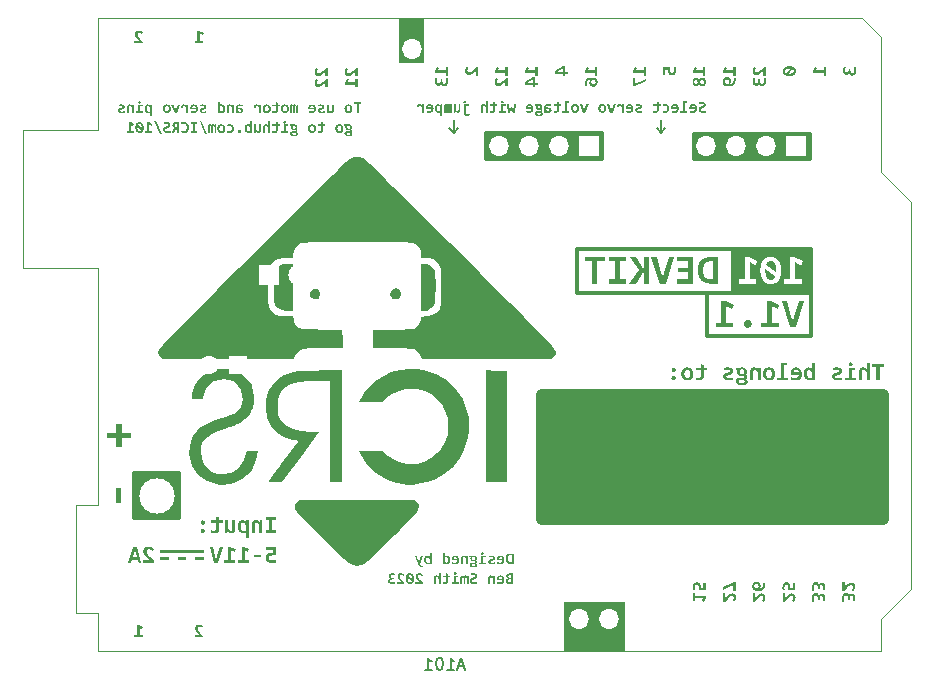
<source format=gbr>
%TF.GenerationSoftware,KiCad,Pcbnew,7.0.1*%
%TF.CreationDate,2023-09-13T21:21:08+01:00*%
%TF.ProjectId,101 PCB,31303120-5043-4422-9e6b-696361645f70,rev?*%
%TF.SameCoordinates,Original*%
%TF.FileFunction,Legend,Bot*%
%TF.FilePolarity,Positive*%
%FSLAX46Y46*%
G04 Gerber Fmt 4.6, Leading zero omitted, Abs format (unit mm)*
G04 Created by KiCad (PCBNEW 7.0.1) date 2023-09-13 21:21:08*
%MOMM*%
%LPD*%
G01*
G04 APERTURE LIST*
%ADD10C,0.200000*%
%ADD11C,0.300000*%
%ADD12C,0.150000*%
%ADD13C,1.000000*%
%ADD14C,0.240000*%
%ADD15C,0.120000*%
%ADD16R,1.700000X1.700000*%
%ADD17O,1.700000X1.700000*%
%ADD18C,0.600000*%
%ADD19O,2.000000X0.900000*%
%ADD20O,1.700000X0.900000*%
%ADD21R,1.600000X1.600000*%
%ADD22C,1.600000*%
%ADD23R,3.000000X3.000000*%
%ADD24C,3.000000*%
%ADD25R,1.800000X1.800000*%
%ADD26C,1.800000*%
%ADD27C,3.200000*%
G04 APERTURE END LIST*
D10*
G36*
X129420489Y-69641685D02*
G01*
X129420489Y-70392000D01*
X129593657Y-70392000D01*
X129593657Y-69641685D01*
X129839610Y-69641685D01*
X129839610Y-69501002D01*
X129174536Y-69501002D01*
X129174536Y-69641685D01*
X129420489Y-69641685D01*
G37*
G36*
X128736242Y-69672975D02*
G01*
X128746158Y-69673183D01*
X128755947Y-69673599D01*
X128770391Y-69674612D01*
X128784547Y-69676094D01*
X128798415Y-69678044D01*
X128811995Y-69680462D01*
X128825288Y-69683348D01*
X128838293Y-69686702D01*
X128851011Y-69690524D01*
X128863441Y-69694813D01*
X128875583Y-69699571D01*
X128883476Y-69702985D01*
X128895033Y-69708427D01*
X128906251Y-69714256D01*
X128917129Y-69720471D01*
X128927669Y-69727073D01*
X128937869Y-69734061D01*
X128947730Y-69741436D01*
X128957252Y-69749197D01*
X128966435Y-69757344D01*
X128975278Y-69765878D01*
X128983783Y-69774798D01*
X128989229Y-69780922D01*
X128997097Y-69790405D01*
X129004604Y-69800245D01*
X129011751Y-69810441D01*
X129018538Y-69820993D01*
X129024963Y-69831902D01*
X129031028Y-69843167D01*
X129036733Y-69854788D01*
X129042077Y-69866766D01*
X129047060Y-69879100D01*
X129051682Y-69891790D01*
X129055916Y-69904792D01*
X129059734Y-69918060D01*
X129063135Y-69931594D01*
X129066119Y-69945394D01*
X129068687Y-69959460D01*
X129070839Y-69973793D01*
X129072042Y-69983496D01*
X129073060Y-69993317D01*
X129073893Y-70003256D01*
X129074541Y-70013314D01*
X129075004Y-70023490D01*
X129075281Y-70033785D01*
X129075374Y-70044198D01*
X129075285Y-70055437D01*
X129075019Y-70066500D01*
X129074575Y-70077388D01*
X129073954Y-70088100D01*
X129073155Y-70098637D01*
X129072179Y-70108998D01*
X129071026Y-70119184D01*
X129069695Y-70129194D01*
X129068187Y-70139029D01*
X129066501Y-70148688D01*
X129063639Y-70162847D01*
X129060379Y-70176612D01*
X129056718Y-70189981D01*
X129052659Y-70202956D01*
X129049743Y-70211385D01*
X129045078Y-70223696D01*
X129040065Y-70235608D01*
X129034705Y-70247120D01*
X129028997Y-70258234D01*
X129022941Y-70268948D01*
X129016538Y-70279262D01*
X129009787Y-70289178D01*
X129002688Y-70298694D01*
X128995241Y-70307811D01*
X128987446Y-70316528D01*
X128982062Y-70322119D01*
X128973712Y-70330176D01*
X128965037Y-70337839D01*
X128956035Y-70345106D01*
X128946707Y-70351978D01*
X128937053Y-70358455D01*
X128927073Y-70364537D01*
X128916766Y-70370225D01*
X128906133Y-70375517D01*
X128895173Y-70380414D01*
X128883887Y-70384916D01*
X128876161Y-70387667D01*
X128864336Y-70391460D01*
X128852227Y-70394854D01*
X128839835Y-70397849D01*
X128827160Y-70400444D01*
X128814201Y-70402640D01*
X128800959Y-70404437D01*
X128787434Y-70405834D01*
X128773625Y-70406832D01*
X128759533Y-70407431D01*
X128745157Y-70407631D01*
X128740061Y-70407605D01*
X128729975Y-70407395D01*
X128720029Y-70406975D01*
X128705376Y-70405952D01*
X128691041Y-70404456D01*
X128677023Y-70402489D01*
X128663323Y-70400049D01*
X128649941Y-70397136D01*
X128636876Y-70393752D01*
X128624129Y-70389895D01*
X128611700Y-70385566D01*
X128599589Y-70380764D01*
X128591668Y-70377290D01*
X128580080Y-70371755D01*
X128568845Y-70365835D01*
X128557961Y-70359528D01*
X128547429Y-70352835D01*
X128537250Y-70345755D01*
X128527423Y-70338289D01*
X128517947Y-70330436D01*
X128508824Y-70322198D01*
X128500053Y-70313572D01*
X128491633Y-70304561D01*
X128486219Y-70298317D01*
X128478402Y-70288666D01*
X128470949Y-70278671D01*
X128463861Y-70268332D01*
X128457139Y-70257651D01*
X128450781Y-70246625D01*
X128444788Y-70235257D01*
X128439160Y-70223544D01*
X128433898Y-70211489D01*
X128429000Y-70199090D01*
X128424467Y-70186347D01*
X128421627Y-70177682D01*
X128417712Y-70164477D01*
X128414208Y-70151023D01*
X128411117Y-70137321D01*
X128408438Y-70123369D01*
X128406171Y-70109168D01*
X128404316Y-70094718D01*
X128403309Y-70084946D01*
X128402485Y-70075064D01*
X128401844Y-70065071D01*
X128401386Y-70054967D01*
X128401111Y-70044753D01*
X128401056Y-70038580D01*
X128575409Y-70038580D01*
X128575561Y-70050514D01*
X128576019Y-70062256D01*
X128576782Y-70073808D01*
X128577851Y-70085169D01*
X128579225Y-70096340D01*
X128580904Y-70107319D01*
X128582889Y-70118108D01*
X128585178Y-70128706D01*
X128585783Y-70131306D01*
X128588394Y-70141495D01*
X128591309Y-70151349D01*
X128594530Y-70160867D01*
X128598056Y-70170049D01*
X128602894Y-70181054D01*
X128608208Y-70191534D01*
X128613999Y-70201490D01*
X128616427Y-70205284D01*
X128622906Y-70214311D01*
X128629970Y-70222682D01*
X128637618Y-70230397D01*
X128645851Y-70237456D01*
X128654668Y-70243859D01*
X128664069Y-70249606D01*
X128671938Y-70253670D01*
X128682268Y-70257989D01*
X128693147Y-70261460D01*
X128704574Y-70264085D01*
X128716550Y-70265863D01*
X128726526Y-70266676D01*
X128736853Y-70266947D01*
X128746253Y-70266724D01*
X128759880Y-70265552D01*
X128772940Y-70263375D01*
X128785434Y-70260194D01*
X128797360Y-70256008D01*
X128808721Y-70250817D01*
X128819514Y-70244622D01*
X128829741Y-70237422D01*
X128839401Y-70229217D01*
X128848494Y-70220008D01*
X128857021Y-70209794D01*
X128862344Y-70202434D01*
X128869686Y-70190580D01*
X128876255Y-70177753D01*
X128880205Y-70168659D01*
X128883811Y-70159133D01*
X128887074Y-70149173D01*
X128889993Y-70138781D01*
X128892569Y-70127955D01*
X128894802Y-70116696D01*
X128896691Y-70105004D01*
X128898237Y-70092878D01*
X128899439Y-70080320D01*
X128900297Y-70067328D01*
X128900813Y-70053903D01*
X128900984Y-70040046D01*
X128900839Y-70028413D01*
X128900404Y-70016965D01*
X128899679Y-70005699D01*
X128898664Y-69994616D01*
X128897359Y-69983717D01*
X128895764Y-69973001D01*
X128893878Y-69962468D01*
X128891703Y-69952118D01*
X128889219Y-69941963D01*
X128886406Y-69932136D01*
X128883265Y-69922637D01*
X128878878Y-69911225D01*
X128873977Y-69900326D01*
X128868564Y-69889940D01*
X128862638Y-69880066D01*
X128860093Y-69876242D01*
X128853362Y-69867139D01*
X128846106Y-69858691D01*
X128838326Y-69850900D01*
X128830020Y-69843765D01*
X128821190Y-69837286D01*
X128811836Y-69831462D01*
X128809884Y-69830365D01*
X128799749Y-69825403D01*
X128788981Y-69821311D01*
X128777581Y-69818090D01*
X128768006Y-69816140D01*
X128758026Y-69814747D01*
X128747642Y-69813911D01*
X128736853Y-69813632D01*
X128727052Y-69813853D01*
X128712919Y-69815010D01*
X128699469Y-69817159D01*
X128686701Y-69820299D01*
X128674616Y-69824432D01*
X128663214Y-69829556D01*
X128652494Y-69835672D01*
X128642457Y-69842779D01*
X128633102Y-69850879D01*
X128624431Y-69859970D01*
X128616441Y-69870053D01*
X128613917Y-69873633D01*
X128606824Y-69885028D01*
X128600453Y-69897401D01*
X128594803Y-69910753D01*
X128591437Y-69920199D01*
X128588392Y-69930079D01*
X128585667Y-69940394D01*
X128583263Y-69951145D01*
X128581179Y-69962331D01*
X128579416Y-69973951D01*
X128577973Y-69986007D01*
X128576851Y-69998498D01*
X128576050Y-70011423D01*
X128575569Y-70024784D01*
X128575409Y-70038580D01*
X128401056Y-70038580D01*
X128401019Y-70034428D01*
X128401041Y-70028907D01*
X128401217Y-70017991D01*
X128401568Y-70007240D01*
X128402094Y-69996656D01*
X128402797Y-69986237D01*
X128403674Y-69975985D01*
X128404728Y-69965899D01*
X128405957Y-69955978D01*
X128407361Y-69946224D01*
X128409797Y-69931903D01*
X128412627Y-69917956D01*
X128415853Y-69904383D01*
X128419474Y-69891183D01*
X128423490Y-69878357D01*
X128426347Y-69869986D01*
X128430930Y-69857751D01*
X128435870Y-69845903D01*
X128441165Y-69834441D01*
X128446818Y-69823366D01*
X128452826Y-69812677D01*
X128459191Y-69802374D01*
X128465912Y-69792458D01*
X128472990Y-69782928D01*
X128480424Y-69773785D01*
X128488214Y-69765028D01*
X128493600Y-69759407D01*
X128501954Y-69751304D01*
X128510638Y-69743596D01*
X128519654Y-69736283D01*
X128529000Y-69729365D01*
X128538676Y-69722842D01*
X128548683Y-69716714D01*
X128559021Y-69710981D01*
X128569689Y-69705643D01*
X128580688Y-69700700D01*
X128592017Y-69696152D01*
X128599716Y-69693342D01*
X128611516Y-69689467D01*
X128623616Y-69686000D01*
X128636017Y-69682941D01*
X128648718Y-69680290D01*
X128661719Y-69678047D01*
X128675022Y-69676211D01*
X128688624Y-69674784D01*
X128702527Y-69673764D01*
X128716731Y-69673152D01*
X128731236Y-69672949D01*
X128736242Y-69672975D01*
G37*
G36*
X127325374Y-69688580D02*
G01*
X127325374Y-70149955D01*
X127325187Y-70160518D01*
X127324627Y-70170591D01*
X127323299Y-70183262D01*
X127321307Y-70195062D01*
X127318650Y-70205991D01*
X127315330Y-70216051D01*
X127311346Y-70225241D01*
X127305432Y-70235504D01*
X127304125Y-70237394D01*
X127296942Y-70245908D01*
X127288673Y-70252979D01*
X127279320Y-70258606D01*
X127268881Y-70262791D01*
X127257357Y-70265533D01*
X127247356Y-70266687D01*
X127239400Y-70266947D01*
X127229005Y-70266398D01*
X127218701Y-70264749D01*
X127208488Y-70262001D01*
X127198367Y-70258154D01*
X127188338Y-70253209D01*
X127178401Y-70247163D01*
X127168555Y-70240019D01*
X127158800Y-70231776D01*
X127151480Y-70224963D01*
X127144083Y-70217711D01*
X127136608Y-70210022D01*
X127129056Y-70201895D01*
X127121427Y-70193329D01*
X127113720Y-70184326D01*
X127105936Y-70174885D01*
X127098075Y-70165006D01*
X127090137Y-70154689D01*
X127082121Y-70143935D01*
X127076735Y-70136521D01*
X127076735Y-69688580D01*
X126909184Y-69688580D01*
X126909184Y-70392000D01*
X127054020Y-70392000D01*
X127058172Y-70288196D01*
X127065059Y-70296479D01*
X127071982Y-70304535D01*
X127078941Y-70312364D01*
X127085936Y-70319967D01*
X127092966Y-70327343D01*
X127100032Y-70334493D01*
X127102868Y-70337289D01*
X127110056Y-70344003D01*
X127118918Y-70351651D01*
X127128037Y-70358853D01*
X127137413Y-70365607D01*
X127147048Y-70371916D01*
X127151961Y-70374903D01*
X127162025Y-70380432D01*
X127172432Y-70385481D01*
X127183182Y-70390049D01*
X127192404Y-70393489D01*
X127201863Y-70396594D01*
X127209603Y-70398838D01*
X127219533Y-70401371D01*
X127229786Y-70403475D01*
X127240361Y-70405149D01*
X127251257Y-70406395D01*
X127262476Y-70407210D01*
X127274017Y-70407597D01*
X127278723Y-70407631D01*
X127288680Y-70407476D01*
X127301589Y-70406790D01*
X127314078Y-70405553D01*
X127326147Y-70403767D01*
X127337796Y-70401431D01*
X127349025Y-70398546D01*
X127359835Y-70395112D01*
X127370225Y-70391127D01*
X127372757Y-70390046D01*
X127382565Y-70385359D01*
X127391960Y-70380215D01*
X127400944Y-70374612D01*
X127409515Y-70368552D01*
X127417675Y-70362034D01*
X127425422Y-70355058D01*
X127432757Y-70347624D01*
X127439679Y-70339732D01*
X127446129Y-70331412D01*
X127452166Y-70322696D01*
X127457792Y-70313582D01*
X127463005Y-70304072D01*
X127467805Y-70294165D01*
X127472194Y-70283861D01*
X127476171Y-70273160D01*
X127479735Y-70262062D01*
X127482884Y-70250537D01*
X127485612Y-70238676D01*
X127487921Y-70226479D01*
X127489810Y-70213946D01*
X127491279Y-70201078D01*
X127492106Y-70191206D01*
X127492696Y-70181145D01*
X127493050Y-70170896D01*
X127493169Y-70160457D01*
X127493169Y-69688580D01*
X127325374Y-69688580D01*
G37*
G36*
X126147146Y-70184637D02*
G01*
X126147380Y-70195792D01*
X126148082Y-70206633D01*
X126149252Y-70217161D01*
X126150890Y-70227376D01*
X126152996Y-70237277D01*
X126155570Y-70246865D01*
X126159730Y-70259161D01*
X126164721Y-70270900D01*
X126170545Y-70282082D01*
X126173769Y-70287464D01*
X126180634Y-70297844D01*
X126188042Y-70307736D01*
X126195991Y-70317139D01*
X126204482Y-70326054D01*
X126213515Y-70334480D01*
X126223090Y-70342418D01*
X126233207Y-70349868D01*
X126243866Y-70356829D01*
X126254922Y-70363255D01*
X126266352Y-70369224D01*
X126278156Y-70374735D01*
X126287254Y-70378567D01*
X126296563Y-70382142D01*
X126306082Y-70385459D01*
X126315811Y-70388519D01*
X126325751Y-70391321D01*
X126335901Y-70393866D01*
X126342785Y-70395419D01*
X126353156Y-70397601D01*
X126363570Y-70399569D01*
X126374027Y-70401322D01*
X126384527Y-70402861D01*
X126395070Y-70404184D01*
X126405656Y-70405294D01*
X126416285Y-70406188D01*
X126426957Y-70406868D01*
X126437672Y-70407333D01*
X126448429Y-70407583D01*
X126455625Y-70407631D01*
X126469917Y-70407595D01*
X126483944Y-70407485D01*
X126497704Y-70407303D01*
X126511198Y-70407047D01*
X126524426Y-70406719D01*
X126537387Y-70406317D01*
X126550083Y-70405843D01*
X126562512Y-70405295D01*
X126574675Y-70404675D01*
X126586572Y-70403982D01*
X126594355Y-70403479D01*
X126605881Y-70402714D01*
X126617287Y-70401885D01*
X126628573Y-70400991D01*
X126639738Y-70400033D01*
X126650784Y-70399010D01*
X126661709Y-70397923D01*
X126672514Y-70396772D01*
X126683198Y-70395556D01*
X126693763Y-70394276D01*
X126704207Y-70392932D01*
X126711103Y-70392000D01*
X126711103Y-70235684D01*
X126699015Y-70240191D01*
X126686932Y-70244463D01*
X126674852Y-70248498D01*
X126662777Y-70252296D01*
X126650707Y-70255859D01*
X126638640Y-70259186D01*
X126626578Y-70262276D01*
X126614520Y-70265131D01*
X126602467Y-70267749D01*
X126590417Y-70270131D01*
X126582387Y-70271588D01*
X126570405Y-70273552D01*
X126558548Y-70275323D01*
X126546815Y-70276901D01*
X126535206Y-70278285D01*
X126523722Y-70279477D01*
X126512363Y-70280475D01*
X126501128Y-70281280D01*
X126490017Y-70281892D01*
X126479031Y-70282310D01*
X126468170Y-70282536D01*
X126460998Y-70282579D01*
X126448928Y-70282383D01*
X126437445Y-70281797D01*
X126426551Y-70280821D01*
X126416245Y-70279453D01*
X126406527Y-70277695D01*
X126394484Y-70274743D01*
X126383488Y-70271097D01*
X126373537Y-70266756D01*
X126364631Y-70261720D01*
X126362568Y-70260353D01*
X126353140Y-70253003D01*
X126345309Y-70244997D01*
X126339077Y-70236335D01*
X126334442Y-70227017D01*
X126331406Y-70217044D01*
X126329968Y-70206414D01*
X126329840Y-70201979D01*
X126330648Y-70191381D01*
X126333072Y-70181419D01*
X126336679Y-70172914D01*
X126342146Y-70164790D01*
X126349105Y-70157682D01*
X126356913Y-70151526D01*
X126362568Y-70147757D01*
X126371544Y-70142390D01*
X126380429Y-70137754D01*
X126390412Y-70133083D01*
X126399571Y-70129164D01*
X126409494Y-70125221D01*
X126415813Y-70122844D01*
X126427024Y-70118727D01*
X126436748Y-70115331D01*
X126447143Y-70111842D01*
X126458210Y-70108263D01*
X126469949Y-70104591D01*
X126482360Y-70100829D01*
X126492109Y-70097946D01*
X126502235Y-70095013D01*
X126505695Y-70094023D01*
X126515246Y-70091243D01*
X126527634Y-70087437D01*
X126539624Y-70083515D01*
X126551218Y-70079480D01*
X126562415Y-70075329D01*
X126573215Y-70071065D01*
X126583619Y-70066685D01*
X126593625Y-70062192D01*
X126596065Y-70061050D01*
X126605563Y-70056368D01*
X126614642Y-70051479D01*
X126623301Y-70046384D01*
X126631541Y-70041084D01*
X126641250Y-70034168D01*
X126650303Y-70026930D01*
X126658700Y-70019370D01*
X126660300Y-70017819D01*
X126667928Y-70009837D01*
X126674936Y-70001462D01*
X126681323Y-69992693D01*
X126687091Y-69983530D01*
X126692238Y-69973974D01*
X126696765Y-69964024D01*
X126698402Y-69959934D01*
X126702061Y-69949356D01*
X126705100Y-69938229D01*
X126707519Y-69926553D01*
X126709007Y-69916818D01*
X126710098Y-69906731D01*
X126710793Y-69896294D01*
X126711091Y-69885505D01*
X126711103Y-69882753D01*
X126710805Y-69872083D01*
X126709912Y-69861565D01*
X126708424Y-69851200D01*
X126706340Y-69840988D01*
X126703661Y-69830928D01*
X126700387Y-69821021D01*
X126696517Y-69811266D01*
X126692052Y-69801665D01*
X126686934Y-69792288D01*
X126681229Y-69783209D01*
X126674936Y-69774428D01*
X126668055Y-69765944D01*
X126660587Y-69757758D01*
X126652530Y-69749870D01*
X126643887Y-69742279D01*
X126634655Y-69734986D01*
X126624778Y-69727972D01*
X126614322Y-69721339D01*
X126603285Y-69715088D01*
X126591668Y-69709219D01*
X126582575Y-69705067D01*
X126573155Y-69701130D01*
X126563409Y-69697408D01*
X126553337Y-69693900D01*
X126542939Y-69690607D01*
X126539400Y-69689557D01*
X126528558Y-69686589D01*
X126517373Y-69683913D01*
X126505844Y-69681529D01*
X126493971Y-69679436D01*
X126481755Y-69677636D01*
X126469196Y-69676128D01*
X126456293Y-69674911D01*
X126443046Y-69673987D01*
X126429457Y-69673354D01*
X126415523Y-69673013D01*
X126406044Y-69672949D01*
X126393812Y-69672991D01*
X126381846Y-69673120D01*
X126370147Y-69673335D01*
X126358714Y-69673635D01*
X126347547Y-69674022D01*
X126336646Y-69674494D01*
X126326012Y-69675052D01*
X126315643Y-69675696D01*
X126305541Y-69676426D01*
X126295705Y-69677242D01*
X126289296Y-69677833D01*
X126276778Y-69679070D01*
X126264627Y-69680337D01*
X126252842Y-69681634D01*
X126241424Y-69682963D01*
X126230372Y-69684321D01*
X126219686Y-69685710D01*
X126209367Y-69687130D01*
X126199414Y-69688580D01*
X126199414Y-69829264D01*
X126210570Y-69826146D01*
X126221596Y-69823205D01*
X126232494Y-69820439D01*
X126243263Y-69817849D01*
X126253904Y-69815436D01*
X126264415Y-69813198D01*
X126274798Y-69811137D01*
X126285052Y-69809251D01*
X126295177Y-69807542D01*
X126305173Y-69806008D01*
X126311766Y-69805084D01*
X126321603Y-69803818D01*
X126331424Y-69802677D01*
X126341227Y-69801660D01*
X126351013Y-69800768D01*
X126360781Y-69800000D01*
X126370533Y-69799357D01*
X126383508Y-69798693D01*
X126396453Y-69798250D01*
X126409368Y-69798029D01*
X126415813Y-69798001D01*
X126428380Y-69798291D01*
X126440314Y-69799161D01*
X126451614Y-69800611D01*
X126462281Y-69802642D01*
X126472314Y-69805252D01*
X126481713Y-69808442D01*
X126492572Y-69813246D01*
X126498612Y-69816563D01*
X126507618Y-69822716D01*
X126515098Y-69829572D01*
X126522059Y-69838728D01*
X126526822Y-69848898D01*
X126529386Y-69860081D01*
X126529875Y-69868099D01*
X126529153Y-69878609D01*
X126526989Y-69888312D01*
X126523769Y-69896431D01*
X126518018Y-69904937D01*
X126510385Y-69912569D01*
X126502630Y-69918607D01*
X126499344Y-69920855D01*
X126490652Y-69926043D01*
X126480604Y-69931347D01*
X126470913Y-69935987D01*
X126460225Y-69940712D01*
X126450558Y-69944716D01*
X126448542Y-69945524D01*
X126437807Y-69949552D01*
X126428490Y-69952861D01*
X126418524Y-69956246D01*
X126407909Y-69959707D01*
X126396645Y-69963245D01*
X126384732Y-69966859D01*
X126372171Y-69970549D01*
X126362324Y-69973367D01*
X126351136Y-69976640D01*
X126340288Y-69979956D01*
X126329779Y-69983315D01*
X126319608Y-69986717D01*
X126309777Y-69990161D01*
X126300286Y-69993649D01*
X126291133Y-69997180D01*
X126279457Y-70001954D01*
X126268384Y-70006804D01*
X126260475Y-70010492D01*
X126250411Y-70015518D01*
X126240859Y-70020705D01*
X126231818Y-70026051D01*
X126223289Y-70031558D01*
X126215271Y-70037225D01*
X126205967Y-70044535D01*
X126197463Y-70052095D01*
X126194285Y-70055189D01*
X126186769Y-70063147D01*
X126179945Y-70071451D01*
X126173813Y-70080101D01*
X126168372Y-70089096D01*
X126163624Y-70098438D01*
X126159566Y-70108125D01*
X126158137Y-70112097D01*
X126154971Y-70122240D01*
X126152341Y-70132824D01*
X126150248Y-70143850D01*
X126148692Y-70155317D01*
X126147672Y-70167225D01*
X126147243Y-70177069D01*
X126147146Y-70184637D01*
G37*
G36*
X125660377Y-69673055D02*
G01*
X125674105Y-69673616D01*
X125687588Y-69674658D01*
X125700827Y-69676181D01*
X125713820Y-69678185D01*
X125726569Y-69680669D01*
X125739074Y-69683634D01*
X125751333Y-69687080D01*
X125763348Y-69691007D01*
X125775118Y-69695415D01*
X125786644Y-69700304D01*
X125794175Y-69703813D01*
X125805208Y-69709413D01*
X125815922Y-69715416D01*
X125826319Y-69721823D01*
X125836399Y-69728634D01*
X125846160Y-69735848D01*
X125855604Y-69743466D01*
X125864730Y-69751487D01*
X125873539Y-69759912D01*
X125882030Y-69768741D01*
X125890203Y-69777973D01*
X125895441Y-69784311D01*
X125903018Y-69794115D01*
X125910261Y-69804275D01*
X125917169Y-69814791D01*
X125923742Y-69825664D01*
X125929980Y-69836893D01*
X125935884Y-69848479D01*
X125941452Y-69860421D01*
X125946686Y-69872719D01*
X125951585Y-69885374D01*
X125956148Y-69898385D01*
X125958958Y-69907238D01*
X125962833Y-69920742D01*
X125966300Y-69934517D01*
X125969359Y-69948563D01*
X125972010Y-69962879D01*
X125973551Y-69972573D01*
X125974910Y-69982388D01*
X125976088Y-69992323D01*
X125977085Y-70002378D01*
X125977901Y-70012553D01*
X125978536Y-70022848D01*
X125978989Y-70033264D01*
X125979261Y-70043800D01*
X125979351Y-70054456D01*
X125979261Y-70065183D01*
X125978989Y-70075751D01*
X125978536Y-70086158D01*
X125977901Y-70096405D01*
X125977085Y-70106491D01*
X125976088Y-70116417D01*
X125974910Y-70126183D01*
X125972803Y-70140531D01*
X125970288Y-70154519D01*
X125967365Y-70168146D01*
X125964034Y-70181413D01*
X125960295Y-70194318D01*
X125956148Y-70206863D01*
X125953137Y-70214994D01*
X125948320Y-70226882D01*
X125943142Y-70238401D01*
X125937604Y-70249551D01*
X125931705Y-70260332D01*
X125925445Y-70270743D01*
X125918825Y-70280785D01*
X125911844Y-70290458D01*
X125904502Y-70299762D01*
X125896800Y-70308696D01*
X125888737Y-70317261D01*
X125883166Y-70322763D01*
X125874528Y-70330698D01*
X125865549Y-70338251D01*
X125856232Y-70345421D01*
X125846576Y-70352210D01*
X125836580Y-70358616D01*
X125826245Y-70364640D01*
X125815572Y-70370283D01*
X125804558Y-70375543D01*
X125793206Y-70380421D01*
X125781515Y-70384916D01*
X125769510Y-70388976D01*
X125757217Y-70392636D01*
X125744637Y-70395897D01*
X125731769Y-70398758D01*
X125718614Y-70401220D01*
X125705171Y-70403283D01*
X125691440Y-70404947D01*
X125677421Y-70406211D01*
X125663115Y-70407076D01*
X125648522Y-70407542D01*
X125638633Y-70407631D01*
X125634686Y-70407622D01*
X125624743Y-70407526D01*
X125614693Y-70407322D01*
X125604536Y-70407011D01*
X125594271Y-70406592D01*
X125583899Y-70406066D01*
X125573420Y-70405433D01*
X125569209Y-70405149D01*
X125558709Y-70404366D01*
X125548244Y-70403475D01*
X125537814Y-70402477D01*
X125527421Y-70401371D01*
X125517063Y-70400158D01*
X125506741Y-70398838D01*
X125502626Y-70398284D01*
X125492386Y-70396856D01*
X125482218Y-70395369D01*
X125472121Y-70393822D01*
X125462097Y-70392216D01*
X125452143Y-70390550D01*
X125442261Y-70388824D01*
X125438341Y-70388117D01*
X125426798Y-70385939D01*
X125415581Y-70383675D01*
X125404690Y-70381325D01*
X125394125Y-70378890D01*
X125383887Y-70376368D01*
X125383887Y-70235684D01*
X125391686Y-70237724D01*
X125403319Y-70240648D01*
X125414876Y-70243408D01*
X125426355Y-70246006D01*
X125437756Y-70248440D01*
X125449081Y-70250711D01*
X125460328Y-70252819D01*
X125471498Y-70254764D01*
X125482590Y-70256546D01*
X125493605Y-70258164D01*
X125504543Y-70259620D01*
X125515335Y-70260929D01*
X125526001Y-70262110D01*
X125536544Y-70263162D01*
X125546961Y-70264085D01*
X125557255Y-70264879D01*
X125567423Y-70265545D01*
X125577468Y-70266081D01*
X125587387Y-70266489D01*
X125600420Y-70266833D01*
X125613231Y-70266947D01*
X125618696Y-70266899D01*
X125629443Y-70266518D01*
X125639945Y-70265755D01*
X125650204Y-70264610D01*
X125660218Y-70263083D01*
X125669987Y-70261175D01*
X125681856Y-70258253D01*
X125693343Y-70254735D01*
X125697821Y-70253135D01*
X125708667Y-70248759D01*
X125719011Y-70243847D01*
X125728855Y-70238398D01*
X125738198Y-70232413D01*
X125747040Y-70225890D01*
X125755381Y-70218831D01*
X125758542Y-70215826D01*
X125766051Y-70207929D01*
X125773001Y-70199483D01*
X125779389Y-70190488D01*
X125785217Y-70180945D01*
X125790485Y-70170853D01*
X125795192Y-70160213D01*
X125797680Y-70153568D01*
X125801283Y-70142063D01*
X125803676Y-70132472D01*
X125805634Y-70122539D01*
X125807156Y-70112261D01*
X125808244Y-70101641D01*
X125808897Y-70090676D01*
X125809114Y-70079369D01*
X125350182Y-70079369D01*
X125349400Y-70070273D01*
X125348597Y-70059356D01*
X125347911Y-70048113D01*
X125347416Y-70038216D01*
X125347007Y-70028078D01*
X125346947Y-70026363D01*
X125346579Y-70014919D01*
X125346305Y-70004457D01*
X125346107Y-69993703D01*
X125346030Y-69983137D01*
X125346108Y-69974692D01*
X125346519Y-69962187D01*
X125347006Y-69954316D01*
X125516267Y-69954316D01*
X125806183Y-69954316D01*
X125805108Y-69945136D01*
X125803012Y-69931860D01*
X125800337Y-69919176D01*
X125797082Y-69907084D01*
X125793247Y-69895585D01*
X125788833Y-69884679D01*
X125783839Y-69874365D01*
X125778265Y-69864643D01*
X125772112Y-69855514D01*
X125765380Y-69846978D01*
X125758067Y-69839034D01*
X125752911Y-69834065D01*
X125744843Y-69827213D01*
X125736376Y-69821082D01*
X125727509Y-69815672D01*
X125718243Y-69810984D01*
X125708578Y-69807017D01*
X125698514Y-69803771D01*
X125688051Y-69801247D01*
X125677188Y-69799443D01*
X125665926Y-69798362D01*
X125654264Y-69798001D01*
X125650677Y-69798037D01*
X125640098Y-69798581D01*
X125629794Y-69799777D01*
X125619765Y-69801626D01*
X125610010Y-69804128D01*
X125600531Y-69807282D01*
X125597411Y-69808481D01*
X125588349Y-69812549D01*
X125579734Y-69817320D01*
X125571565Y-69822795D01*
X125563843Y-69828975D01*
X125556567Y-69835859D01*
X125554218Y-69838311D01*
X125547561Y-69846163D01*
X125541487Y-69854752D01*
X125535997Y-69864080D01*
X125531091Y-69874146D01*
X125526769Y-69884951D01*
X125524809Y-69890583D01*
X125521991Y-69900369D01*
X125519734Y-69910656D01*
X125518037Y-69921445D01*
X125516900Y-69932734D01*
X125516324Y-69944524D01*
X125516267Y-69954316D01*
X125347006Y-69954316D01*
X125347281Y-69949874D01*
X125348396Y-69937755D01*
X125349863Y-69925829D01*
X125351682Y-69914096D01*
X125353853Y-69902556D01*
X125356376Y-69891209D01*
X125359251Y-69880056D01*
X125362478Y-69869096D01*
X125366058Y-69858329D01*
X125368604Y-69851276D01*
X125372699Y-69840927D01*
X125377125Y-69830852D01*
X125381881Y-69821051D01*
X125386968Y-69811526D01*
X125392385Y-69802275D01*
X125398134Y-69793299D01*
X125404212Y-69784598D01*
X125410621Y-69776172D01*
X125417361Y-69768020D01*
X125424432Y-69760143D01*
X125429298Y-69755055D01*
X125436874Y-69747691D01*
X125444780Y-69740650D01*
X125453017Y-69733930D01*
X125461584Y-69727532D01*
X125470482Y-69721456D01*
X125479711Y-69715703D01*
X125489270Y-69710271D01*
X125499159Y-69705161D01*
X125509380Y-69700373D01*
X125519931Y-69695907D01*
X125527112Y-69693127D01*
X125538138Y-69689293D01*
X125549469Y-69685863D01*
X125561104Y-69682836D01*
X125573045Y-69680213D01*
X125585290Y-69677993D01*
X125597840Y-69676177D01*
X125610695Y-69674765D01*
X125623855Y-69673756D01*
X125637320Y-69673150D01*
X125651089Y-69672949D01*
X125660377Y-69673055D01*
G37*
G36*
X123923559Y-70392000D02*
G01*
X123923559Y-69904979D01*
X123923611Y-69895145D01*
X123923801Y-69884279D01*
X123924132Y-69874067D01*
X123924681Y-69863198D01*
X123925025Y-69858085D01*
X123925944Y-69847360D01*
X123927508Y-69836712D01*
X123929891Y-69826543D01*
X123930398Y-69824868D01*
X123934062Y-69815754D01*
X123939725Y-69807553D01*
X123942610Y-69804840D01*
X123951226Y-69799931D01*
X123961591Y-69798061D01*
X123964104Y-69798001D01*
X123974698Y-69799848D01*
X123983917Y-69804495D01*
X123991783Y-69810728D01*
X123999614Y-69819040D01*
X124006113Y-69827554D01*
X124012662Y-69837803D01*
X124018098Y-69847462D01*
X124023710Y-69858419D01*
X124028034Y-69867488D01*
X124032457Y-69877287D01*
X124036979Y-69887815D01*
X124041599Y-69899074D01*
X124046318Y-69911062D01*
X124051136Y-69923781D01*
X124052764Y-69928182D01*
X124052764Y-70392000D01*
X124196379Y-70392000D01*
X124196379Y-69904979D01*
X124196430Y-69895145D01*
X124196620Y-69884279D01*
X124196951Y-69874067D01*
X124197501Y-69863198D01*
X124197844Y-69858085D01*
X124198763Y-69847360D01*
X124200328Y-69836712D01*
X124202710Y-69826543D01*
X124203217Y-69824868D01*
X124206915Y-69815754D01*
X124212706Y-69807553D01*
X124215674Y-69804840D01*
X124224640Y-69799931D01*
X124234320Y-69798108D01*
X124237656Y-69798001D01*
X124248013Y-69800339D01*
X124256523Y-69805389D01*
X124264134Y-69811969D01*
X124272037Y-69820628D01*
X124277467Y-69827554D01*
X124283039Y-69835591D01*
X124288763Y-69844926D01*
X124294641Y-69855558D01*
X124299149Y-69864384D01*
X124303742Y-69873939D01*
X124308422Y-69884225D01*
X124313188Y-69895240D01*
X124318039Y-69906985D01*
X124322977Y-69919460D01*
X124326316Y-69928182D01*
X124326316Y-70392000D01*
X124471152Y-70392000D01*
X124471152Y-69688580D01*
X124346832Y-69688580D01*
X124344146Y-69791162D01*
X124339413Y-69781466D01*
X124334681Y-69772224D01*
X124329949Y-69763434D01*
X124324270Y-69753485D01*
X124318592Y-69744189D01*
X124313859Y-69736940D01*
X124308112Y-69728797D01*
X124301233Y-69720013D01*
X124294167Y-69712001D01*
X124286914Y-69704760D01*
X124281619Y-69700060D01*
X124272918Y-69693358D01*
X124263912Y-69687664D01*
X124254600Y-69682978D01*
X124244983Y-69679299D01*
X124234786Y-69676521D01*
X124223978Y-69674536D01*
X124214020Y-69673451D01*
X124203595Y-69672973D01*
X124200531Y-69672949D01*
X124189830Y-69673223D01*
X124179619Y-69674048D01*
X124169898Y-69675422D01*
X124157697Y-69678108D01*
X124146367Y-69681772D01*
X124135906Y-69686412D01*
X124126316Y-69692030D01*
X124117595Y-69698625D01*
X124111626Y-69704212D01*
X124104406Y-69712409D01*
X124098010Y-69721370D01*
X124092438Y-69731094D01*
X124087691Y-69741581D01*
X124083767Y-69752831D01*
X124080669Y-69764845D01*
X124078394Y-69777622D01*
X124077229Y-69787705D01*
X124076944Y-69791162D01*
X124071766Y-69781466D01*
X124066611Y-69772224D01*
X124061481Y-69763434D01*
X124056374Y-69755098D01*
X124050277Y-69745693D01*
X124044215Y-69736940D01*
X124038127Y-69728797D01*
X124031954Y-69721221D01*
X124024642Y-69713098D01*
X124017214Y-69705747D01*
X124010754Y-69700060D01*
X124002932Y-69694141D01*
X123993677Y-69688321D01*
X123984087Y-69683508D01*
X123974161Y-69679704D01*
X123972896Y-69679299D01*
X123962470Y-69676521D01*
X123951464Y-69674536D01*
X123941358Y-69673451D01*
X123930807Y-69672973D01*
X123927711Y-69672949D01*
X123913773Y-69673421D01*
X123900535Y-69674838D01*
X123887996Y-69677199D01*
X123876157Y-69680505D01*
X123865018Y-69684755D01*
X123854579Y-69689950D01*
X123844839Y-69696090D01*
X123835800Y-69703174D01*
X123827460Y-69711202D01*
X123819820Y-69720175D01*
X123815116Y-69726682D01*
X123808612Y-69737212D01*
X123802748Y-69748652D01*
X123797524Y-69761003D01*
X123792939Y-69774264D01*
X123788994Y-69788434D01*
X123786720Y-69798387D01*
X123784729Y-69808745D01*
X123783024Y-69819507D01*
X123781602Y-69830673D01*
X123780465Y-69842244D01*
X123779612Y-69854220D01*
X123779043Y-69866600D01*
X123778759Y-69879384D01*
X123778723Y-69885928D01*
X123778723Y-70392000D01*
X123923559Y-70392000D01*
G37*
G36*
X123354106Y-69672975D02*
G01*
X123364023Y-69673183D01*
X123373812Y-69673599D01*
X123388255Y-69674612D01*
X123402411Y-69676094D01*
X123416279Y-69678044D01*
X123429860Y-69680462D01*
X123443153Y-69683348D01*
X123456158Y-69686702D01*
X123468876Y-69690524D01*
X123481305Y-69694813D01*
X123493448Y-69699571D01*
X123501341Y-69702985D01*
X123512898Y-69708427D01*
X123524115Y-69714256D01*
X123534994Y-69720471D01*
X123545533Y-69727073D01*
X123555734Y-69734061D01*
X123565595Y-69741436D01*
X123575117Y-69749197D01*
X123584299Y-69757344D01*
X123593143Y-69765878D01*
X123601647Y-69774798D01*
X123607093Y-69780922D01*
X123614961Y-69790405D01*
X123622469Y-69800245D01*
X123629616Y-69810441D01*
X123636402Y-69820993D01*
X123642828Y-69831902D01*
X123648893Y-69843167D01*
X123654597Y-69854788D01*
X123659941Y-69866766D01*
X123664924Y-69879100D01*
X123669547Y-69891790D01*
X123673781Y-69904792D01*
X123677598Y-69918060D01*
X123680999Y-69931594D01*
X123683984Y-69945394D01*
X123686552Y-69959460D01*
X123688704Y-69973793D01*
X123689907Y-69983496D01*
X123690925Y-69993317D01*
X123691758Y-70003256D01*
X123692405Y-70013314D01*
X123692868Y-70023490D01*
X123693146Y-70033785D01*
X123693238Y-70044198D01*
X123693150Y-70055437D01*
X123692883Y-70066500D01*
X123692440Y-70077388D01*
X123691819Y-70088100D01*
X123691020Y-70098637D01*
X123690044Y-70108998D01*
X123688891Y-70119184D01*
X123687560Y-70129194D01*
X123686051Y-70139029D01*
X123684365Y-70148688D01*
X123681504Y-70162847D01*
X123678243Y-70176612D01*
X123674583Y-70189981D01*
X123670524Y-70202956D01*
X123667607Y-70211385D01*
X123662942Y-70223696D01*
X123657930Y-70235608D01*
X123652570Y-70247120D01*
X123646862Y-70258234D01*
X123640806Y-70268948D01*
X123634403Y-70279262D01*
X123627651Y-70289178D01*
X123620552Y-70298694D01*
X123613105Y-70307811D01*
X123605311Y-70316528D01*
X123599926Y-70322119D01*
X123591577Y-70330176D01*
X123582902Y-70337839D01*
X123573900Y-70345106D01*
X123564572Y-70351978D01*
X123554918Y-70358455D01*
X123544937Y-70364537D01*
X123534630Y-70370225D01*
X123523997Y-70375517D01*
X123513038Y-70380414D01*
X123501752Y-70384916D01*
X123494026Y-70387667D01*
X123482201Y-70391460D01*
X123470092Y-70394854D01*
X123457700Y-70397849D01*
X123445025Y-70400444D01*
X123432066Y-70402640D01*
X123418824Y-70404437D01*
X123405298Y-70405834D01*
X123391490Y-70406832D01*
X123377398Y-70407431D01*
X123363022Y-70407631D01*
X123357926Y-70407605D01*
X123347839Y-70407395D01*
X123337894Y-70406975D01*
X123323241Y-70405952D01*
X123308906Y-70404456D01*
X123294888Y-70402489D01*
X123281188Y-70400049D01*
X123267805Y-70397136D01*
X123254741Y-70393752D01*
X123241994Y-70389895D01*
X123229565Y-70385566D01*
X123217453Y-70380764D01*
X123209533Y-70377290D01*
X123197945Y-70371755D01*
X123186709Y-70365835D01*
X123175826Y-70359528D01*
X123165294Y-70352835D01*
X123155115Y-70345755D01*
X123145287Y-70338289D01*
X123135812Y-70330436D01*
X123126688Y-70322198D01*
X123117917Y-70313572D01*
X123109498Y-70304561D01*
X123104084Y-70298317D01*
X123096266Y-70288666D01*
X123088814Y-70278671D01*
X123081726Y-70268332D01*
X123075003Y-70257651D01*
X123068646Y-70246625D01*
X123062653Y-70235257D01*
X123057025Y-70223544D01*
X123051762Y-70211489D01*
X123046864Y-70199090D01*
X123042331Y-70186347D01*
X123039492Y-70177682D01*
X123035576Y-70164477D01*
X123032073Y-70151023D01*
X123028982Y-70137321D01*
X123026303Y-70123369D01*
X123024036Y-70109168D01*
X123022181Y-70094718D01*
X123021174Y-70084946D01*
X123020349Y-70075064D01*
X123019708Y-70065071D01*
X123019250Y-70054967D01*
X123018975Y-70044753D01*
X123018921Y-70038580D01*
X123193273Y-70038580D01*
X123193426Y-70050514D01*
X123193884Y-70062256D01*
X123194647Y-70073808D01*
X123195716Y-70085169D01*
X123197090Y-70096340D01*
X123198769Y-70107319D01*
X123200753Y-70118108D01*
X123203043Y-70128706D01*
X123203648Y-70131306D01*
X123206258Y-70141495D01*
X123209174Y-70151349D01*
X123212395Y-70160867D01*
X123215921Y-70170049D01*
X123220758Y-70181054D01*
X123226072Y-70191534D01*
X123231864Y-70201490D01*
X123234292Y-70205284D01*
X123240771Y-70214311D01*
X123247835Y-70222682D01*
X123255483Y-70230397D01*
X123263715Y-70237456D01*
X123272532Y-70243859D01*
X123281933Y-70249606D01*
X123289803Y-70253670D01*
X123300133Y-70257989D01*
X123311012Y-70261460D01*
X123322439Y-70264085D01*
X123334415Y-70265863D01*
X123344391Y-70266676D01*
X123354718Y-70266947D01*
X123364117Y-70266724D01*
X123377744Y-70265552D01*
X123390805Y-70263375D01*
X123403298Y-70260194D01*
X123415225Y-70256008D01*
X123426585Y-70250817D01*
X123437379Y-70244622D01*
X123447605Y-70237422D01*
X123457265Y-70229217D01*
X123466359Y-70220008D01*
X123474885Y-70209794D01*
X123480209Y-70202434D01*
X123487551Y-70190580D01*
X123494119Y-70177753D01*
X123498069Y-70168659D01*
X123501676Y-70159133D01*
X123504939Y-70149173D01*
X123507858Y-70138781D01*
X123510434Y-70127955D01*
X123512667Y-70116696D01*
X123514556Y-70105004D01*
X123516101Y-70092878D01*
X123517303Y-70080320D01*
X123518162Y-70067328D01*
X123518677Y-70053903D01*
X123518849Y-70040046D01*
X123518704Y-70028413D01*
X123518269Y-70016965D01*
X123517544Y-70005699D01*
X123516529Y-69994616D01*
X123515223Y-69983717D01*
X123513628Y-69973001D01*
X123511743Y-69962468D01*
X123509568Y-69952118D01*
X123507083Y-69941963D01*
X123504271Y-69932136D01*
X123501130Y-69922637D01*
X123496742Y-69911225D01*
X123491842Y-69900326D01*
X123486429Y-69889940D01*
X123480503Y-69880066D01*
X123477957Y-69876242D01*
X123471226Y-69867139D01*
X123463971Y-69858691D01*
X123456190Y-69850900D01*
X123447885Y-69843765D01*
X123439055Y-69837286D01*
X123429700Y-69831462D01*
X123427749Y-69830365D01*
X123417613Y-69825403D01*
X123406845Y-69821311D01*
X123395445Y-69818090D01*
X123385870Y-69816140D01*
X123375891Y-69814747D01*
X123365506Y-69813911D01*
X123354718Y-69813632D01*
X123344917Y-69813853D01*
X123330784Y-69815010D01*
X123317333Y-69817159D01*
X123304566Y-69820299D01*
X123292481Y-69824432D01*
X123281078Y-69829556D01*
X123270359Y-69835672D01*
X123260321Y-69842779D01*
X123250967Y-69850879D01*
X123242295Y-69859970D01*
X123234306Y-69870053D01*
X123231782Y-69873633D01*
X123224689Y-69885028D01*
X123218318Y-69897401D01*
X123212668Y-69910753D01*
X123209302Y-69920199D01*
X123206256Y-69930079D01*
X123203531Y-69940394D01*
X123201127Y-69951145D01*
X123199043Y-69962331D01*
X123197280Y-69973951D01*
X123195838Y-69986007D01*
X123194716Y-69998498D01*
X123193914Y-70011423D01*
X123193434Y-70024784D01*
X123193273Y-70038580D01*
X123018921Y-70038580D01*
X123018884Y-70034428D01*
X123018906Y-70028907D01*
X123019081Y-70017991D01*
X123019432Y-70007240D01*
X123019959Y-69996656D01*
X123020661Y-69986237D01*
X123021539Y-69975985D01*
X123022592Y-69965899D01*
X123023821Y-69955978D01*
X123025226Y-69946224D01*
X123027661Y-69931903D01*
X123030492Y-69917956D01*
X123033718Y-69904383D01*
X123037338Y-69891183D01*
X123041354Y-69878357D01*
X123044212Y-69869986D01*
X123048795Y-69857751D01*
X123053734Y-69845903D01*
X123059030Y-69834441D01*
X123064682Y-69823366D01*
X123070691Y-69812677D01*
X123077056Y-69802374D01*
X123083777Y-69792458D01*
X123090854Y-69782928D01*
X123098288Y-69773785D01*
X123106079Y-69765028D01*
X123111464Y-69759407D01*
X123119818Y-69751304D01*
X123128503Y-69743596D01*
X123137518Y-69736283D01*
X123146864Y-69729365D01*
X123156541Y-69722842D01*
X123166548Y-69716714D01*
X123176885Y-69710981D01*
X123187554Y-69705643D01*
X123198552Y-69700700D01*
X123209882Y-69696152D01*
X123217581Y-69693342D01*
X123229381Y-69689467D01*
X123241481Y-69686000D01*
X123253881Y-69682941D01*
X123266582Y-69680290D01*
X123279584Y-69678047D01*
X123292886Y-69676211D01*
X123306489Y-69674784D01*
X123320392Y-69673764D01*
X123334596Y-69673152D01*
X123349100Y-69672949D01*
X123354106Y-69672975D01*
G37*
G36*
X122302764Y-70392000D02*
G01*
X122314129Y-70393724D01*
X122325509Y-70395358D01*
X122336904Y-70396900D01*
X122348315Y-70398350D01*
X122359741Y-70399708D01*
X122371182Y-70400975D01*
X122382639Y-70402151D01*
X122394111Y-70403235D01*
X122405518Y-70404265D01*
X122416779Y-70405158D01*
X122427896Y-70405914D01*
X122438868Y-70406532D01*
X122449695Y-70407013D01*
X122460377Y-70407356D01*
X122470914Y-70407562D01*
X122481305Y-70407631D01*
X122494009Y-70407502D01*
X122506381Y-70407116D01*
X122518423Y-70406472D01*
X122530135Y-70405570D01*
X122541516Y-70404411D01*
X122552566Y-70402994D01*
X122563286Y-70401320D01*
X122573675Y-70399388D01*
X122583733Y-70397198D01*
X122593461Y-70394751D01*
X122599763Y-70392976D01*
X122611952Y-70389072D01*
X122623607Y-70384687D01*
X122634728Y-70379822D01*
X122645314Y-70374475D01*
X122655367Y-70368648D01*
X122664884Y-70362339D01*
X122673868Y-70355550D01*
X122682317Y-70348280D01*
X122690175Y-70340457D01*
X122697506Y-70332129D01*
X122704310Y-70323299D01*
X122710588Y-70313964D01*
X122716339Y-70304126D01*
X122721564Y-70293783D01*
X122726262Y-70282937D01*
X122730433Y-70271588D01*
X122734039Y-70259650D01*
X122737165Y-70247163D01*
X122739194Y-70237438D01*
X122740952Y-70227403D01*
X122742439Y-70217059D01*
X122743656Y-70206405D01*
X122744603Y-70195443D01*
X122745279Y-70184172D01*
X122745685Y-70172591D01*
X122745820Y-70160702D01*
X122745820Y-69813632D01*
X122933399Y-69813632D01*
X122933399Y-69688580D01*
X122745820Y-69688580D01*
X122745820Y-69513458D01*
X122574118Y-69469739D01*
X122574118Y-69688580D01*
X122302764Y-69688580D01*
X122302764Y-69813632D01*
X122574118Y-69813632D01*
X122574118Y-70145070D01*
X122573877Y-70156080D01*
X122573156Y-70166580D01*
X122571954Y-70176568D01*
X122569603Y-70189091D01*
X122566397Y-70200706D01*
X122562337Y-70211413D01*
X122557421Y-70221211D01*
X122551651Y-70230101D01*
X122546762Y-70236173D01*
X122539286Y-70243385D01*
X122530658Y-70249636D01*
X122520876Y-70254926D01*
X122509943Y-70259254D01*
X122497857Y-70262619D01*
X122488036Y-70264513D01*
X122477566Y-70265865D01*
X122466449Y-70266677D01*
X122454683Y-70266947D01*
X122444398Y-70266875D01*
X122434182Y-70266657D01*
X122424034Y-70266295D01*
X122413955Y-70265787D01*
X122403945Y-70265134D01*
X122394004Y-70264337D01*
X122384131Y-70263394D01*
X122374327Y-70262307D01*
X122364607Y-70261066D01*
X122352768Y-70259462D01*
X122341275Y-70257799D01*
X122330128Y-70256075D01*
X122319327Y-70254292D01*
X122308871Y-70252450D01*
X122302764Y-70251316D01*
X122302764Y-70392000D01*
G37*
G36*
X121816353Y-69672975D02*
G01*
X121826270Y-69673183D01*
X121836059Y-69673599D01*
X121850502Y-69674612D01*
X121864658Y-69676094D01*
X121878526Y-69678044D01*
X121892107Y-69680462D01*
X121905400Y-69683348D01*
X121918405Y-69686702D01*
X121931123Y-69690524D01*
X121943552Y-69694813D01*
X121955695Y-69699571D01*
X121963588Y-69702985D01*
X121975145Y-69708427D01*
X121986362Y-69714256D01*
X121997241Y-69720471D01*
X122007780Y-69727073D01*
X122017981Y-69734061D01*
X122027842Y-69741436D01*
X122037364Y-69749197D01*
X122046546Y-69757344D01*
X122055390Y-69765878D01*
X122063894Y-69774798D01*
X122069340Y-69780922D01*
X122077208Y-69790405D01*
X122084716Y-69800245D01*
X122091863Y-69810441D01*
X122098649Y-69820993D01*
X122105075Y-69831902D01*
X122111140Y-69843167D01*
X122116844Y-69854788D01*
X122122188Y-69866766D01*
X122127171Y-69879100D01*
X122131794Y-69891790D01*
X122136028Y-69904792D01*
X122139845Y-69918060D01*
X122143246Y-69931594D01*
X122146231Y-69945394D01*
X122148799Y-69959460D01*
X122150951Y-69973793D01*
X122152154Y-69983496D01*
X122153172Y-69993317D01*
X122154005Y-70003256D01*
X122154652Y-70013314D01*
X122155115Y-70023490D01*
X122155393Y-70033785D01*
X122155485Y-70044198D01*
X122155397Y-70055437D01*
X122155130Y-70066500D01*
X122154687Y-70077388D01*
X122154066Y-70088100D01*
X122153267Y-70098637D01*
X122152291Y-70108998D01*
X122151138Y-70119184D01*
X122149807Y-70129194D01*
X122148298Y-70139029D01*
X122146612Y-70148688D01*
X122143751Y-70162847D01*
X122140490Y-70176612D01*
X122136830Y-70189981D01*
X122132771Y-70202956D01*
X122129854Y-70211385D01*
X122125189Y-70223696D01*
X122120177Y-70235608D01*
X122114817Y-70247120D01*
X122109109Y-70258234D01*
X122103053Y-70268948D01*
X122096650Y-70279262D01*
X122089898Y-70289178D01*
X122082799Y-70298694D01*
X122075352Y-70307811D01*
X122067558Y-70316528D01*
X122062173Y-70322119D01*
X122053824Y-70330176D01*
X122045149Y-70337839D01*
X122036147Y-70345106D01*
X122026819Y-70351978D01*
X122017165Y-70358455D01*
X122007184Y-70364537D01*
X121996877Y-70370225D01*
X121986244Y-70375517D01*
X121975285Y-70380414D01*
X121963999Y-70384916D01*
X121956273Y-70387667D01*
X121944448Y-70391460D01*
X121932339Y-70394854D01*
X121919947Y-70397849D01*
X121907272Y-70400444D01*
X121894313Y-70402640D01*
X121881071Y-70404437D01*
X121867545Y-70405834D01*
X121853737Y-70406832D01*
X121839645Y-70407431D01*
X121825269Y-70407631D01*
X121820173Y-70407605D01*
X121810086Y-70407395D01*
X121800141Y-70406975D01*
X121785488Y-70405952D01*
X121771153Y-70404456D01*
X121757135Y-70402489D01*
X121743435Y-70400049D01*
X121730052Y-70397136D01*
X121716988Y-70393752D01*
X121704241Y-70389895D01*
X121691812Y-70385566D01*
X121679700Y-70380764D01*
X121671780Y-70377290D01*
X121660192Y-70371755D01*
X121648956Y-70365835D01*
X121638073Y-70359528D01*
X121627541Y-70352835D01*
X121617362Y-70345755D01*
X121607534Y-70338289D01*
X121598059Y-70330436D01*
X121588935Y-70322198D01*
X121580164Y-70313572D01*
X121571745Y-70304561D01*
X121566331Y-70298317D01*
X121558513Y-70288666D01*
X121551061Y-70278671D01*
X121543973Y-70268332D01*
X121537250Y-70257651D01*
X121530893Y-70246625D01*
X121524900Y-70235257D01*
X121519272Y-70223544D01*
X121514009Y-70211489D01*
X121509111Y-70199090D01*
X121504578Y-70186347D01*
X121501739Y-70177682D01*
X121497823Y-70164477D01*
X121494320Y-70151023D01*
X121491229Y-70137321D01*
X121488550Y-70123369D01*
X121486283Y-70109168D01*
X121484428Y-70094718D01*
X121483421Y-70084946D01*
X121482596Y-70075064D01*
X121481955Y-70065071D01*
X121481497Y-70054967D01*
X121481222Y-70044753D01*
X121481168Y-70038580D01*
X121655520Y-70038580D01*
X121655673Y-70050514D01*
X121656131Y-70062256D01*
X121656894Y-70073808D01*
X121657963Y-70085169D01*
X121659337Y-70096340D01*
X121661016Y-70107319D01*
X121663000Y-70118108D01*
X121665290Y-70128706D01*
X121665895Y-70131306D01*
X121668505Y-70141495D01*
X121671421Y-70151349D01*
X121674642Y-70160867D01*
X121678168Y-70170049D01*
X121683005Y-70181054D01*
X121688319Y-70191534D01*
X121694111Y-70201490D01*
X121696539Y-70205284D01*
X121703018Y-70214311D01*
X121710082Y-70222682D01*
X121717730Y-70230397D01*
X121725962Y-70237456D01*
X121734779Y-70243859D01*
X121744180Y-70249606D01*
X121752050Y-70253670D01*
X121762380Y-70257989D01*
X121773259Y-70261460D01*
X121784686Y-70264085D01*
X121796662Y-70265863D01*
X121806638Y-70266676D01*
X121816965Y-70266947D01*
X121826364Y-70266724D01*
X121839991Y-70265552D01*
X121853052Y-70263375D01*
X121865545Y-70260194D01*
X121877472Y-70256008D01*
X121888832Y-70250817D01*
X121899626Y-70244622D01*
X121909852Y-70237422D01*
X121919512Y-70229217D01*
X121928606Y-70220008D01*
X121937132Y-70209794D01*
X121942456Y-70202434D01*
X121949798Y-70190580D01*
X121956366Y-70177753D01*
X121960316Y-70168659D01*
X121963923Y-70159133D01*
X121967186Y-70149173D01*
X121970105Y-70138781D01*
X121972681Y-70127955D01*
X121974914Y-70116696D01*
X121976803Y-70105004D01*
X121978348Y-70092878D01*
X121979550Y-70080320D01*
X121980409Y-70067328D01*
X121980924Y-70053903D01*
X121981096Y-70040046D01*
X121980951Y-70028413D01*
X121980516Y-70016965D01*
X121979791Y-70005699D01*
X121978776Y-69994616D01*
X121977471Y-69983717D01*
X121975875Y-69973001D01*
X121973990Y-69962468D01*
X121971815Y-69952118D01*
X121969330Y-69941963D01*
X121966518Y-69932136D01*
X121963377Y-69922637D01*
X121958989Y-69911225D01*
X121954089Y-69900326D01*
X121948676Y-69889940D01*
X121942750Y-69880066D01*
X121940204Y-69876242D01*
X121933473Y-69867139D01*
X121926218Y-69858691D01*
X121918437Y-69850900D01*
X121910132Y-69843765D01*
X121901302Y-69837286D01*
X121891947Y-69831462D01*
X121889996Y-69830365D01*
X121879860Y-69825403D01*
X121869092Y-69821311D01*
X121857692Y-69818090D01*
X121848117Y-69816140D01*
X121838138Y-69814747D01*
X121827753Y-69813911D01*
X121816965Y-69813632D01*
X121807164Y-69813853D01*
X121793031Y-69815010D01*
X121779580Y-69817159D01*
X121766813Y-69820299D01*
X121754728Y-69824432D01*
X121743325Y-69829556D01*
X121732606Y-69835672D01*
X121722569Y-69842779D01*
X121713214Y-69850879D01*
X121704542Y-69859970D01*
X121696553Y-69870053D01*
X121694029Y-69873633D01*
X121686936Y-69885028D01*
X121680565Y-69897401D01*
X121674915Y-69910753D01*
X121671549Y-69920199D01*
X121668503Y-69930079D01*
X121665778Y-69940394D01*
X121663374Y-69951145D01*
X121661291Y-69962331D01*
X121659527Y-69973951D01*
X121658085Y-69986007D01*
X121656963Y-69998498D01*
X121656161Y-70011423D01*
X121655681Y-70024784D01*
X121655520Y-70038580D01*
X121481168Y-70038580D01*
X121481131Y-70034428D01*
X121481153Y-70028907D01*
X121481328Y-70017991D01*
X121481679Y-70007240D01*
X121482206Y-69996656D01*
X121482908Y-69986237D01*
X121483786Y-69975985D01*
X121484839Y-69965899D01*
X121486068Y-69955978D01*
X121487473Y-69946224D01*
X121489908Y-69931903D01*
X121492739Y-69917956D01*
X121495965Y-69904383D01*
X121499586Y-69891183D01*
X121503601Y-69878357D01*
X121506459Y-69869986D01*
X121511042Y-69857751D01*
X121515981Y-69845903D01*
X121521277Y-69834441D01*
X121526929Y-69823366D01*
X121532938Y-69812677D01*
X121539303Y-69802374D01*
X121546024Y-69792458D01*
X121553101Y-69782928D01*
X121560535Y-69773785D01*
X121568326Y-69765028D01*
X121573711Y-69759407D01*
X121582065Y-69751304D01*
X121590750Y-69743596D01*
X121599765Y-69736283D01*
X121609111Y-69729365D01*
X121618788Y-69722842D01*
X121628795Y-69716714D01*
X121639132Y-69710981D01*
X121649801Y-69705643D01*
X121660799Y-69700700D01*
X121672129Y-69696152D01*
X121679828Y-69693342D01*
X121691628Y-69689467D01*
X121703728Y-69686000D01*
X121716128Y-69682941D01*
X121728829Y-69680290D01*
X121741831Y-69678047D01*
X121755133Y-69676211D01*
X121768736Y-69674784D01*
X121782639Y-69673764D01*
X121796843Y-69673152D01*
X121811347Y-69672949D01*
X121816353Y-69672975D01*
G37*
G36*
X120891529Y-69954316D02*
G01*
X120891238Y-69942836D01*
X120891281Y-69931905D01*
X120891657Y-69921522D01*
X120892368Y-69911688D01*
X120893662Y-69900612D01*
X120895437Y-69890325D01*
X120897575Y-69880759D01*
X120900612Y-69870424D01*
X120904233Y-69860977D01*
X120909087Y-69851269D01*
X120911801Y-69846849D01*
X120917754Y-69838774D01*
X120925255Y-69831113D01*
X120933605Y-69824958D01*
X120939644Y-69821692D01*
X120949255Y-69817796D01*
X120959677Y-69815175D01*
X120969622Y-69813916D01*
X120977502Y-69813632D01*
X120989093Y-69814431D01*
X121000815Y-69816829D01*
X121010287Y-69819897D01*
X121019843Y-69823988D01*
X121029483Y-69829102D01*
X121039207Y-69835238D01*
X121049015Y-69842398D01*
X121053950Y-69846361D01*
X121061438Y-69852871D01*
X121069063Y-69860128D01*
X121076825Y-69868132D01*
X121084725Y-69876884D01*
X121092762Y-69886382D01*
X121100936Y-69896627D01*
X121109248Y-69907620D01*
X121117698Y-69919359D01*
X121123407Y-69927600D01*
X121129177Y-69936174D01*
X121135008Y-69945079D01*
X121140901Y-69954316D01*
X121140901Y-70392000D01*
X121312603Y-70392000D01*
X121312603Y-69688580D01*
X121160684Y-69688580D01*
X121154578Y-69798001D01*
X121149128Y-69789214D01*
X121143463Y-69780713D01*
X121137584Y-69772499D01*
X121131490Y-69764570D01*
X121125181Y-69756928D01*
X121118657Y-69749572D01*
X121115988Y-69746710D01*
X121109082Y-69739690D01*
X121101949Y-69732981D01*
X121093090Y-69725339D01*
X121083905Y-69718143D01*
X121074394Y-69711394D01*
X121067872Y-69707143D01*
X121059415Y-69702143D01*
X121050684Y-69697525D01*
X121041679Y-69693289D01*
X121032400Y-69689435D01*
X121022846Y-69685962D01*
X121013018Y-69682871D01*
X121009009Y-69681741D01*
X120998779Y-69679208D01*
X120988239Y-69677105D01*
X120977389Y-69675430D01*
X120966229Y-69674185D01*
X120954758Y-69673369D01*
X120942978Y-69672983D01*
X120938179Y-69672949D01*
X120928392Y-69673105D01*
X120915671Y-69673802D01*
X120903323Y-69675055D01*
X120891350Y-69676866D01*
X120879750Y-69679234D01*
X120868524Y-69682159D01*
X120857673Y-69685642D01*
X120847195Y-69689681D01*
X120844634Y-69690778D01*
X120834582Y-69695507D01*
X120824942Y-69700777D01*
X120815714Y-69706589D01*
X120806898Y-69712943D01*
X120798495Y-69719839D01*
X120790504Y-69727277D01*
X120782925Y-69735257D01*
X120775758Y-69743779D01*
X120769022Y-69752850D01*
X120762736Y-69762479D01*
X120756901Y-69772665D01*
X120751516Y-69783407D01*
X120746582Y-69794707D01*
X120742098Y-69806565D01*
X120738064Y-69818979D01*
X120735334Y-69828656D01*
X120734480Y-69831951D01*
X120732099Y-69841991D01*
X120729993Y-69852327D01*
X120728161Y-69862959D01*
X120726604Y-69873888D01*
X120725321Y-69885113D01*
X120724314Y-69896634D01*
X120723581Y-69908451D01*
X120723123Y-69920565D01*
X120722940Y-69932975D01*
X120723032Y-69945681D01*
X120723245Y-69954316D01*
X120891529Y-69954316D01*
G37*
G36*
X119526008Y-69672984D02*
G01*
X119539183Y-69673169D01*
X119552269Y-69673513D01*
X119565264Y-69674016D01*
X119578169Y-69674678D01*
X119590984Y-69675499D01*
X119603709Y-69676479D01*
X119616343Y-69677617D01*
X119628888Y-69678914D01*
X119641342Y-69680371D01*
X119653706Y-69681986D01*
X119661828Y-69683103D01*
X119673786Y-69684847D01*
X119685473Y-69686672D01*
X119696889Y-69688579D01*
X119708036Y-69690567D01*
X119718911Y-69692638D01*
X119729517Y-69694789D01*
X119739851Y-69697022D01*
X119749916Y-69699337D01*
X119759709Y-69701734D01*
X119769233Y-69704212D01*
X119769233Y-69844896D01*
X119762166Y-69842156D01*
X119751512Y-69838194D01*
X119740794Y-69834408D01*
X119730011Y-69830798D01*
X119719164Y-69827364D01*
X119708252Y-69824106D01*
X119697277Y-69821025D01*
X119686236Y-69818119D01*
X119675132Y-69815389D01*
X119663962Y-69812835D01*
X119652729Y-69810457D01*
X119645212Y-69808949D01*
X119633911Y-69806869D01*
X119622580Y-69805008D01*
X119611219Y-69803365D01*
X119599828Y-69801942D01*
X119588407Y-69800738D01*
X119576956Y-69799753D01*
X119565475Y-69798986D01*
X119553964Y-69798439D01*
X119542423Y-69798110D01*
X119530852Y-69798001D01*
X119518944Y-69798198D01*
X119507644Y-69798788D01*
X119496952Y-69799772D01*
X119486869Y-69801149D01*
X119475572Y-69803322D01*
X119465150Y-69806061D01*
X119456999Y-69808747D01*
X119447863Y-69812410D01*
X119438094Y-69817292D01*
X119429283Y-69822829D01*
X119421431Y-69829020D01*
X119420387Y-69829957D01*
X119412685Y-69837922D01*
X119406144Y-69846711D01*
X119400763Y-69856324D01*
X119397007Y-69865412D01*
X119395232Y-69870804D01*
X119392696Y-69880627D01*
X119390884Y-69890940D01*
X119389797Y-69901744D01*
X119389435Y-69913039D01*
X119389435Y-69954316D01*
X119480782Y-69954316D01*
X119486164Y-69954333D01*
X119496798Y-69954471D01*
X119507259Y-69954746D01*
X119517546Y-69955158D01*
X119527659Y-69955707D01*
X119537598Y-69956394D01*
X119552182Y-69957682D01*
X119566375Y-69959279D01*
X119580177Y-69961186D01*
X119593589Y-69963401D01*
X119606610Y-69965925D01*
X119619240Y-69968759D01*
X119631480Y-69971902D01*
X119639426Y-69974152D01*
X119651035Y-69977719D01*
X119662270Y-69981519D01*
X119673131Y-69985550D01*
X119683619Y-69989814D01*
X119693733Y-69994309D01*
X119703474Y-69999036D01*
X119712842Y-70003994D01*
X119721835Y-70009185D01*
X119730456Y-70014608D01*
X119738702Y-70020262D01*
X119749048Y-70028146D01*
X119758715Y-70036412D01*
X119767702Y-70045060D01*
X119776010Y-70054090D01*
X119783639Y-70063501D01*
X119790589Y-70073293D01*
X119796859Y-70083467D01*
X119802450Y-70094023D01*
X119807373Y-70104831D01*
X119811639Y-70115883D01*
X119815250Y-70127179D01*
X119818203Y-70138720D01*
X119820501Y-70150504D01*
X119822142Y-70162533D01*
X119823126Y-70174807D01*
X119823455Y-70187324D01*
X119823237Y-70199467D01*
X119822585Y-70211351D01*
X119821497Y-70222976D01*
X119819974Y-70234341D01*
X119818016Y-70245446D01*
X119815624Y-70256292D01*
X119812796Y-70266878D01*
X119809533Y-70277205D01*
X119805785Y-70287158D01*
X119801625Y-70296745D01*
X119797054Y-70305965D01*
X119792069Y-70314819D01*
X119786673Y-70323306D01*
X119780865Y-70331427D01*
X119774644Y-70339182D01*
X119768012Y-70346570D01*
X119760909Y-70353577D01*
X119753403Y-70360187D01*
X119745492Y-70366400D01*
X119737176Y-70372216D01*
X119728456Y-70377635D01*
X119719331Y-70382657D01*
X119709802Y-70387283D01*
X119699868Y-70391511D01*
X119697321Y-70392503D01*
X119686876Y-70396155D01*
X119676018Y-70399303D01*
X119664749Y-70401948D01*
X119653067Y-70404089D01*
X119640973Y-70405726D01*
X119628467Y-70406860D01*
X119615549Y-70407489D01*
X119605590Y-70407631D01*
X119598090Y-70407560D01*
X119588263Y-70407245D01*
X119576258Y-70406498D01*
X119564563Y-70405356D01*
X119553179Y-70403821D01*
X119542105Y-70401893D01*
X119531340Y-70399571D01*
X119527087Y-70398567D01*
X119516637Y-70395824D01*
X119506450Y-70392747D01*
X119496526Y-70389337D01*
X119486863Y-70385592D01*
X119477463Y-70381513D01*
X119468326Y-70377101D01*
X119459438Y-70372402D01*
X119450790Y-70367465D01*
X119442380Y-70362289D01*
X119434208Y-70356874D01*
X119424717Y-70350062D01*
X119415569Y-70342907D01*
X119412555Y-70340418D01*
X119405096Y-70334064D01*
X119397743Y-70327519D01*
X119390498Y-70320784D01*
X119383361Y-70313857D01*
X119376330Y-70306740D01*
X119369407Y-70299431D01*
X119365255Y-70392000D01*
X119221885Y-70392000D01*
X119221885Y-70079369D01*
X119389435Y-70079369D01*
X119389435Y-70178531D01*
X119397887Y-70187718D01*
X119406205Y-70196500D01*
X119414390Y-70204879D01*
X119422442Y-70212855D01*
X119430361Y-70220427D01*
X119438147Y-70227595D01*
X119445800Y-70234360D01*
X119453320Y-70240722D01*
X119463139Y-70248576D01*
X119472722Y-70255712D01*
X119482083Y-70262009D01*
X119491361Y-70267466D01*
X119500554Y-70272084D01*
X119511928Y-70276675D01*
X119523170Y-70279955D01*
X119534282Y-70281923D01*
X119545262Y-70282579D01*
X119548204Y-70282556D01*
X119559586Y-70282000D01*
X119570350Y-70280705D01*
X119580496Y-70278669D01*
X119590023Y-70275892D01*
X119601063Y-70271381D01*
X119611137Y-70265712D01*
X119620245Y-70258887D01*
X119628125Y-70250959D01*
X119634670Y-70241981D01*
X119639879Y-70231954D01*
X119643753Y-70220877D01*
X119645890Y-70211260D01*
X119647172Y-70200971D01*
X119647600Y-70190011D01*
X119647066Y-70178928D01*
X119645463Y-70168151D01*
X119642791Y-70157679D01*
X119639051Y-70147512D01*
X119637944Y-70145028D01*
X119632731Y-70135472D01*
X119626266Y-70126527D01*
X119619582Y-70119200D01*
X119611940Y-70112341D01*
X119603293Y-70105925D01*
X119593594Y-70100140D01*
X119584444Y-70095683D01*
X119574521Y-70091691D01*
X119563825Y-70088161D01*
X119556234Y-70086101D01*
X119546177Y-70083911D01*
X119535488Y-70082151D01*
X119524166Y-70080820D01*
X119512213Y-70079918D01*
X119502195Y-70079506D01*
X119491773Y-70079369D01*
X119389435Y-70079369D01*
X119221885Y-70079369D01*
X119221885Y-69911330D01*
X119221901Y-69907619D01*
X119222155Y-69896664D01*
X119222714Y-69885970D01*
X119223578Y-69875538D01*
X119224747Y-69865367D01*
X119226220Y-69855459D01*
X119228658Y-69842655D01*
X119231639Y-69830317D01*
X119235161Y-69818445D01*
X119239226Y-69807038D01*
X119243798Y-69796097D01*
X119248965Y-69785621D01*
X119254728Y-69775611D01*
X119261086Y-69766066D01*
X119268039Y-69756987D01*
X119275587Y-69748374D01*
X119283731Y-69740226D01*
X119292471Y-69732544D01*
X119301756Y-69725327D01*
X119311659Y-69718576D01*
X119322181Y-69712291D01*
X119333320Y-69706471D01*
X119345078Y-69701117D01*
X119354303Y-69697406D01*
X119363875Y-69693958D01*
X119373794Y-69690772D01*
X119384062Y-69687847D01*
X119391079Y-69686043D01*
X119401930Y-69683555D01*
X119413172Y-69681329D01*
X119424805Y-69679365D01*
X119436829Y-69677663D01*
X119449243Y-69676222D01*
X119462048Y-69675044D01*
X119475243Y-69674127D01*
X119488830Y-69673472D01*
X119502807Y-69673080D01*
X119517174Y-69672949D01*
X119526008Y-69672984D01*
G37*
G36*
X118617872Y-70392000D02*
G01*
X118617872Y-69930136D01*
X118618205Y-69916028D01*
X118619204Y-69902831D01*
X118620869Y-69890543D01*
X118623200Y-69879166D01*
X118626196Y-69868699D01*
X118629859Y-69859142D01*
X118636602Y-69846513D01*
X118644843Y-69835932D01*
X118654582Y-69827399D01*
X118665820Y-69820914D01*
X118678556Y-69816477D01*
X118692791Y-69814088D01*
X118703113Y-69813632D01*
X118713680Y-69814178D01*
X118724133Y-69815815D01*
X118734471Y-69818544D01*
X118744695Y-69822364D01*
X118754804Y-69827276D01*
X118764799Y-69833279D01*
X118774680Y-69840373D01*
X118784446Y-69848559D01*
X118791766Y-69855327D01*
X118799163Y-69862533D01*
X118806638Y-69870176D01*
X118814190Y-69878258D01*
X118821819Y-69886777D01*
X118829526Y-69895734D01*
X118837309Y-69905130D01*
X118845170Y-69914963D01*
X118853109Y-69925234D01*
X118861124Y-69935943D01*
X118866511Y-69943325D01*
X118866511Y-70392000D01*
X119034062Y-70392000D01*
X119034062Y-69688580D01*
X118889226Y-69688580D01*
X118885074Y-69792383D01*
X118878392Y-69784030D01*
X118871626Y-69775916D01*
X118864777Y-69768040D01*
X118857844Y-69760403D01*
X118850828Y-69753004D01*
X118843729Y-69745844D01*
X118840866Y-69743046D01*
X118833531Y-69736262D01*
X118826030Y-69729799D01*
X118818361Y-69723658D01*
X118808939Y-69716715D01*
X118799276Y-69710234D01*
X118791040Y-69705189D01*
X118780828Y-69699584D01*
X118770341Y-69694495D01*
X118759579Y-69689922D01*
X118750400Y-69686504D01*
X118741031Y-69683443D01*
X118733399Y-69681253D01*
X118723521Y-69678860D01*
X118713273Y-69676874D01*
X118702655Y-69675292D01*
X118691668Y-69674116D01*
X118680311Y-69673346D01*
X118668584Y-69672981D01*
X118663790Y-69672949D01*
X118653881Y-69673105D01*
X118641043Y-69673802D01*
X118628632Y-69675055D01*
X118616649Y-69676866D01*
X118605093Y-69679234D01*
X118593965Y-69682159D01*
X118583264Y-69685642D01*
X118572990Y-69689681D01*
X118570489Y-69690778D01*
X118560685Y-69695404D01*
X118551301Y-69700487D01*
X118542336Y-69706028D01*
X118533791Y-69712027D01*
X118525666Y-69718485D01*
X118517961Y-69725400D01*
X118510676Y-69732773D01*
X118503811Y-69740604D01*
X118497304Y-69748813D01*
X118491217Y-69757441D01*
X118485550Y-69766490D01*
X118480302Y-69775958D01*
X118475475Y-69785846D01*
X118471067Y-69796154D01*
X118467079Y-69806881D01*
X118463510Y-69818029D01*
X118460362Y-69829554D01*
X118457633Y-69841415D01*
X118455325Y-69853612D01*
X118453435Y-69866145D01*
X118451966Y-69879013D01*
X118451140Y-69888885D01*
X118450549Y-69898946D01*
X118450195Y-69909195D01*
X118450077Y-69919634D01*
X118450077Y-70392000D01*
X118617872Y-70392000D01*
G37*
G36*
X117848995Y-69685161D02*
G01*
X117855556Y-69683529D01*
X117865241Y-69681405D01*
X117875511Y-69679469D01*
X117886366Y-69677719D01*
X117896134Y-69676368D01*
X117899431Y-69675954D01*
X117909308Y-69674872D01*
X117919169Y-69674030D01*
X117929012Y-69673429D01*
X117938838Y-69673069D01*
X117948647Y-69672949D01*
X117958280Y-69673037D01*
X117972562Y-69673503D01*
X117986642Y-69674368D01*
X118000520Y-69675633D01*
X118014196Y-69677296D01*
X118027671Y-69679359D01*
X118040944Y-69681821D01*
X118054015Y-69684683D01*
X118066884Y-69687944D01*
X118079551Y-69691604D01*
X118092017Y-69695663D01*
X118100191Y-69698567D01*
X118112190Y-69703281D01*
X118123876Y-69708425D01*
X118135248Y-69713998D01*
X118146307Y-69720000D01*
X118157052Y-69726431D01*
X118167484Y-69733292D01*
X118177603Y-69740582D01*
X118187408Y-69748301D01*
X118196900Y-69756450D01*
X118206079Y-69765028D01*
X118212011Y-69770985D01*
X118220602Y-69780279D01*
X118228824Y-69790002D01*
X118236676Y-69800154D01*
X118244159Y-69810736D01*
X118251273Y-69821747D01*
X118258018Y-69833187D01*
X118264394Y-69845057D01*
X118270400Y-69857356D01*
X118276037Y-69870084D01*
X118281305Y-69883242D01*
X118282973Y-69887724D01*
X118287659Y-69901476D01*
X118290519Y-69910896D01*
X118293166Y-69920519D01*
X118295602Y-69930344D01*
X118297826Y-69940372D01*
X118299838Y-69950601D01*
X118301639Y-69961033D01*
X118303227Y-69971667D01*
X118304604Y-69982503D01*
X118305769Y-69993542D01*
X118306722Y-70004783D01*
X118307463Y-70016226D01*
X118307993Y-70027872D01*
X118308310Y-70039719D01*
X118308416Y-70051769D01*
X118308400Y-70056838D01*
X118308266Y-70066886D01*
X118307999Y-70076816D01*
X118307348Y-70091489D01*
X118306396Y-70105896D01*
X118305144Y-70120037D01*
X118303591Y-70133912D01*
X118301738Y-70147520D01*
X118299584Y-70160862D01*
X118297130Y-70173938D01*
X118294375Y-70186748D01*
X118291319Y-70199292D01*
X118289092Y-70207458D01*
X118285530Y-70219417D01*
X118281702Y-70231028D01*
X118277608Y-70242292D01*
X118273247Y-70253208D01*
X118268620Y-70263776D01*
X118263727Y-70273996D01*
X118258568Y-70283868D01*
X118253143Y-70293393D01*
X118247451Y-70302570D01*
X118241494Y-70311399D01*
X118237344Y-70317088D01*
X118230896Y-70325312D01*
X118224183Y-70333168D01*
X118217204Y-70340654D01*
X118209958Y-70347771D01*
X118202446Y-70354518D01*
X118194668Y-70360897D01*
X118186624Y-70366906D01*
X118178313Y-70372546D01*
X118169736Y-70377817D01*
X118160894Y-70382718D01*
X118154826Y-70385735D01*
X118145523Y-70389895D01*
X118135981Y-70393618D01*
X118126198Y-70396902D01*
X118116174Y-70399748D01*
X118105910Y-70402157D01*
X118095406Y-70404128D01*
X118084661Y-70405660D01*
X118073676Y-70406755D01*
X118062450Y-70407412D01*
X118050984Y-70407631D01*
X118046369Y-70407598D01*
X118035058Y-70407222D01*
X118024068Y-70406429D01*
X118013400Y-70405218D01*
X118003055Y-70403591D01*
X117993031Y-70401545D01*
X117983329Y-70399083D01*
X117975700Y-70396839D01*
X117966347Y-70393733D01*
X117957196Y-70390294D01*
X117946483Y-70385726D01*
X117936061Y-70380677D01*
X117925932Y-70375147D01*
X117917626Y-70370177D01*
X117907894Y-70363789D01*
X117898420Y-70356937D01*
X117890722Y-70350872D01*
X117883203Y-70344486D01*
X117875862Y-70337778D01*
X117872937Y-70335012D01*
X117865674Y-70327938D01*
X117858483Y-70320639D01*
X117851363Y-70313112D01*
X117844315Y-70305359D01*
X117837338Y-70297379D01*
X117830433Y-70289173D01*
X117826281Y-70392000D01*
X117681201Y-70392000D01*
X117681201Y-70133346D01*
X117848995Y-70133346D01*
X117854381Y-70140999D01*
X117862392Y-70152095D01*
X117870321Y-70162732D01*
X117878168Y-70172909D01*
X117885934Y-70182627D01*
X117893619Y-70191886D01*
X117901221Y-70200685D01*
X117908743Y-70209025D01*
X117916182Y-70216905D01*
X117923540Y-70224326D01*
X117930817Y-70231288D01*
X117940468Y-70239645D01*
X117950249Y-70246889D01*
X117960160Y-70253018D01*
X117970201Y-70258032D01*
X117980371Y-70261933D01*
X117990672Y-70264718D01*
X118001102Y-70266390D01*
X118011661Y-70266947D01*
X118013457Y-70266935D01*
X118023978Y-70266351D01*
X118034070Y-70264891D01*
X118043733Y-70262556D01*
X118052967Y-70259344D01*
X118063196Y-70254491D01*
X118066007Y-70252876D01*
X118074096Y-70247347D01*
X118081669Y-70240786D01*
X118088727Y-70233196D01*
X118095271Y-70224575D01*
X118101298Y-70214923D01*
X118105928Y-70206005D01*
X118110200Y-70196348D01*
X118114114Y-70185951D01*
X118117670Y-70174814D01*
X118120258Y-70165373D01*
X118122616Y-70155458D01*
X118124746Y-70145070D01*
X118125227Y-70142397D01*
X118126997Y-70131360D01*
X118128524Y-70119774D01*
X118129806Y-70107638D01*
X118130844Y-70094952D01*
X118131462Y-70085078D01*
X118131943Y-70074894D01*
X118132287Y-70064401D01*
X118132493Y-70053599D01*
X118132561Y-70042488D01*
X118132454Y-70032006D01*
X118132132Y-70021717D01*
X118131595Y-70011621D01*
X118130844Y-70001719D01*
X118129508Y-69988816D01*
X118127791Y-69976256D01*
X118125692Y-69964040D01*
X118123212Y-69952168D01*
X118120349Y-69940639D01*
X118117071Y-69929499D01*
X118113465Y-69918794D01*
X118109530Y-69908525D01*
X118105267Y-69898690D01*
X118100676Y-69889290D01*
X118095757Y-69880326D01*
X118090510Y-69871797D01*
X118084934Y-69863702D01*
X118081998Y-69859820D01*
X118074350Y-69850607D01*
X118066261Y-69842098D01*
X118057730Y-69834293D01*
X118048758Y-69827191D01*
X118039345Y-69820793D01*
X118029491Y-69815098D01*
X118021301Y-69811091D01*
X118010699Y-69806833D01*
X117999691Y-69803410D01*
X117988278Y-69800823D01*
X117976460Y-69799069D01*
X117966713Y-69798268D01*
X117956707Y-69798001D01*
X117953014Y-69798021D01*
X117941960Y-69798321D01*
X117930941Y-69798983D01*
X117919956Y-69800004D01*
X117909005Y-69801387D01*
X117898088Y-69803130D01*
X117890963Y-69804397D01*
X117880805Y-69806469D01*
X117869757Y-69809147D01*
X117859574Y-69812106D01*
X117848995Y-69815831D01*
X117848995Y-70133346D01*
X117681201Y-70133346D01*
X117681201Y-69422844D01*
X117848995Y-69422844D01*
X117848995Y-69685161D01*
G37*
G36*
X116151752Y-70184637D02*
G01*
X116151986Y-70195792D01*
X116152688Y-70206633D01*
X116153858Y-70217161D01*
X116155496Y-70227376D01*
X116157602Y-70237277D01*
X116160175Y-70246865D01*
X116164335Y-70259161D01*
X116169327Y-70270900D01*
X116175151Y-70282082D01*
X116178374Y-70287464D01*
X116185240Y-70297844D01*
X116192647Y-70307736D01*
X116200597Y-70317139D01*
X116209088Y-70326054D01*
X116218121Y-70334480D01*
X116227696Y-70342418D01*
X116237813Y-70349868D01*
X116248472Y-70356829D01*
X116259528Y-70363255D01*
X116270958Y-70369224D01*
X116282762Y-70374735D01*
X116291860Y-70378567D01*
X116301168Y-70382142D01*
X116310687Y-70385459D01*
X116320417Y-70388519D01*
X116330357Y-70391321D01*
X116340507Y-70393866D01*
X116347390Y-70395419D01*
X116357762Y-70397601D01*
X116368176Y-70399569D01*
X116378633Y-70401322D01*
X116389133Y-70402861D01*
X116399676Y-70404184D01*
X116410262Y-70405294D01*
X116420891Y-70406188D01*
X116431563Y-70406868D01*
X116442277Y-70407333D01*
X116453035Y-70407583D01*
X116460231Y-70407631D01*
X116474523Y-70407595D01*
X116488549Y-70407485D01*
X116502310Y-70407303D01*
X116515804Y-70407047D01*
X116529031Y-70406719D01*
X116541993Y-70406317D01*
X116554688Y-70405843D01*
X116567117Y-70405295D01*
X116579280Y-70404675D01*
X116591177Y-70403982D01*
X116598961Y-70403479D01*
X116610487Y-70402714D01*
X116621893Y-70401885D01*
X116633178Y-70400991D01*
X116644344Y-70400033D01*
X116655389Y-70399010D01*
X116666314Y-70397923D01*
X116677119Y-70396772D01*
X116687804Y-70395556D01*
X116698368Y-70394276D01*
X116708813Y-70392932D01*
X116715709Y-70392000D01*
X116715709Y-70235684D01*
X116703621Y-70240191D01*
X116691537Y-70244463D01*
X116679458Y-70248498D01*
X116667383Y-70252296D01*
X116655312Y-70255859D01*
X116643246Y-70259186D01*
X116631184Y-70262276D01*
X116619126Y-70265131D01*
X116607072Y-70267749D01*
X116595023Y-70270131D01*
X116586993Y-70271588D01*
X116575011Y-70273552D01*
X116563153Y-70275323D01*
X116551420Y-70276901D01*
X116539812Y-70278285D01*
X116528328Y-70279477D01*
X116516968Y-70280475D01*
X116505734Y-70281280D01*
X116494623Y-70281892D01*
X116483637Y-70282310D01*
X116472776Y-70282536D01*
X116465604Y-70282579D01*
X116453533Y-70282383D01*
X116442051Y-70281797D01*
X116431156Y-70280821D01*
X116420850Y-70279453D01*
X116411132Y-70277695D01*
X116399090Y-70274743D01*
X116388093Y-70271097D01*
X116378142Y-70266756D01*
X116369237Y-70261720D01*
X116367174Y-70260353D01*
X116357746Y-70253003D01*
X116349915Y-70244997D01*
X116343682Y-70236335D01*
X116339048Y-70227017D01*
X116336012Y-70217044D01*
X116334573Y-70206414D01*
X116334446Y-70201979D01*
X116335254Y-70191381D01*
X116337678Y-70181419D01*
X116341284Y-70172914D01*
X116346751Y-70164790D01*
X116353711Y-70157682D01*
X116361519Y-70151526D01*
X116367174Y-70147757D01*
X116376150Y-70142390D01*
X116385034Y-70137754D01*
X116395018Y-70133083D01*
X116404177Y-70129164D01*
X116414099Y-70125221D01*
X116420419Y-70122844D01*
X116431629Y-70118727D01*
X116441353Y-70115331D01*
X116451749Y-70111842D01*
X116462816Y-70108263D01*
X116474555Y-70104591D01*
X116486966Y-70100829D01*
X116496714Y-70097946D01*
X116506841Y-70095013D01*
X116510300Y-70094023D01*
X116519852Y-70091243D01*
X116532239Y-70087437D01*
X116544230Y-70083515D01*
X116555824Y-70079480D01*
X116567021Y-70075329D01*
X116577821Y-70071065D01*
X116588224Y-70066685D01*
X116598231Y-70062192D01*
X116600670Y-70061050D01*
X116610169Y-70056368D01*
X116619248Y-70051479D01*
X116627907Y-70046384D01*
X116636147Y-70041084D01*
X116645855Y-70034168D01*
X116654908Y-70026930D01*
X116663305Y-70019370D01*
X116664906Y-70017819D01*
X116672534Y-70009837D01*
X116679542Y-70001462D01*
X116685929Y-69992693D01*
X116691697Y-69983530D01*
X116696844Y-69973974D01*
X116701371Y-69964024D01*
X116703008Y-69959934D01*
X116706667Y-69949356D01*
X116709706Y-69938229D01*
X116712124Y-69926553D01*
X116713613Y-69916818D01*
X116714704Y-69906731D01*
X116715399Y-69896294D01*
X116715696Y-69885505D01*
X116715709Y-69882753D01*
X116715411Y-69872083D01*
X116714518Y-69861565D01*
X116713030Y-69851200D01*
X116710946Y-69840988D01*
X116708267Y-69830928D01*
X116704993Y-69821021D01*
X116701123Y-69811266D01*
X116696658Y-69801665D01*
X116691540Y-69792288D01*
X116685835Y-69783209D01*
X116679542Y-69774428D01*
X116672661Y-69765944D01*
X116665192Y-69757758D01*
X116657136Y-69749870D01*
X116648492Y-69742279D01*
X116639261Y-69734986D01*
X116629384Y-69727972D01*
X116618927Y-69721339D01*
X116607891Y-69715088D01*
X116596274Y-69709219D01*
X116587181Y-69705067D01*
X116577761Y-69701130D01*
X116568015Y-69697408D01*
X116557943Y-69693900D01*
X116547545Y-69690607D01*
X116544006Y-69689557D01*
X116533164Y-69686589D01*
X116521978Y-69683913D01*
X116510449Y-69681529D01*
X116498577Y-69679436D01*
X116486361Y-69677636D01*
X116473801Y-69676128D01*
X116460899Y-69674911D01*
X116447652Y-69673987D01*
X116434062Y-69673354D01*
X116420129Y-69673013D01*
X116410649Y-69672949D01*
X116398418Y-69672991D01*
X116386452Y-69673120D01*
X116374753Y-69673335D01*
X116363320Y-69673635D01*
X116352153Y-69674022D01*
X116341252Y-69674494D01*
X116330617Y-69675052D01*
X116320249Y-69675696D01*
X116310147Y-69676426D01*
X116300311Y-69677242D01*
X116293901Y-69677833D01*
X116281384Y-69679070D01*
X116269233Y-69680337D01*
X116257448Y-69681634D01*
X116246030Y-69682963D01*
X116234978Y-69684321D01*
X116224292Y-69685710D01*
X116213973Y-69687130D01*
X116204020Y-69688580D01*
X116204020Y-69829264D01*
X116215175Y-69826146D01*
X116226202Y-69823205D01*
X116237100Y-69820439D01*
X116247869Y-69817849D01*
X116258509Y-69815436D01*
X116269021Y-69813198D01*
X116279404Y-69811137D01*
X116289658Y-69809251D01*
X116299783Y-69807542D01*
X116309779Y-69806008D01*
X116316372Y-69805084D01*
X116326209Y-69803818D01*
X116336029Y-69802677D01*
X116345832Y-69801660D01*
X116355618Y-69800768D01*
X116365387Y-69800000D01*
X116375139Y-69799357D01*
X116388114Y-69798693D01*
X116401059Y-69798250D01*
X116413973Y-69798029D01*
X116420419Y-69798001D01*
X116432986Y-69798291D01*
X116444920Y-69799161D01*
X116456220Y-69800611D01*
X116466886Y-69802642D01*
X116476919Y-69805252D01*
X116486319Y-69808442D01*
X116497177Y-69813246D01*
X116503217Y-69816563D01*
X116512224Y-69822716D01*
X116519704Y-69829572D01*
X116526665Y-69838728D01*
X116531427Y-69848898D01*
X116533992Y-69860081D01*
X116534480Y-69868099D01*
X116533759Y-69878609D01*
X116531594Y-69888312D01*
X116528374Y-69896431D01*
X116522623Y-69904937D01*
X116514991Y-69912569D01*
X116507236Y-69918607D01*
X116503950Y-69920855D01*
X116495258Y-69926043D01*
X116485210Y-69931347D01*
X116475519Y-69935987D01*
X116464831Y-69940712D01*
X116455164Y-69944716D01*
X116453148Y-69945524D01*
X116442413Y-69949552D01*
X116433096Y-69952861D01*
X116423129Y-69956246D01*
X116412514Y-69959707D01*
X116401251Y-69963245D01*
X116389338Y-69966859D01*
X116376777Y-69970549D01*
X116366930Y-69973367D01*
X116355742Y-69976640D01*
X116344894Y-69979956D01*
X116334384Y-69983315D01*
X116324214Y-69986717D01*
X116314383Y-69990161D01*
X116304891Y-69993649D01*
X116295739Y-69997180D01*
X116284063Y-70001954D01*
X116272990Y-70006804D01*
X116265081Y-70010492D01*
X116255017Y-70015518D01*
X116245465Y-70020705D01*
X116236424Y-70026051D01*
X116227895Y-70031558D01*
X116219877Y-70037225D01*
X116210573Y-70044535D01*
X116202069Y-70052095D01*
X116198891Y-70055189D01*
X116191375Y-70063147D01*
X116184551Y-70071451D01*
X116178419Y-70080101D01*
X116172978Y-70089096D01*
X116168229Y-70098438D01*
X116164172Y-70108125D01*
X116162743Y-70112097D01*
X116159577Y-70122240D01*
X116156947Y-70132824D01*
X116154854Y-70143850D01*
X116153298Y-70155317D01*
X116152278Y-70167225D01*
X116151849Y-70177069D01*
X116151752Y-70184637D01*
G37*
G36*
X115664983Y-69673055D02*
G01*
X115678711Y-69673616D01*
X115692194Y-69674658D01*
X115705432Y-69676181D01*
X115718426Y-69678185D01*
X115731175Y-69680669D01*
X115743679Y-69683634D01*
X115755939Y-69687080D01*
X115767954Y-69691007D01*
X115779724Y-69695415D01*
X115791250Y-69700304D01*
X115798781Y-69703813D01*
X115809813Y-69709413D01*
X115820528Y-69715416D01*
X115830925Y-69721823D01*
X115841004Y-69728634D01*
X115850766Y-69735848D01*
X115860210Y-69743466D01*
X115869336Y-69751487D01*
X115878145Y-69759912D01*
X115886635Y-69768741D01*
X115894808Y-69777973D01*
X115900046Y-69784311D01*
X115907624Y-69794115D01*
X115914867Y-69804275D01*
X115921775Y-69814791D01*
X115928348Y-69825664D01*
X115934586Y-69836893D01*
X115940490Y-69848479D01*
X115946058Y-69860421D01*
X115951292Y-69872719D01*
X115956190Y-69885374D01*
X115960754Y-69898385D01*
X115963564Y-69907238D01*
X115967439Y-69920742D01*
X115970905Y-69934517D01*
X115973964Y-69948563D01*
X115976616Y-69962879D01*
X115978156Y-69972573D01*
X115979516Y-69982388D01*
X115980694Y-69992323D01*
X115981691Y-70002378D01*
X115982507Y-70012553D01*
X115983141Y-70022848D01*
X115983595Y-70033264D01*
X115983866Y-70043800D01*
X115983957Y-70054456D01*
X115983866Y-70065183D01*
X115983595Y-70075751D01*
X115983141Y-70086158D01*
X115982507Y-70096405D01*
X115981691Y-70106491D01*
X115980694Y-70116417D01*
X115979516Y-70126183D01*
X115977409Y-70140531D01*
X115974893Y-70154519D01*
X115971970Y-70168146D01*
X115968639Y-70181413D01*
X115964901Y-70194318D01*
X115960754Y-70206863D01*
X115957743Y-70214994D01*
X115952926Y-70226882D01*
X115947748Y-70238401D01*
X115942210Y-70249551D01*
X115936311Y-70260332D01*
X115930051Y-70270743D01*
X115923431Y-70280785D01*
X115916450Y-70290458D01*
X115909108Y-70299762D01*
X115901406Y-70308696D01*
X115893343Y-70317261D01*
X115887772Y-70322763D01*
X115879133Y-70330698D01*
X115870155Y-70338251D01*
X115860838Y-70345421D01*
X115851182Y-70352210D01*
X115841186Y-70358616D01*
X115830851Y-70364640D01*
X115820177Y-70370283D01*
X115809164Y-70375543D01*
X115797812Y-70380421D01*
X115786120Y-70384916D01*
X115774116Y-70388976D01*
X115761823Y-70392636D01*
X115749243Y-70395897D01*
X115736375Y-70398758D01*
X115723220Y-70401220D01*
X115709776Y-70403283D01*
X115696046Y-70404947D01*
X115682027Y-70406211D01*
X115667721Y-70407076D01*
X115653127Y-70407542D01*
X115643238Y-70407631D01*
X115639291Y-70407622D01*
X115629349Y-70407526D01*
X115619299Y-70407322D01*
X115609141Y-70407011D01*
X115598877Y-70406592D01*
X115588505Y-70406066D01*
X115578025Y-70405433D01*
X115573815Y-70405149D01*
X115563314Y-70404366D01*
X115552849Y-70403475D01*
X115542420Y-70402477D01*
X115532027Y-70401371D01*
X115521669Y-70400158D01*
X115511347Y-70398838D01*
X115507231Y-70398284D01*
X115496992Y-70396856D01*
X115486824Y-70395369D01*
X115476727Y-70393822D01*
X115466702Y-70392216D01*
X115456749Y-70390550D01*
X115446867Y-70388824D01*
X115442947Y-70388117D01*
X115431403Y-70385939D01*
X115420186Y-70383675D01*
X115409296Y-70381325D01*
X115398731Y-70378890D01*
X115388493Y-70376368D01*
X115388493Y-70235684D01*
X115396292Y-70237724D01*
X115407925Y-70240648D01*
X115419481Y-70243408D01*
X115430960Y-70246006D01*
X115442362Y-70248440D01*
X115453686Y-70250711D01*
X115464933Y-70252819D01*
X115476103Y-70254764D01*
X115487196Y-70256546D01*
X115498211Y-70258164D01*
X115509149Y-70259620D01*
X115519940Y-70260929D01*
X115530607Y-70262110D01*
X115541149Y-70263162D01*
X115551567Y-70264085D01*
X115561860Y-70264879D01*
X115572029Y-70265545D01*
X115582073Y-70266081D01*
X115591993Y-70266489D01*
X115605026Y-70266833D01*
X115617837Y-70266947D01*
X115623302Y-70266899D01*
X115634049Y-70266518D01*
X115644551Y-70265755D01*
X115654809Y-70264610D01*
X115664823Y-70263083D01*
X115674593Y-70261175D01*
X115686462Y-70258253D01*
X115697949Y-70254735D01*
X115702427Y-70253135D01*
X115713273Y-70248759D01*
X115723617Y-70243847D01*
X115733461Y-70238398D01*
X115742804Y-70232413D01*
X115751645Y-70225890D01*
X115759986Y-70218831D01*
X115763147Y-70215826D01*
X115770657Y-70207929D01*
X115777606Y-70199483D01*
X115783995Y-70190488D01*
X115789823Y-70180945D01*
X115795091Y-70170853D01*
X115799798Y-70160213D01*
X115802286Y-70153568D01*
X115805889Y-70142063D01*
X115808282Y-70132472D01*
X115810239Y-70122539D01*
X115811762Y-70112261D01*
X115812850Y-70101641D01*
X115813502Y-70090676D01*
X115813720Y-70079369D01*
X115354788Y-70079369D01*
X115354006Y-70070273D01*
X115353203Y-70059356D01*
X115352517Y-70048113D01*
X115352022Y-70038216D01*
X115351612Y-70028078D01*
X115351552Y-70026363D01*
X115351185Y-70014919D01*
X115350911Y-70004457D01*
X115350713Y-69993703D01*
X115350635Y-69983137D01*
X115350714Y-69974692D01*
X115351124Y-69962187D01*
X115351612Y-69954316D01*
X115520873Y-69954316D01*
X115810789Y-69954316D01*
X115809714Y-69945136D01*
X115807618Y-69931860D01*
X115804942Y-69919176D01*
X115801687Y-69907084D01*
X115797853Y-69895585D01*
X115793438Y-69884679D01*
X115788445Y-69874365D01*
X115782871Y-69864643D01*
X115776718Y-69855514D01*
X115769985Y-69846978D01*
X115762673Y-69839034D01*
X115757516Y-69834065D01*
X115749448Y-69827213D01*
X115740981Y-69821082D01*
X115732115Y-69815672D01*
X115722849Y-69810984D01*
X115713184Y-69807017D01*
X115703120Y-69803771D01*
X115692656Y-69801247D01*
X115681793Y-69799443D01*
X115670531Y-69798362D01*
X115658870Y-69798001D01*
X115655283Y-69798037D01*
X115644704Y-69798581D01*
X115634400Y-69799777D01*
X115624371Y-69801626D01*
X115614616Y-69804128D01*
X115605136Y-69807282D01*
X115602017Y-69808481D01*
X115592955Y-69812549D01*
X115584340Y-69817320D01*
X115576171Y-69822795D01*
X115568449Y-69828975D01*
X115561173Y-69835859D01*
X115558824Y-69838311D01*
X115552166Y-69846163D01*
X115546093Y-69854752D01*
X115540603Y-69864080D01*
X115535697Y-69874146D01*
X115531375Y-69884951D01*
X115529415Y-69890583D01*
X115526597Y-69900369D01*
X115524340Y-69910656D01*
X115522642Y-69921445D01*
X115521506Y-69932734D01*
X115520930Y-69944524D01*
X115520873Y-69954316D01*
X115351612Y-69954316D01*
X115351887Y-69949874D01*
X115353002Y-69937755D01*
X115354469Y-69925829D01*
X115356288Y-69914096D01*
X115358459Y-69902556D01*
X115360982Y-69891209D01*
X115363857Y-69880056D01*
X115367084Y-69869096D01*
X115370663Y-69858329D01*
X115373210Y-69851276D01*
X115377305Y-69840927D01*
X115381731Y-69830852D01*
X115386487Y-69821051D01*
X115391574Y-69811526D01*
X115396991Y-69802275D01*
X115402739Y-69793299D01*
X115408818Y-69784598D01*
X115415227Y-69776172D01*
X115421967Y-69768020D01*
X115429037Y-69760143D01*
X115433904Y-69755055D01*
X115441480Y-69747691D01*
X115449386Y-69740650D01*
X115457623Y-69733930D01*
X115466190Y-69727532D01*
X115475088Y-69721456D01*
X115484316Y-69715703D01*
X115493875Y-69710271D01*
X115503765Y-69705161D01*
X115513985Y-69700373D01*
X115524536Y-69695907D01*
X115531718Y-69693127D01*
X115542744Y-69689293D01*
X115554074Y-69685863D01*
X115565710Y-69682836D01*
X115577651Y-69680213D01*
X115589896Y-69677993D01*
X115602446Y-69676177D01*
X115615301Y-69674765D01*
X115628461Y-69673756D01*
X115641925Y-69673150D01*
X115655695Y-69672949D01*
X115664983Y-69673055D01*
G37*
G36*
X114740517Y-69954316D02*
G01*
X114740226Y-69942836D01*
X114740269Y-69931905D01*
X114740646Y-69921522D01*
X114741356Y-69911688D01*
X114742650Y-69900612D01*
X114744425Y-69890325D01*
X114746563Y-69880759D01*
X114749600Y-69870424D01*
X114753221Y-69860977D01*
X114758076Y-69851269D01*
X114760789Y-69846849D01*
X114766742Y-69838774D01*
X114774243Y-69831113D01*
X114782593Y-69824958D01*
X114788633Y-69821692D01*
X114798243Y-69817796D01*
X114808665Y-69815175D01*
X114818611Y-69813916D01*
X114826490Y-69813632D01*
X114838081Y-69814431D01*
X114849803Y-69816829D01*
X114859275Y-69819897D01*
X114868831Y-69823988D01*
X114878471Y-69829102D01*
X114888195Y-69835238D01*
X114898003Y-69842398D01*
X114902938Y-69846361D01*
X114910426Y-69852871D01*
X114918051Y-69860128D01*
X114925813Y-69868132D01*
X114933713Y-69876884D01*
X114941750Y-69886382D01*
X114949924Y-69896627D01*
X114958236Y-69907620D01*
X114966686Y-69919359D01*
X114972395Y-69927600D01*
X114978165Y-69936174D01*
X114983996Y-69945079D01*
X114989889Y-69954316D01*
X114989889Y-70392000D01*
X115161591Y-70392000D01*
X115161591Y-69688580D01*
X115009672Y-69688580D01*
X115003566Y-69798001D01*
X114998116Y-69789214D01*
X114992451Y-69780713D01*
X114986572Y-69772499D01*
X114980478Y-69764570D01*
X114974169Y-69756928D01*
X114967645Y-69749572D01*
X114964976Y-69746710D01*
X114958070Y-69739690D01*
X114950937Y-69732981D01*
X114942078Y-69725339D01*
X114932893Y-69718143D01*
X114923382Y-69711394D01*
X114916860Y-69707143D01*
X114908403Y-69702143D01*
X114899672Y-69697525D01*
X114890667Y-69693289D01*
X114881388Y-69689435D01*
X114871834Y-69685962D01*
X114862006Y-69682871D01*
X114857998Y-69681741D01*
X114847768Y-69679208D01*
X114837227Y-69677105D01*
X114826377Y-69675430D01*
X114815217Y-69674185D01*
X114803747Y-69673369D01*
X114791966Y-69672983D01*
X114787167Y-69672949D01*
X114777381Y-69673105D01*
X114764659Y-69673802D01*
X114752311Y-69675055D01*
X114740338Y-69676866D01*
X114728738Y-69679234D01*
X114717512Y-69682159D01*
X114706661Y-69685642D01*
X114696183Y-69689681D01*
X114693622Y-69690778D01*
X114683570Y-69695507D01*
X114673930Y-69700777D01*
X114664702Y-69706589D01*
X114655887Y-69712943D01*
X114647483Y-69719839D01*
X114639492Y-69727277D01*
X114631913Y-69735257D01*
X114624746Y-69743779D01*
X114618010Y-69752850D01*
X114611724Y-69762479D01*
X114605889Y-69772665D01*
X114600505Y-69783407D01*
X114595570Y-69794707D01*
X114591086Y-69806565D01*
X114587052Y-69818979D01*
X114584322Y-69828656D01*
X114583469Y-69831951D01*
X114581087Y-69841991D01*
X114578981Y-69852327D01*
X114577149Y-69862959D01*
X114575592Y-69873888D01*
X114574310Y-69885113D01*
X114573302Y-69896634D01*
X114572569Y-69908451D01*
X114572111Y-69920565D01*
X114571928Y-69932975D01*
X114572020Y-69945681D01*
X114572233Y-69954316D01*
X114740517Y-69954316D01*
G37*
G36*
X114030747Y-70392000D02*
G01*
X114223699Y-70392000D01*
X114500426Y-69688580D01*
X114313580Y-69688580D01*
X114168744Y-70096221D01*
X114125513Y-70227868D01*
X114082771Y-70101839D01*
X113936469Y-69688580D01*
X113756462Y-69688580D01*
X114030747Y-70392000D01*
G37*
G36*
X113358712Y-69672975D02*
G01*
X113368629Y-69673183D01*
X113378418Y-69673599D01*
X113392861Y-69674612D01*
X113407017Y-69676094D01*
X113420885Y-69678044D01*
X113434466Y-69680462D01*
X113447758Y-69683348D01*
X113460764Y-69686702D01*
X113473481Y-69690524D01*
X113485911Y-69694813D01*
X113498053Y-69699571D01*
X113505946Y-69702985D01*
X113517503Y-69708427D01*
X113528721Y-69714256D01*
X113539600Y-69720471D01*
X113550139Y-69727073D01*
X113560339Y-69734061D01*
X113570200Y-69741436D01*
X113579722Y-69749197D01*
X113588905Y-69757344D01*
X113597749Y-69765878D01*
X113606253Y-69774798D01*
X113611699Y-69780922D01*
X113619567Y-69790405D01*
X113627075Y-69800245D01*
X113634222Y-69810441D01*
X113641008Y-69820993D01*
X113647434Y-69831902D01*
X113653499Y-69843167D01*
X113659203Y-69854788D01*
X113664547Y-69866766D01*
X113669530Y-69879100D01*
X113674153Y-69891790D01*
X113678386Y-69904792D01*
X113682204Y-69918060D01*
X113685605Y-69931594D01*
X113688590Y-69945394D01*
X113691158Y-69959460D01*
X113693309Y-69973793D01*
X113694512Y-69983496D01*
X113695530Y-69993317D01*
X113696363Y-70003256D01*
X113697011Y-70013314D01*
X113697474Y-70023490D01*
X113697752Y-70033785D01*
X113697844Y-70044198D01*
X113697755Y-70055437D01*
X113697489Y-70066500D01*
X113697046Y-70077388D01*
X113696424Y-70088100D01*
X113695626Y-70098637D01*
X113694650Y-70108998D01*
X113693496Y-70119184D01*
X113692165Y-70129194D01*
X113690657Y-70139029D01*
X113688971Y-70148688D01*
X113686110Y-70162847D01*
X113682849Y-70176612D01*
X113679189Y-70189981D01*
X113675129Y-70202956D01*
X113672213Y-70211385D01*
X113667548Y-70223696D01*
X113662536Y-70235608D01*
X113657175Y-70247120D01*
X113651467Y-70258234D01*
X113645412Y-70268948D01*
X113639008Y-70279262D01*
X113632257Y-70289178D01*
X113625158Y-70298694D01*
X113617711Y-70307811D01*
X113609917Y-70316528D01*
X113604532Y-70322119D01*
X113596183Y-70330176D01*
X113587507Y-70337839D01*
X113578506Y-70345106D01*
X113569178Y-70351978D01*
X113559523Y-70358455D01*
X113549543Y-70364537D01*
X113539236Y-70370225D01*
X113528603Y-70375517D01*
X113517643Y-70380414D01*
X113506358Y-70384916D01*
X113498632Y-70387667D01*
X113486806Y-70391460D01*
X113474698Y-70394854D01*
X113462306Y-70397849D01*
X113449630Y-70400444D01*
X113436672Y-70402640D01*
X113423430Y-70404437D01*
X113409904Y-70405834D01*
X113396095Y-70406832D01*
X113382003Y-70407431D01*
X113367628Y-70407631D01*
X113362532Y-70407605D01*
X113352445Y-70407395D01*
X113342500Y-70406975D01*
X113327847Y-70405952D01*
X113313511Y-70404456D01*
X113299494Y-70402489D01*
X113285793Y-70400049D01*
X113272411Y-70397136D01*
X113259347Y-70393752D01*
X113246600Y-70389895D01*
X113234170Y-70385566D01*
X113222059Y-70380764D01*
X113214138Y-70377290D01*
X113202551Y-70371755D01*
X113191315Y-70365835D01*
X113180431Y-70359528D01*
X113169900Y-70352835D01*
X113159720Y-70345755D01*
X113149893Y-70338289D01*
X113140417Y-70330436D01*
X113131294Y-70322198D01*
X113122523Y-70313572D01*
X113114104Y-70304561D01*
X113108689Y-70298317D01*
X113100872Y-70288666D01*
X113093419Y-70278671D01*
X113086332Y-70268332D01*
X113079609Y-70257651D01*
X113073251Y-70246625D01*
X113067259Y-70235257D01*
X113061631Y-70223544D01*
X113056368Y-70211489D01*
X113051470Y-70199090D01*
X113046937Y-70186347D01*
X113044098Y-70177682D01*
X113040182Y-70164477D01*
X113036679Y-70151023D01*
X113033587Y-70137321D01*
X113030908Y-70123369D01*
X113028642Y-70109168D01*
X113026787Y-70094718D01*
X113025779Y-70084946D01*
X113024955Y-70075064D01*
X113024314Y-70065071D01*
X113023856Y-70054967D01*
X113023581Y-70044753D01*
X113023527Y-70038580D01*
X113197879Y-70038580D01*
X113198032Y-70050514D01*
X113198490Y-70062256D01*
X113199253Y-70073808D01*
X113200321Y-70085169D01*
X113201695Y-70096340D01*
X113203374Y-70107319D01*
X113205359Y-70118108D01*
X113207649Y-70128706D01*
X113208254Y-70131306D01*
X113210864Y-70141495D01*
X113213780Y-70151349D01*
X113217000Y-70160867D01*
X113220527Y-70170049D01*
X113225364Y-70181054D01*
X113230678Y-70191534D01*
X113236469Y-70201490D01*
X113238897Y-70205284D01*
X113245377Y-70214311D01*
X113252441Y-70222682D01*
X113260089Y-70230397D01*
X113268321Y-70237456D01*
X113277138Y-70243859D01*
X113286539Y-70249606D01*
X113294408Y-70253670D01*
X113304739Y-70257989D01*
X113315617Y-70261460D01*
X113327045Y-70264085D01*
X113339021Y-70265863D01*
X113348997Y-70266676D01*
X113359323Y-70266947D01*
X113368723Y-70266724D01*
X113382350Y-70265552D01*
X113395410Y-70263375D01*
X113407904Y-70260194D01*
X113419831Y-70256008D01*
X113431191Y-70250817D01*
X113441984Y-70244622D01*
X113452211Y-70237422D01*
X113461871Y-70229217D01*
X113470964Y-70220008D01*
X113479491Y-70209794D01*
X113484815Y-70202434D01*
X113492156Y-70190580D01*
X113498725Y-70177753D01*
X113502675Y-70168659D01*
X113506281Y-70159133D01*
X113509544Y-70149173D01*
X113512464Y-70138781D01*
X113515040Y-70127955D01*
X113517272Y-70116696D01*
X113519161Y-70105004D01*
X113520707Y-70092878D01*
X113521909Y-70080320D01*
X113522768Y-70067328D01*
X113523283Y-70053903D01*
X113523455Y-70040046D01*
X113523310Y-70028413D01*
X113522875Y-70016965D01*
X113522149Y-70005699D01*
X113521134Y-69994616D01*
X113519829Y-69983717D01*
X113518234Y-69973001D01*
X113516349Y-69962468D01*
X113514173Y-69952118D01*
X113511689Y-69941963D01*
X113508876Y-69932136D01*
X113505736Y-69922637D01*
X113501348Y-69911225D01*
X113496448Y-69900326D01*
X113491035Y-69889940D01*
X113485109Y-69880066D01*
X113482563Y-69876242D01*
X113475832Y-69867139D01*
X113468576Y-69858691D01*
X113460796Y-69850900D01*
X113452491Y-69843765D01*
X113443661Y-69837286D01*
X113434306Y-69831462D01*
X113432355Y-69830365D01*
X113422219Y-69825403D01*
X113411451Y-69821311D01*
X113400051Y-69818090D01*
X113390476Y-69816140D01*
X113380496Y-69814747D01*
X113370112Y-69813911D01*
X113359323Y-69813632D01*
X113349522Y-69813853D01*
X113335389Y-69815010D01*
X113321939Y-69817159D01*
X113309171Y-69820299D01*
X113297086Y-69824432D01*
X113285684Y-69829556D01*
X113274964Y-69835672D01*
X113264927Y-69842779D01*
X113255573Y-69850879D01*
X113246901Y-69859970D01*
X113238912Y-69870053D01*
X113236387Y-69873633D01*
X113229295Y-69885028D01*
X113222923Y-69897401D01*
X113217273Y-69910753D01*
X113213907Y-69920199D01*
X113210862Y-69930079D01*
X113208137Y-69940394D01*
X113205733Y-69951145D01*
X113203649Y-69962331D01*
X113201886Y-69973951D01*
X113200444Y-69986007D01*
X113199322Y-69998498D01*
X113198520Y-70011423D01*
X113198039Y-70024784D01*
X113197879Y-70038580D01*
X113023527Y-70038580D01*
X113023490Y-70034428D01*
X113023512Y-70028907D01*
X113023687Y-70017991D01*
X113024038Y-70007240D01*
X113024565Y-69996656D01*
X113025267Y-69986237D01*
X113026145Y-69975985D01*
X113027198Y-69965899D01*
X113028427Y-69955978D01*
X113029831Y-69946224D01*
X113032267Y-69931903D01*
X113035098Y-69917956D01*
X113038323Y-69904383D01*
X113041944Y-69891183D01*
X113045960Y-69878357D01*
X113048817Y-69869986D01*
X113053400Y-69857751D01*
X113058340Y-69845903D01*
X113063636Y-69834441D01*
X113069288Y-69823366D01*
X113075296Y-69812677D01*
X113081661Y-69802374D01*
X113088383Y-69792458D01*
X113095460Y-69782928D01*
X113102894Y-69773785D01*
X113110684Y-69765028D01*
X113116070Y-69759407D01*
X113124424Y-69751304D01*
X113133109Y-69743596D01*
X113142124Y-69736283D01*
X113151470Y-69729365D01*
X113161146Y-69722842D01*
X113171153Y-69716714D01*
X113181491Y-69710981D01*
X113192159Y-69705643D01*
X113203158Y-69700700D01*
X113214487Y-69696152D01*
X113222187Y-69693342D01*
X113233986Y-69689467D01*
X113246086Y-69686000D01*
X113258487Y-69682941D01*
X113271188Y-69680290D01*
X113284190Y-69678047D01*
X113297492Y-69676211D01*
X113311095Y-69674784D01*
X113324998Y-69673764D01*
X113339202Y-69673152D01*
X113353706Y-69672949D01*
X113358712Y-69672975D01*
G37*
G36*
X111748696Y-69672981D02*
G01*
X111760422Y-69673346D01*
X111771779Y-69674116D01*
X111782767Y-69675292D01*
X111793384Y-69676874D01*
X111803632Y-69678860D01*
X111813510Y-69681253D01*
X111821143Y-69683443D01*
X111830512Y-69686504D01*
X111839690Y-69689922D01*
X111850452Y-69694495D01*
X111860939Y-69699584D01*
X111871152Y-69705189D01*
X111879388Y-69710234D01*
X111889051Y-69716715D01*
X111898473Y-69723658D01*
X111906142Y-69729799D01*
X111913643Y-69736262D01*
X111920977Y-69743046D01*
X111923841Y-69745844D01*
X111930940Y-69753004D01*
X111937956Y-69760403D01*
X111944889Y-69768040D01*
X111951738Y-69775916D01*
X111958503Y-69784030D01*
X111965185Y-69792383D01*
X111969337Y-69688580D01*
X112114173Y-69688580D01*
X112114173Y-70657736D01*
X111946623Y-70657736D01*
X111946623Y-70395175D01*
X111941234Y-70396545D01*
X111931437Y-70398777D01*
X111921172Y-70400799D01*
X111910440Y-70402610D01*
X111899240Y-70404212D01*
X111895973Y-70404626D01*
X111886173Y-70405708D01*
X111876372Y-70406549D01*
X111866572Y-70407150D01*
X111856772Y-70407511D01*
X111846972Y-70407631D01*
X111837309Y-70407543D01*
X111822986Y-70407082D01*
X111808870Y-70406227D01*
X111794959Y-70404976D01*
X111781255Y-70403330D01*
X111767757Y-70401289D01*
X111754465Y-70398854D01*
X111741379Y-70396023D01*
X111728499Y-70392797D01*
X111715825Y-70389176D01*
X111703357Y-70385161D01*
X111695182Y-70382227D01*
X111683178Y-70377472D01*
X111671483Y-70372292D01*
X111660097Y-70366687D01*
X111649021Y-70360657D01*
X111638253Y-70354202D01*
X111627794Y-70347322D01*
X111617645Y-70340017D01*
X111607805Y-70332287D01*
X111598273Y-70324132D01*
X111589051Y-70315551D01*
X111583060Y-70309567D01*
X111574387Y-70300242D01*
X111566092Y-70290501D01*
X111558176Y-70280344D01*
X111550636Y-70269770D01*
X111543475Y-70258780D01*
X111536692Y-70247373D01*
X111530286Y-70235550D01*
X111524258Y-70223311D01*
X111518608Y-70210655D01*
X111513336Y-70197582D01*
X111511668Y-70193114D01*
X111506982Y-70179401D01*
X111504123Y-70170002D01*
X111501475Y-70160396D01*
X111499039Y-70150585D01*
X111496815Y-70140567D01*
X111494803Y-70130343D01*
X111493003Y-70119913D01*
X111491414Y-70109277D01*
X111490038Y-70098435D01*
X111488873Y-70087387D01*
X111487920Y-70076132D01*
X111487178Y-70064672D01*
X111486649Y-70053006D01*
X111486331Y-70041133D01*
X111486300Y-70037603D01*
X111662080Y-70037603D01*
X111662189Y-70048129D01*
X111662518Y-70058457D01*
X111663065Y-70068588D01*
X111663832Y-70078521D01*
X111665194Y-70091459D01*
X111666946Y-70104045D01*
X111669087Y-70116280D01*
X111671617Y-70128164D01*
X111674536Y-70139697D01*
X111677761Y-70150836D01*
X111681329Y-70161541D01*
X111685241Y-70171811D01*
X111689496Y-70181645D01*
X111694095Y-70191045D01*
X111699037Y-70200009D01*
X111704322Y-70208539D01*
X111709952Y-70216633D01*
X111712860Y-70220516D01*
X111720464Y-70229740D01*
X111728545Y-70238272D01*
X111737103Y-70246112D01*
X111746138Y-70253260D01*
X111755650Y-70259717D01*
X111765639Y-70265482D01*
X111771794Y-70268537D01*
X111782339Y-70272962D01*
X111793242Y-70276551D01*
X111804502Y-70279306D01*
X111816120Y-70281226D01*
X111828096Y-70282312D01*
X111837935Y-70282579D01*
X111841717Y-70282560D01*
X111853017Y-70282273D01*
X111864248Y-70281644D01*
X111875411Y-70280671D01*
X111886505Y-70279354D01*
X111897530Y-70277694D01*
X111904655Y-70276370D01*
X111914813Y-70274226D01*
X111925861Y-70271486D01*
X111936044Y-70268489D01*
X111946623Y-70264749D01*
X111946623Y-69946745D01*
X111941236Y-69939152D01*
X111933220Y-69928143D01*
X111925282Y-69917588D01*
X111917421Y-69907489D01*
X111909637Y-69897845D01*
X111901931Y-69888656D01*
X111894301Y-69879921D01*
X111886749Y-69871642D01*
X111879275Y-69863819D01*
X111871877Y-69856450D01*
X111864557Y-69849536D01*
X111854788Y-69841121D01*
X111844896Y-69833828D01*
X111834882Y-69827657D01*
X111824746Y-69822608D01*
X111814487Y-69818681D01*
X111804107Y-69815876D01*
X111793605Y-69814193D01*
X111782980Y-69813632D01*
X111772404Y-69814079D01*
X111762292Y-69815418D01*
X111752643Y-69817651D01*
X111741973Y-69821384D01*
X111731933Y-69826333D01*
X111730536Y-69827126D01*
X111721141Y-69833477D01*
X111713628Y-69840037D01*
X111706612Y-69847628D01*
X111700095Y-69856249D01*
X111694076Y-69865900D01*
X111690340Y-69872915D01*
X111685981Y-69882348D01*
X111681968Y-69892521D01*
X111678300Y-69903433D01*
X111674979Y-69915085D01*
X111672571Y-69924938D01*
X111670384Y-69935265D01*
X111669873Y-69937924D01*
X111667992Y-69948905D01*
X111666370Y-69960444D01*
X111665008Y-69972539D01*
X111663905Y-69985192D01*
X111663248Y-69995048D01*
X111662737Y-70005216D01*
X111662372Y-70015699D01*
X111662153Y-70026494D01*
X111662080Y-70037603D01*
X111486300Y-70037603D01*
X111486225Y-70029055D01*
X111486293Y-70018860D01*
X111486496Y-70008794D01*
X111486835Y-69998855D01*
X111487309Y-69989045D01*
X111488274Y-69974568D01*
X111489544Y-69960379D01*
X111491119Y-69946478D01*
X111492999Y-69932865D01*
X111495184Y-69919539D01*
X111497673Y-69906501D01*
X111500467Y-69893751D01*
X111503566Y-69881288D01*
X111505765Y-69873151D01*
X111509291Y-69861233D01*
X111513092Y-69849658D01*
X111517168Y-69838427D01*
X111521518Y-69827539D01*
X111526144Y-69816995D01*
X111531044Y-69806794D01*
X111536219Y-69796936D01*
X111541668Y-69787422D01*
X111547393Y-69778252D01*
X111553392Y-69769424D01*
X111557513Y-69763708D01*
X111563925Y-69755447D01*
X111570611Y-69747565D01*
X111577572Y-69740060D01*
X111584808Y-69732933D01*
X111592318Y-69726184D01*
X111600103Y-69719813D01*
X111608163Y-69713819D01*
X111616498Y-69708203D01*
X111625108Y-69702966D01*
X111633992Y-69698106D01*
X111640060Y-69695059D01*
X111649362Y-69690858D01*
X111658905Y-69687099D01*
X111668688Y-69683783D01*
X111678711Y-69680908D01*
X111688975Y-69678476D01*
X111699480Y-69676486D01*
X111710224Y-69674939D01*
X111721210Y-69673833D01*
X111732435Y-69673170D01*
X111743901Y-69672949D01*
X111748696Y-69672981D01*
G37*
G36*
X110934480Y-69501246D02*
G01*
X110934878Y-69511055D01*
X110936305Y-69521950D01*
X110938770Y-69532510D01*
X110942274Y-69542734D01*
X110942785Y-69543988D01*
X110947242Y-69553575D01*
X110952554Y-69562551D01*
X110958722Y-69570916D01*
X110965744Y-69578671D01*
X110973407Y-69585616D01*
X110981741Y-69591799D01*
X110990748Y-69597218D01*
X111000426Y-69601874D01*
X111010547Y-69605614D01*
X111021126Y-69608285D01*
X111032162Y-69609888D01*
X111042195Y-69610414D01*
X111043657Y-69610422D01*
X111053763Y-69610013D01*
X111063566Y-69608786D01*
X111074396Y-69606382D01*
X111084830Y-69602909D01*
X111087377Y-69601874D01*
X111097177Y-69597218D01*
X111106305Y-69591799D01*
X111114762Y-69585616D01*
X111122547Y-69578671D01*
X111129478Y-69570916D01*
X111135614Y-69562551D01*
X111140957Y-69553575D01*
X111145506Y-69543988D01*
X111149033Y-69533806D01*
X111151551Y-69523289D01*
X111153063Y-69512435D01*
X111153558Y-69502663D01*
X111153566Y-69501246D01*
X111153063Y-69490179D01*
X111151551Y-69479447D01*
X111149033Y-69469052D01*
X111145506Y-69458992D01*
X111140957Y-69449283D01*
X111135614Y-69440185D01*
X111129478Y-69431698D01*
X111122547Y-69423821D01*
X111114762Y-69416661D01*
X111106305Y-69410326D01*
X111097177Y-69404816D01*
X111087377Y-69400129D01*
X111077042Y-69396389D01*
X111066311Y-69393718D01*
X111056595Y-69392257D01*
X111046576Y-69391614D01*
X111043657Y-69391581D01*
X111033574Y-69391990D01*
X111023842Y-69393217D01*
X111013149Y-69395621D01*
X111002913Y-69399094D01*
X111000426Y-69400129D01*
X110990748Y-69404816D01*
X110981741Y-69410326D01*
X110973407Y-69416661D01*
X110965744Y-69423821D01*
X110958722Y-69431698D01*
X110952554Y-69440185D01*
X110947242Y-69449283D01*
X110942785Y-69458992D01*
X110939152Y-69469052D01*
X110936557Y-69479447D01*
X110935000Y-69490179D01*
X110934480Y-69501246D01*
G37*
G36*
X111120105Y-69813632D02*
G01*
X111317209Y-69813632D01*
X111317209Y-69688580D01*
X110948158Y-69688580D01*
X110948158Y-70266947D01*
X110746902Y-70266947D01*
X110746902Y-70392000D01*
X111341145Y-70392000D01*
X111341145Y-70266947D01*
X111120105Y-70266947D01*
X111120105Y-69813632D01*
G37*
G36*
X110160231Y-70392000D02*
G01*
X110160231Y-69930136D01*
X110160564Y-69916028D01*
X110161563Y-69902831D01*
X110163227Y-69890543D01*
X110165558Y-69879166D01*
X110168555Y-69868699D01*
X110172218Y-69859142D01*
X110178960Y-69846513D01*
X110187201Y-69835932D01*
X110196941Y-69827399D01*
X110208179Y-69820914D01*
X110220915Y-69816477D01*
X110235149Y-69814088D01*
X110245471Y-69813632D01*
X110256039Y-69814178D01*
X110266492Y-69815815D01*
X110276830Y-69818544D01*
X110287054Y-69822364D01*
X110297163Y-69827276D01*
X110307158Y-69833279D01*
X110317038Y-69840373D01*
X110326804Y-69848559D01*
X110334124Y-69855327D01*
X110341522Y-69862533D01*
X110348997Y-69870176D01*
X110356548Y-69878258D01*
X110364178Y-69886777D01*
X110371884Y-69895734D01*
X110379668Y-69905130D01*
X110387529Y-69914963D01*
X110395468Y-69925234D01*
X110403483Y-69935943D01*
X110408870Y-69943325D01*
X110408870Y-70392000D01*
X110576420Y-70392000D01*
X110576420Y-69688580D01*
X110431584Y-69688580D01*
X110427432Y-69792383D01*
X110420750Y-69784030D01*
X110413985Y-69775916D01*
X110407136Y-69768040D01*
X110400203Y-69760403D01*
X110393187Y-69753004D01*
X110386088Y-69745844D01*
X110383224Y-69743046D01*
X110375890Y-69736262D01*
X110368389Y-69729799D01*
X110360720Y-69723658D01*
X110351298Y-69716715D01*
X110341635Y-69710234D01*
X110333399Y-69705189D01*
X110323186Y-69699584D01*
X110312699Y-69694495D01*
X110301937Y-69689922D01*
X110292759Y-69686504D01*
X110283390Y-69683443D01*
X110275758Y-69681253D01*
X110265879Y-69678860D01*
X110255631Y-69676874D01*
X110245014Y-69675292D01*
X110234026Y-69674116D01*
X110222669Y-69673346D01*
X110210943Y-69672981D01*
X110206148Y-69672949D01*
X110196239Y-69673105D01*
X110183401Y-69673802D01*
X110170991Y-69675055D01*
X110159008Y-69676866D01*
X110147452Y-69679234D01*
X110136323Y-69682159D01*
X110125623Y-69685642D01*
X110115349Y-69689681D01*
X110112848Y-69690778D01*
X110103043Y-69695404D01*
X110093659Y-69700487D01*
X110084695Y-69706028D01*
X110076150Y-69712027D01*
X110068025Y-69718485D01*
X110060320Y-69725400D01*
X110053035Y-69732773D01*
X110046169Y-69740604D01*
X110039662Y-69748813D01*
X110033575Y-69757441D01*
X110027908Y-69766490D01*
X110022661Y-69775958D01*
X110017833Y-69785846D01*
X110013425Y-69796154D01*
X110009437Y-69806881D01*
X110005869Y-69818029D01*
X110002721Y-69829554D01*
X109999992Y-69841415D01*
X109997683Y-69853612D01*
X109995794Y-69866145D01*
X109994325Y-69879013D01*
X109993498Y-69888885D01*
X109992908Y-69898946D01*
X109992554Y-69909195D01*
X109992436Y-69919634D01*
X109992436Y-70392000D01*
X110160231Y-70392000D01*
G37*
G36*
X109231864Y-70184637D02*
G01*
X109232098Y-70195792D01*
X109232800Y-70206633D01*
X109233969Y-70217161D01*
X109235607Y-70227376D01*
X109237713Y-70237277D01*
X109240287Y-70246865D01*
X109244447Y-70259161D01*
X109249439Y-70270900D01*
X109255262Y-70282082D01*
X109258486Y-70287464D01*
X109265352Y-70297844D01*
X109272759Y-70307736D01*
X109280708Y-70317139D01*
X109289200Y-70326054D01*
X109298233Y-70334480D01*
X109307808Y-70342418D01*
X109317925Y-70349868D01*
X109328584Y-70356829D01*
X109339640Y-70363255D01*
X109351069Y-70369224D01*
X109362873Y-70374735D01*
X109371971Y-70378567D01*
X109381280Y-70382142D01*
X109390799Y-70385459D01*
X109400529Y-70388519D01*
X109410468Y-70391321D01*
X109420618Y-70393866D01*
X109427502Y-70395419D01*
X109437873Y-70397601D01*
X109448288Y-70399569D01*
X109458745Y-70401322D01*
X109469245Y-70402861D01*
X109479788Y-70404184D01*
X109490374Y-70405294D01*
X109501003Y-70406188D01*
X109511674Y-70406868D01*
X109522389Y-70407333D01*
X109533147Y-70407583D01*
X109540342Y-70407631D01*
X109554635Y-70407595D01*
X109568661Y-70407485D01*
X109582421Y-70407303D01*
X109595915Y-70407047D01*
X109609143Y-70406719D01*
X109622105Y-70406317D01*
X109634800Y-70405843D01*
X109647229Y-70405295D01*
X109659392Y-70404675D01*
X109671289Y-70403982D01*
X109679072Y-70403479D01*
X109690598Y-70402714D01*
X109702004Y-70401885D01*
X109713290Y-70400991D01*
X109724456Y-70400033D01*
X109735501Y-70399010D01*
X109746426Y-70397923D01*
X109757231Y-70396772D01*
X109767916Y-70395556D01*
X109778480Y-70394276D01*
X109788924Y-70392932D01*
X109795820Y-70392000D01*
X109795820Y-70235684D01*
X109783732Y-70240191D01*
X109771649Y-70244463D01*
X109759570Y-70248498D01*
X109747495Y-70252296D01*
X109735424Y-70255859D01*
X109723357Y-70259186D01*
X109711295Y-70262276D01*
X109699238Y-70265131D01*
X109687184Y-70267749D01*
X109675135Y-70270131D01*
X109667104Y-70271588D01*
X109655122Y-70273552D01*
X109643265Y-70275323D01*
X109631532Y-70276901D01*
X109619924Y-70278285D01*
X109608440Y-70279477D01*
X109597080Y-70280475D01*
X109585845Y-70281280D01*
X109574735Y-70281892D01*
X109563749Y-70282310D01*
X109552887Y-70282536D01*
X109545716Y-70282579D01*
X109533645Y-70282383D01*
X109522162Y-70281797D01*
X109511268Y-70280821D01*
X109500962Y-70279453D01*
X109491244Y-70277695D01*
X109479202Y-70274743D01*
X109468205Y-70271097D01*
X109458254Y-70266756D01*
X109449349Y-70261720D01*
X109447286Y-70260353D01*
X109437857Y-70253003D01*
X109430027Y-70244997D01*
X109423794Y-70236335D01*
X109419160Y-70227017D01*
X109416123Y-70217044D01*
X109414685Y-70206414D01*
X109414557Y-70201979D01*
X109415365Y-70191381D01*
X109417790Y-70181419D01*
X109421396Y-70172914D01*
X109426863Y-70164790D01*
X109433822Y-70157682D01*
X109441631Y-70151526D01*
X109447286Y-70147757D01*
X109456262Y-70142390D01*
X109465146Y-70137754D01*
X109475129Y-70133083D01*
X109484289Y-70129164D01*
X109494211Y-70125221D01*
X109500531Y-70122844D01*
X109511741Y-70118727D01*
X109521465Y-70115331D01*
X109531861Y-70111842D01*
X109542928Y-70108263D01*
X109554667Y-70104591D01*
X109567077Y-70100829D01*
X109576826Y-70097946D01*
X109586953Y-70095013D01*
X109590412Y-70094023D01*
X109599963Y-70091243D01*
X109612351Y-70087437D01*
X109624342Y-70083515D01*
X109635936Y-70079480D01*
X109647133Y-70075329D01*
X109657933Y-70071065D01*
X109668336Y-70066685D01*
X109678342Y-70062192D01*
X109680782Y-70061050D01*
X109690281Y-70056368D01*
X109699360Y-70051479D01*
X109708019Y-70046384D01*
X109716258Y-70041084D01*
X109725967Y-70034168D01*
X109735020Y-70026930D01*
X109743417Y-70019370D01*
X109745018Y-70017819D01*
X109752646Y-70009837D01*
X109759653Y-70001462D01*
X109766041Y-69992693D01*
X109771808Y-69983530D01*
X109776955Y-69973974D01*
X109781483Y-69964024D01*
X109783120Y-69959934D01*
X109786779Y-69949356D01*
X109789817Y-69938229D01*
X109792236Y-69926553D01*
X109793724Y-69916818D01*
X109794816Y-69906731D01*
X109795510Y-69896294D01*
X109795808Y-69885505D01*
X109795820Y-69882753D01*
X109795523Y-69872083D01*
X109794630Y-69861565D01*
X109793141Y-69851200D01*
X109791058Y-69840988D01*
X109788379Y-69830928D01*
X109785104Y-69821021D01*
X109781234Y-69811266D01*
X109776769Y-69801665D01*
X109771652Y-69792288D01*
X109765946Y-69783209D01*
X109759653Y-69774428D01*
X109752773Y-69765944D01*
X109745304Y-69757758D01*
X109737248Y-69749870D01*
X109728604Y-69742279D01*
X109719372Y-69734986D01*
X109709496Y-69727972D01*
X109699039Y-69721339D01*
X109688002Y-69715088D01*
X109676386Y-69709219D01*
X109667292Y-69705067D01*
X109657873Y-69701130D01*
X109648127Y-69697408D01*
X109638055Y-69693900D01*
X109627656Y-69690607D01*
X109624118Y-69689557D01*
X109613276Y-69686589D01*
X109602090Y-69683913D01*
X109590561Y-69681529D01*
X109578688Y-69679436D01*
X109566472Y-69677636D01*
X109553913Y-69676128D01*
X109541010Y-69674911D01*
X109527764Y-69673987D01*
X109514174Y-69673354D01*
X109500241Y-69673013D01*
X109490761Y-69672949D01*
X109478529Y-69672991D01*
X109466564Y-69673120D01*
X109454864Y-69673335D01*
X109443431Y-69673635D01*
X109432264Y-69674022D01*
X109421364Y-69674494D01*
X109410729Y-69675052D01*
X109400361Y-69675696D01*
X109390258Y-69676426D01*
X109380422Y-69677242D01*
X109374013Y-69677833D01*
X109361495Y-69679070D01*
X109349344Y-69680337D01*
X109337560Y-69681634D01*
X109326141Y-69682963D01*
X109315089Y-69684321D01*
X109304404Y-69685710D01*
X109294084Y-69687130D01*
X109284132Y-69688580D01*
X109284132Y-69829264D01*
X109295287Y-69826146D01*
X109306314Y-69823205D01*
X109317212Y-69820439D01*
X109327981Y-69817849D01*
X109338621Y-69815436D01*
X109349133Y-69813198D01*
X109359515Y-69811137D01*
X109369769Y-69809251D01*
X109379894Y-69807542D01*
X109389891Y-69806008D01*
X109396483Y-69805084D01*
X109406321Y-69803818D01*
X109416141Y-69802677D01*
X109425944Y-69801660D01*
X109435730Y-69800768D01*
X109445499Y-69800000D01*
X109455250Y-69799357D01*
X109468226Y-69798693D01*
X109481171Y-69798250D01*
X109494085Y-69798029D01*
X109500531Y-69798001D01*
X109513098Y-69798291D01*
X109525031Y-69799161D01*
X109536331Y-69800611D01*
X109546998Y-69802642D01*
X109557031Y-69805252D01*
X109566431Y-69808442D01*
X109577289Y-69813246D01*
X109583329Y-69816563D01*
X109592336Y-69822716D01*
X109599815Y-69829572D01*
X109606776Y-69838728D01*
X109611539Y-69848898D01*
X109614104Y-69860081D01*
X109614592Y-69868099D01*
X109613871Y-69878609D01*
X109611706Y-69888312D01*
X109608486Y-69896431D01*
X109602735Y-69904937D01*
X109595102Y-69912569D01*
X109587348Y-69918607D01*
X109584062Y-69920855D01*
X109575370Y-69926043D01*
X109565322Y-69931347D01*
X109555630Y-69935987D01*
X109544943Y-69940712D01*
X109535276Y-69944716D01*
X109533259Y-69945524D01*
X109522525Y-69949552D01*
X109513207Y-69952861D01*
X109503241Y-69956246D01*
X109492626Y-69959707D01*
X109481362Y-69963245D01*
X109469450Y-69966859D01*
X109456888Y-69970549D01*
X109447042Y-69973367D01*
X109435854Y-69976640D01*
X109425005Y-69979956D01*
X109414496Y-69983315D01*
X109404326Y-69986717D01*
X109394495Y-69990161D01*
X109385003Y-69993649D01*
X109375850Y-69997180D01*
X109364174Y-70001954D01*
X109353101Y-70006804D01*
X109345192Y-70010492D01*
X109335129Y-70015518D01*
X109325577Y-70020705D01*
X109316536Y-70026051D01*
X109308006Y-70031558D01*
X109299988Y-70037225D01*
X109290685Y-70044535D01*
X109282180Y-70052095D01*
X109279002Y-70055189D01*
X109271487Y-70063147D01*
X109264663Y-70071451D01*
X109258530Y-70080101D01*
X109253090Y-70089096D01*
X109248341Y-70098438D01*
X109244284Y-70108125D01*
X109242855Y-70112097D01*
X109239688Y-70122240D01*
X109237059Y-70132824D01*
X109234966Y-70143850D01*
X109233409Y-70155317D01*
X109232390Y-70167225D01*
X109231960Y-70177069D01*
X109231864Y-70184637D01*
G37*
G36*
X128756601Y-71353012D02*
G01*
X128767768Y-71353348D01*
X128778772Y-71353971D01*
X128789612Y-71354882D01*
X128800290Y-71356081D01*
X128810804Y-71357567D01*
X128821156Y-71359341D01*
X128831344Y-71361402D01*
X128841369Y-71363752D01*
X128851230Y-71366388D01*
X128860929Y-71369313D01*
X128864106Y-71370350D01*
X128873473Y-71373641D01*
X128885582Y-71378441D01*
X128897256Y-71383716D01*
X128908495Y-71389463D01*
X128919299Y-71395683D01*
X128929668Y-71402377D01*
X128939602Y-71409544D01*
X128949101Y-71417184D01*
X128958073Y-71425290D01*
X128966549Y-71433854D01*
X128974529Y-71442876D01*
X128982012Y-71452355D01*
X128989000Y-71462293D01*
X128995492Y-71472689D01*
X129001487Y-71483542D01*
X129006986Y-71494854D01*
X129011909Y-71506596D01*
X129016176Y-71518744D01*
X129018945Y-71528120D01*
X129021345Y-71537723D01*
X129023376Y-71547554D01*
X129025037Y-71557613D01*
X129026330Y-71567899D01*
X129027253Y-71578412D01*
X129027806Y-71589154D01*
X129027991Y-71600122D01*
X129027975Y-71603524D01*
X129027732Y-71613518D01*
X129026953Y-71626348D01*
X129025656Y-71638613D01*
X129023839Y-71650314D01*
X129021503Y-71661450D01*
X129018649Y-71672021D01*
X129015275Y-71682028D01*
X129011383Y-71691469D01*
X129008148Y-71698198D01*
X129003600Y-71706876D01*
X128997541Y-71717252D01*
X128991064Y-71727103D01*
X128984170Y-71736429D01*
X128976858Y-71745230D01*
X128969129Y-71753507D01*
X128976257Y-71761979D01*
X128983234Y-71770543D01*
X128990057Y-71779198D01*
X128996728Y-71787945D01*
X129003017Y-71796829D01*
X129008940Y-71805897D01*
X129014497Y-71815148D01*
X129019687Y-71824581D01*
X129024358Y-71834107D01*
X129028602Y-71843877D01*
X129032418Y-71853891D01*
X129035807Y-71864149D01*
X129036898Y-71868069D01*
X129039283Y-71878797D01*
X129040744Y-71888509D01*
X129041621Y-71898525D01*
X129041913Y-71908845D01*
X129041844Y-71913196D01*
X129041071Y-71923939D01*
X129039440Y-71934491D01*
X129036950Y-71944852D01*
X129033601Y-71955022D01*
X129029394Y-71965002D01*
X129024327Y-71974791D01*
X129022066Y-71978595D01*
X129015862Y-71987729D01*
X129008871Y-71996326D01*
X129001093Y-72004387D01*
X128992528Y-72011911D01*
X128983176Y-72018898D01*
X128973036Y-72025349D01*
X128974617Y-72026433D01*
X128983822Y-72032936D01*
X128992546Y-72039439D01*
X129000789Y-72045942D01*
X129008552Y-72052445D01*
X129017000Y-72060032D01*
X129021545Y-72064382D01*
X129029040Y-72072069D01*
X129035951Y-72079850D01*
X129042277Y-72087724D01*
X129048019Y-72095691D01*
X129053759Y-72104957D01*
X129058766Y-72114437D01*
X129063040Y-72124130D01*
X129066581Y-72134037D01*
X129066957Y-72135292D01*
X129069533Y-72145554D01*
X129071346Y-72156213D01*
X129072395Y-72167269D01*
X129072688Y-72177268D01*
X129072615Y-72182097D01*
X129071799Y-72193943D01*
X129070077Y-72205467D01*
X129067449Y-72216669D01*
X129063914Y-72227549D01*
X129059473Y-72238107D01*
X129054125Y-72248343D01*
X129051726Y-72252338D01*
X129045034Y-72262027D01*
X129037352Y-72271286D01*
X129030495Y-72278385D01*
X129023003Y-72285208D01*
X129014878Y-72291757D01*
X129006120Y-72298031D01*
X128996728Y-72304030D01*
X128991789Y-72306920D01*
X128981401Y-72312454D01*
X128970334Y-72317659D01*
X128958587Y-72322536D01*
X128949331Y-72325979D01*
X128939693Y-72329237D01*
X128929674Y-72332310D01*
X128919272Y-72335199D01*
X128908487Y-72337903D01*
X128897321Y-72340422D01*
X128885710Y-72342736D01*
X128873682Y-72344822D01*
X128861238Y-72346680D01*
X128848377Y-72348311D01*
X128835100Y-72349714D01*
X128821406Y-72350890D01*
X128807296Y-72351838D01*
X128792770Y-72352558D01*
X128782854Y-72352912D01*
X128772753Y-72353165D01*
X128762468Y-72353317D01*
X128751997Y-72353367D01*
X128741180Y-72353297D01*
X128730530Y-72353085D01*
X128720046Y-72352732D01*
X128709727Y-72352238D01*
X128699575Y-72351602D01*
X128689589Y-72350826D01*
X128679769Y-72349908D01*
X128665349Y-72348266D01*
X128651304Y-72346307D01*
X128637632Y-72344030D01*
X128624333Y-72341436D01*
X128611408Y-72338523D01*
X128598856Y-72335293D01*
X128590698Y-72332983D01*
X128578779Y-72329329D01*
X128567242Y-72325447D01*
X128556087Y-72321338D01*
X128545315Y-72317001D01*
X128534924Y-72312436D01*
X128524916Y-72307644D01*
X128515289Y-72302625D01*
X128506045Y-72297377D01*
X128497183Y-72291903D01*
X128488703Y-72286200D01*
X128485947Y-72284251D01*
X128477941Y-72278270D01*
X128467881Y-72269989D01*
X128458524Y-72261356D01*
X128449868Y-72252373D01*
X128441915Y-72243038D01*
X128434664Y-72233352D01*
X128428115Y-72223316D01*
X128422269Y-72212928D01*
X128417117Y-72202341D01*
X128412652Y-72191587D01*
X128408874Y-72180665D01*
X128405782Y-72169575D01*
X128403378Y-72158316D01*
X128401661Y-72146890D01*
X128401083Y-72140387D01*
X128573455Y-72140387D01*
X128574020Y-72150432D01*
X128575714Y-72160293D01*
X128578538Y-72169971D01*
X128582492Y-72179466D01*
X128583638Y-72181798D01*
X128589156Y-72190744D01*
X128596171Y-72199078D01*
X128603535Y-72205870D01*
X128612046Y-72212195D01*
X128617365Y-72215652D01*
X128626061Y-72220524D01*
X128635615Y-72225018D01*
X128646028Y-72229134D01*
X128655361Y-72232275D01*
X128665290Y-72235154D01*
X128669409Y-72236218D01*
X128680215Y-72238580D01*
X128691749Y-72240512D01*
X128701499Y-72241748D01*
X128711716Y-72242710D01*
X128722397Y-72243397D01*
X128733545Y-72243809D01*
X128745158Y-72243946D01*
X128758744Y-72243781D01*
X128771751Y-72243285D01*
X128784178Y-72242459D01*
X128796025Y-72241302D01*
X128807293Y-72239814D01*
X128817981Y-72237996D01*
X128828090Y-72235847D01*
X128837619Y-72233368D01*
X128849423Y-72229548D01*
X128860196Y-72225140D01*
X128867486Y-72221431D01*
X128876089Y-72215918D01*
X128885052Y-72208115D01*
X128892022Y-72199298D01*
X128897002Y-72189468D01*
X128899989Y-72178624D01*
X128900985Y-72166766D01*
X128900868Y-72160852D01*
X128900124Y-72151040D01*
X128898542Y-72140876D01*
X128897252Y-72135652D01*
X128893677Y-72126012D01*
X128889017Y-72117184D01*
X128888554Y-72116451D01*
X128882766Y-72108323D01*
X128876402Y-72100834D01*
X128868989Y-72093249D01*
X128861285Y-72086401D01*
X128853496Y-72080119D01*
X128844821Y-72073654D01*
X128836505Y-72067847D01*
X128688738Y-72070534D01*
X128684016Y-72070835D01*
X128673315Y-72071736D01*
X128663059Y-72072918D01*
X128653246Y-72074381D01*
X128642576Y-72076396D01*
X128634897Y-72078182D01*
X128625272Y-72080991D01*
X128615283Y-72084734D01*
X128606184Y-72089096D01*
X128605214Y-72089620D01*
X128596274Y-72095296D01*
X128588718Y-72101784D01*
X128582004Y-72109857D01*
X128581478Y-72110641D01*
X128576794Y-72119989D01*
X128574290Y-72129640D01*
X128573455Y-72140387D01*
X128401083Y-72140387D01*
X128400630Y-72135297D01*
X128400287Y-72123535D01*
X128400562Y-72113296D01*
X128401386Y-72103339D01*
X128402760Y-72093665D01*
X128405250Y-72081969D01*
X128408599Y-72070714D01*
X128412806Y-72059901D01*
X128417872Y-72049529D01*
X128421257Y-72043524D01*
X128427490Y-72033898D01*
X128434461Y-72024748D01*
X128442173Y-72016076D01*
X128450623Y-72007880D01*
X128459814Y-72000162D01*
X128467698Y-71994330D01*
X128475956Y-71988816D01*
X128484612Y-71983629D01*
X128493664Y-71978771D01*
X128503113Y-71974241D01*
X128512959Y-71970040D01*
X128523202Y-71966166D01*
X128533842Y-71962621D01*
X128544879Y-71959404D01*
X128556282Y-71956461D01*
X128568021Y-71953862D01*
X128580096Y-71951607D01*
X128592506Y-71949695D01*
X128605253Y-71948126D01*
X128615033Y-71947175D01*
X128625002Y-71946418D01*
X128635160Y-71945853D01*
X128645507Y-71945482D01*
X128811103Y-71939376D01*
X128814552Y-71939195D01*
X128824510Y-71938139D01*
X128834895Y-71936059D01*
X128844565Y-71933025D01*
X128853342Y-71929052D01*
X128862116Y-71923964D01*
X128869966Y-71918127D01*
X128874327Y-71913961D01*
X128880716Y-71906330D01*
X128886086Y-71897366D01*
X128887634Y-71893773D01*
X128890431Y-71884374D01*
X128891459Y-71874163D01*
X128891386Y-71870671D01*
X128890292Y-71860607D01*
X128887534Y-71850151D01*
X128883155Y-71840457D01*
X128882104Y-71838605D01*
X128876446Y-71829661D01*
X128870121Y-71821241D01*
X128863127Y-71813346D01*
X128857802Y-71816340D01*
X128847769Y-71820881D01*
X128837463Y-71824604D01*
X128827493Y-71827610D01*
X128816477Y-71830443D01*
X128812578Y-71831301D01*
X128802649Y-71833203D01*
X128792457Y-71834760D01*
X128782003Y-71835970D01*
X128771286Y-71836835D01*
X128760307Y-71837353D01*
X128749066Y-71837526D01*
X128741384Y-71837465D01*
X128730018Y-71837145D01*
X128718841Y-71836549D01*
X128707853Y-71835679D01*
X128697053Y-71834534D01*
X128686443Y-71833115D01*
X128676022Y-71831420D01*
X128665789Y-71829451D01*
X128655746Y-71827207D01*
X128645891Y-71824688D01*
X128636226Y-71821895D01*
X128633034Y-71820903D01*
X128623632Y-71817754D01*
X128611496Y-71813148D01*
X128599818Y-71808076D01*
X128588598Y-71802539D01*
X128577836Y-71796536D01*
X128567532Y-71790067D01*
X128557686Y-71783133D01*
X128548298Y-71775733D01*
X128539337Y-71767875D01*
X128530896Y-71759567D01*
X128522973Y-71750809D01*
X128515570Y-71741600D01*
X128508685Y-71731941D01*
X128502319Y-71721832D01*
X128496473Y-71711272D01*
X128491145Y-71700262D01*
X128487522Y-71691667D01*
X128483246Y-71679827D01*
X128479604Y-71667552D01*
X128477287Y-71658060D01*
X128475327Y-71648324D01*
X128473724Y-71638343D01*
X128472477Y-71628117D01*
X128471586Y-71617646D01*
X128471051Y-71606930D01*
X128470873Y-71595970D01*
X128470887Y-71594505D01*
X128626944Y-71594505D01*
X128627063Y-71601069D01*
X128627839Y-71612409D01*
X128629340Y-71623562D01*
X128631566Y-71634528D01*
X128634516Y-71645307D01*
X128636527Y-71651261D01*
X128640616Y-71661238D01*
X128645430Y-71670655D01*
X128650968Y-71679511D01*
X128657230Y-71687806D01*
X128661138Y-71692271D01*
X128668565Y-71699533D01*
X128676739Y-71706095D01*
X128685662Y-71711955D01*
X128695332Y-71717115D01*
X128696775Y-71717791D01*
X128707315Y-71721923D01*
X128716964Y-71724628D01*
X128727179Y-71726560D01*
X128737961Y-71727719D01*
X128749310Y-71728106D01*
X128756507Y-71727969D01*
X128766926Y-71727253D01*
X128776894Y-71725923D01*
X128789484Y-71723194D01*
X128801273Y-71719374D01*
X128812260Y-71714462D01*
X128822445Y-71708459D01*
X128831830Y-71701365D01*
X128840413Y-71693179D01*
X128848026Y-71684066D01*
X128854624Y-71674189D01*
X128860208Y-71663549D01*
X128864776Y-71652146D01*
X128868329Y-71639980D01*
X128870327Y-71630354D01*
X128871755Y-71620299D01*
X128872611Y-71609815D01*
X128872897Y-71598901D01*
X128872889Y-71597209D01*
X128872535Y-71587145D01*
X128871647Y-71577236D01*
X128870228Y-71567482D01*
X128868276Y-71557882D01*
X128865325Y-71546877D01*
X128863314Y-71540691D01*
X128859225Y-71530361D01*
X128854412Y-71520662D01*
X128848874Y-71511595D01*
X128842611Y-71503158D01*
X128838703Y-71498578D01*
X128831276Y-71491152D01*
X128823102Y-71484473D01*
X128814179Y-71478543D01*
X128804509Y-71473360D01*
X128803066Y-71472684D01*
X128792526Y-71468552D01*
X128782877Y-71465847D01*
X128772662Y-71463915D01*
X128761880Y-71462756D01*
X128750531Y-71462369D01*
X128743336Y-71462506D01*
X128732921Y-71463222D01*
X128722962Y-71464552D01*
X128710391Y-71467281D01*
X128698630Y-71471101D01*
X128687677Y-71476013D01*
X128677533Y-71482016D01*
X128668198Y-71489110D01*
X128659673Y-71497296D01*
X128657659Y-71499506D01*
X128650244Y-71508879D01*
X128643852Y-71519106D01*
X128638482Y-71530189D01*
X128634136Y-71542126D01*
X128631547Y-71551640D01*
X128629533Y-71561635D01*
X128628095Y-71572111D01*
X128627232Y-71583067D01*
X128626944Y-71594505D01*
X128470887Y-71594505D01*
X128470905Y-71592616D01*
X128471377Y-71582598D01*
X128472416Y-71572649D01*
X128474022Y-71562768D01*
X128476194Y-71552957D01*
X128478933Y-71543214D01*
X128479955Y-71539957D01*
X128483559Y-71530315D01*
X128487969Y-71520861D01*
X128493187Y-71511596D01*
X128499212Y-71502520D01*
X128506044Y-71493632D01*
X128396135Y-71493632D01*
X128396135Y-71368580D01*
X128637935Y-71368580D01*
X128648344Y-71365086D01*
X128659266Y-71362082D01*
X128669038Y-71359898D01*
X128679187Y-71358075D01*
X128689715Y-71356612D01*
X128693295Y-71356169D01*
X128704140Y-71355009D01*
X128715140Y-71354108D01*
X128726294Y-71353464D01*
X128737603Y-71353077D01*
X128749066Y-71352949D01*
X128756601Y-71353012D01*
G37*
G36*
X127967366Y-71352975D02*
G01*
X127977282Y-71353183D01*
X127987071Y-71353599D01*
X128001515Y-71354612D01*
X128015671Y-71356094D01*
X128029539Y-71358044D01*
X128043119Y-71360462D01*
X128056412Y-71363348D01*
X128069417Y-71366702D01*
X128082135Y-71370524D01*
X128094565Y-71374813D01*
X128106707Y-71379571D01*
X128114600Y-71382985D01*
X128126157Y-71388427D01*
X128137375Y-71394256D01*
X128148253Y-71400471D01*
X128158793Y-71407073D01*
X128168993Y-71414061D01*
X128178854Y-71421436D01*
X128188376Y-71429197D01*
X128197559Y-71437344D01*
X128206402Y-71445878D01*
X128214907Y-71454798D01*
X128220353Y-71460922D01*
X128228221Y-71470405D01*
X128235728Y-71480245D01*
X128242875Y-71490441D01*
X128249662Y-71500993D01*
X128256087Y-71511902D01*
X128262152Y-71523167D01*
X128267857Y-71534788D01*
X128273201Y-71546766D01*
X128278184Y-71559100D01*
X128282806Y-71571790D01*
X128287040Y-71584792D01*
X128290858Y-71598060D01*
X128294259Y-71611594D01*
X128297243Y-71625394D01*
X128299811Y-71639460D01*
X128301963Y-71653793D01*
X128303166Y-71663496D01*
X128304184Y-71673317D01*
X128305017Y-71683256D01*
X128305665Y-71693314D01*
X128306128Y-71703490D01*
X128306405Y-71713785D01*
X128306498Y-71724198D01*
X128306409Y-71735437D01*
X128306143Y-71746500D01*
X128305699Y-71757388D01*
X128305078Y-71768100D01*
X128304279Y-71778637D01*
X128303303Y-71788998D01*
X128302150Y-71799184D01*
X128300819Y-71809194D01*
X128299311Y-71819029D01*
X128297625Y-71828688D01*
X128294763Y-71842847D01*
X128291503Y-71856612D01*
X128287842Y-71869981D01*
X128283783Y-71882956D01*
X128280867Y-71891385D01*
X128276202Y-71903696D01*
X128271189Y-71915608D01*
X128265829Y-71927120D01*
X128260121Y-71938234D01*
X128254065Y-71948948D01*
X128247662Y-71959262D01*
X128240911Y-71969178D01*
X128233812Y-71978694D01*
X128226365Y-71987811D01*
X128218570Y-71996528D01*
X128213186Y-72002119D01*
X128204836Y-72010176D01*
X128196161Y-72017839D01*
X128187159Y-72025106D01*
X128177831Y-72031978D01*
X128168177Y-72038455D01*
X128158197Y-72044537D01*
X128147890Y-72050225D01*
X128137257Y-72055517D01*
X128126297Y-72060414D01*
X128115011Y-72064916D01*
X128107285Y-72067667D01*
X128095460Y-72071460D01*
X128083351Y-72074854D01*
X128070959Y-72077849D01*
X128058284Y-72080444D01*
X128045325Y-72082640D01*
X128032083Y-72084437D01*
X128018558Y-72085834D01*
X128004749Y-72086832D01*
X127990657Y-72087431D01*
X127976281Y-72087631D01*
X127971185Y-72087605D01*
X127961099Y-72087395D01*
X127951153Y-72086975D01*
X127936500Y-72085952D01*
X127922165Y-72084456D01*
X127908147Y-72082489D01*
X127894447Y-72080049D01*
X127881065Y-72077136D01*
X127868000Y-72073752D01*
X127855253Y-72069895D01*
X127842824Y-72065566D01*
X127830713Y-72060764D01*
X127822792Y-72057290D01*
X127811204Y-72051755D01*
X127799969Y-72045835D01*
X127789085Y-72039528D01*
X127778553Y-72032835D01*
X127768374Y-72025755D01*
X127758547Y-72018289D01*
X127749071Y-72010436D01*
X127739948Y-72002198D01*
X127731177Y-71993572D01*
X127722757Y-71984561D01*
X127717343Y-71978317D01*
X127709526Y-71968666D01*
X127702073Y-71958671D01*
X127694985Y-71948332D01*
X127688263Y-71937651D01*
X127681905Y-71926625D01*
X127675912Y-71915257D01*
X127670284Y-71903544D01*
X127665022Y-71891489D01*
X127660124Y-71879090D01*
X127655591Y-71866347D01*
X127652751Y-71857682D01*
X127648836Y-71844477D01*
X127645332Y-71831023D01*
X127642241Y-71817321D01*
X127639562Y-71803369D01*
X127637295Y-71789168D01*
X127635440Y-71774718D01*
X127634433Y-71764946D01*
X127633609Y-71755064D01*
X127632968Y-71745071D01*
X127632510Y-71734967D01*
X127632235Y-71724753D01*
X127632180Y-71718580D01*
X127806533Y-71718580D01*
X127806685Y-71730514D01*
X127807143Y-71742256D01*
X127807906Y-71753808D01*
X127808975Y-71765169D01*
X127810349Y-71776340D01*
X127812028Y-71787319D01*
X127814013Y-71798108D01*
X127816302Y-71808706D01*
X127816907Y-71811306D01*
X127819518Y-71821495D01*
X127822433Y-71831349D01*
X127825654Y-71840867D01*
X127829180Y-71850049D01*
X127834018Y-71861054D01*
X127839332Y-71871534D01*
X127845123Y-71881490D01*
X127847551Y-71885284D01*
X127854030Y-71894311D01*
X127861094Y-71902682D01*
X127868742Y-71910397D01*
X127876975Y-71917456D01*
X127885792Y-71923859D01*
X127895193Y-71929606D01*
X127903062Y-71933670D01*
X127913392Y-71937989D01*
X127924271Y-71941460D01*
X127935698Y-71944085D01*
X127947674Y-71945863D01*
X127957650Y-71946676D01*
X127967977Y-71946947D01*
X127977377Y-71946724D01*
X127991004Y-71945552D01*
X128004064Y-71943375D01*
X128016558Y-71940194D01*
X128028484Y-71936008D01*
X128039845Y-71930817D01*
X128050638Y-71924622D01*
X128060865Y-71917422D01*
X128070525Y-71909217D01*
X128079618Y-71900008D01*
X128088145Y-71889794D01*
X128093468Y-71882434D01*
X128100810Y-71870580D01*
X128107379Y-71857753D01*
X128111329Y-71848659D01*
X128114935Y-71839133D01*
X128118198Y-71829173D01*
X128121117Y-71818781D01*
X128123693Y-71807955D01*
X128125926Y-71796696D01*
X128127815Y-71785004D01*
X128129361Y-71772878D01*
X128130563Y-71760320D01*
X128131421Y-71747328D01*
X128131937Y-71733903D01*
X128132108Y-71720046D01*
X128131963Y-71708413D01*
X128131528Y-71696965D01*
X128130803Y-71685699D01*
X128129788Y-71674616D01*
X128128483Y-71663717D01*
X128126888Y-71653001D01*
X128125002Y-71642468D01*
X128122827Y-71632118D01*
X128120343Y-71621963D01*
X128117530Y-71612136D01*
X128114389Y-71602637D01*
X128110002Y-71591225D01*
X128105101Y-71580326D01*
X128099688Y-71569940D01*
X128093762Y-71560066D01*
X128091217Y-71556242D01*
X128084486Y-71547139D01*
X128077230Y-71538691D01*
X128069450Y-71530900D01*
X128061144Y-71523765D01*
X128052314Y-71517286D01*
X128042960Y-71511462D01*
X128041008Y-71510365D01*
X128030873Y-71505403D01*
X128020105Y-71501311D01*
X128008705Y-71498090D01*
X127999130Y-71496140D01*
X127989150Y-71494747D01*
X127978766Y-71493911D01*
X127967977Y-71493632D01*
X127958176Y-71493853D01*
X127944043Y-71495010D01*
X127930593Y-71497159D01*
X127917825Y-71500299D01*
X127905740Y-71504432D01*
X127894338Y-71509556D01*
X127883618Y-71515672D01*
X127873581Y-71522779D01*
X127864226Y-71530879D01*
X127855555Y-71539970D01*
X127847565Y-71550053D01*
X127845041Y-71553633D01*
X127837948Y-71565028D01*
X127831577Y-71577401D01*
X127825927Y-71590753D01*
X127822561Y-71600199D01*
X127819516Y-71610079D01*
X127816791Y-71620394D01*
X127814387Y-71631145D01*
X127812303Y-71642331D01*
X127810540Y-71653951D01*
X127809097Y-71666007D01*
X127807975Y-71678498D01*
X127807174Y-71691423D01*
X127806693Y-71704784D01*
X127806533Y-71718580D01*
X127632180Y-71718580D01*
X127632143Y-71714428D01*
X127632165Y-71708907D01*
X127632341Y-71697991D01*
X127632692Y-71687240D01*
X127633218Y-71676656D01*
X127633921Y-71666237D01*
X127634798Y-71655985D01*
X127635852Y-71645899D01*
X127637081Y-71635978D01*
X127638485Y-71626224D01*
X127640921Y-71611903D01*
X127643751Y-71597956D01*
X127646977Y-71584383D01*
X127650598Y-71571183D01*
X127654614Y-71558357D01*
X127657471Y-71549986D01*
X127662054Y-71537751D01*
X127666994Y-71525903D01*
X127672289Y-71514441D01*
X127677942Y-71503366D01*
X127683950Y-71492677D01*
X127690315Y-71482374D01*
X127697036Y-71472458D01*
X127704114Y-71462928D01*
X127711548Y-71453785D01*
X127719338Y-71445028D01*
X127724724Y-71439407D01*
X127733078Y-71431304D01*
X127741762Y-71423596D01*
X127750778Y-71416283D01*
X127760124Y-71409365D01*
X127769800Y-71402842D01*
X127779807Y-71396714D01*
X127790145Y-71390981D01*
X127800813Y-71385643D01*
X127811812Y-71380700D01*
X127823141Y-71376152D01*
X127830840Y-71373342D01*
X127842640Y-71369467D01*
X127854740Y-71366000D01*
X127867141Y-71362941D01*
X127879842Y-71360290D01*
X127892843Y-71358047D01*
X127906146Y-71356211D01*
X127919748Y-71354784D01*
X127933651Y-71353764D01*
X127947855Y-71353152D01*
X127962360Y-71352949D01*
X127967366Y-71352975D01*
G37*
G36*
X126147147Y-72072000D02*
G01*
X126158512Y-72073724D01*
X126169892Y-72075358D01*
X126181287Y-72076900D01*
X126192698Y-72078350D01*
X126204124Y-72079708D01*
X126215565Y-72080975D01*
X126227022Y-72082151D01*
X126238494Y-72083235D01*
X126249900Y-72084265D01*
X126261162Y-72085158D01*
X126272279Y-72085914D01*
X126283251Y-72086532D01*
X126294078Y-72087013D01*
X126304760Y-72087356D01*
X126315296Y-72087562D01*
X126325688Y-72087631D01*
X126338391Y-72087502D01*
X126350764Y-72087116D01*
X126362806Y-72086472D01*
X126374518Y-72085570D01*
X126385899Y-72084411D01*
X126396949Y-72082994D01*
X126407669Y-72081320D01*
X126418058Y-72079388D01*
X126428116Y-72077198D01*
X126437844Y-72074751D01*
X126444146Y-72072976D01*
X126456335Y-72069072D01*
X126467990Y-72064687D01*
X126479111Y-72059822D01*
X126489697Y-72054475D01*
X126499749Y-72048648D01*
X126509267Y-72042339D01*
X126518251Y-72035550D01*
X126526700Y-72028280D01*
X126534558Y-72020457D01*
X126541889Y-72012129D01*
X126548693Y-72003299D01*
X126554971Y-71993964D01*
X126560722Y-71984126D01*
X126565947Y-71973783D01*
X126570645Y-71962937D01*
X126574816Y-71951588D01*
X126578422Y-71939650D01*
X126581548Y-71927163D01*
X126583576Y-71917438D01*
X126585335Y-71907403D01*
X126586822Y-71897059D01*
X126588039Y-71886405D01*
X126588986Y-71875443D01*
X126589662Y-71864172D01*
X126590068Y-71852591D01*
X126590203Y-71840702D01*
X126590203Y-71493632D01*
X126777782Y-71493632D01*
X126777782Y-71368580D01*
X126590203Y-71368580D01*
X126590203Y-71193458D01*
X126418501Y-71149739D01*
X126418501Y-71368580D01*
X126147147Y-71368580D01*
X126147147Y-71493632D01*
X126418501Y-71493632D01*
X126418501Y-71825070D01*
X126418260Y-71836080D01*
X126417539Y-71846580D01*
X126416337Y-71856568D01*
X126413986Y-71869091D01*
X126410780Y-71880706D01*
X126406720Y-71891413D01*
X126401804Y-71901211D01*
X126396034Y-71910101D01*
X126391145Y-71916173D01*
X126383669Y-71923385D01*
X126375041Y-71929636D01*
X126365259Y-71934926D01*
X126354326Y-71939254D01*
X126342239Y-71942619D01*
X126332419Y-71944513D01*
X126321949Y-71945865D01*
X126310832Y-71946677D01*
X126299066Y-71946947D01*
X126288781Y-71946875D01*
X126278565Y-71946657D01*
X126268417Y-71946295D01*
X126258338Y-71945787D01*
X126248328Y-71945134D01*
X126238387Y-71944337D01*
X126228514Y-71943394D01*
X126218710Y-71942307D01*
X126208990Y-71941066D01*
X126197151Y-71939462D01*
X126185658Y-71937799D01*
X126174511Y-71936075D01*
X126163709Y-71934292D01*
X126153254Y-71932450D01*
X126147147Y-71931316D01*
X126147147Y-72072000D01*
G37*
G36*
X125660736Y-71352975D02*
G01*
X125670653Y-71353183D01*
X125680442Y-71353599D01*
X125694885Y-71354612D01*
X125709041Y-71356094D01*
X125722909Y-71358044D01*
X125736490Y-71360462D01*
X125749783Y-71363348D01*
X125762788Y-71366702D01*
X125775505Y-71370524D01*
X125787935Y-71374813D01*
X125800078Y-71379571D01*
X125807971Y-71382985D01*
X125819528Y-71388427D01*
X125830745Y-71394256D01*
X125841624Y-71400471D01*
X125852163Y-71407073D01*
X125862364Y-71414061D01*
X125872225Y-71421436D01*
X125881747Y-71429197D01*
X125890929Y-71437344D01*
X125899773Y-71445878D01*
X125908277Y-71454798D01*
X125913723Y-71460922D01*
X125921591Y-71470405D01*
X125929099Y-71480245D01*
X125936246Y-71490441D01*
X125943032Y-71500993D01*
X125949458Y-71511902D01*
X125955523Y-71523167D01*
X125961227Y-71534788D01*
X125966571Y-71546766D01*
X125971554Y-71559100D01*
X125976177Y-71571790D01*
X125980411Y-71584792D01*
X125984228Y-71598060D01*
X125987629Y-71611594D01*
X125990614Y-71625394D01*
X125993182Y-71639460D01*
X125995334Y-71653793D01*
X125996537Y-71663496D01*
X125997555Y-71673317D01*
X125998388Y-71683256D01*
X125999035Y-71693314D01*
X125999498Y-71703490D01*
X125999776Y-71713785D01*
X125999868Y-71724198D01*
X125999780Y-71735437D01*
X125999513Y-71746500D01*
X125999070Y-71757388D01*
X125998449Y-71768100D01*
X125997650Y-71778637D01*
X125996674Y-71788998D01*
X125995521Y-71799184D01*
X125994190Y-71809194D01*
X125992681Y-71819029D01*
X125990995Y-71828688D01*
X125988134Y-71842847D01*
X125984873Y-71856612D01*
X125981213Y-71869981D01*
X125977154Y-71882956D01*
X125974237Y-71891385D01*
X125969572Y-71903696D01*
X125964560Y-71915608D01*
X125959200Y-71927120D01*
X125953492Y-71938234D01*
X125947436Y-71948948D01*
X125941032Y-71959262D01*
X125934281Y-71969178D01*
X125927182Y-71978694D01*
X125919735Y-71987811D01*
X125911941Y-71996528D01*
X125906556Y-72002119D01*
X125898207Y-72010176D01*
X125889532Y-72017839D01*
X125880530Y-72025106D01*
X125871202Y-72031978D01*
X125861548Y-72038455D01*
X125851567Y-72044537D01*
X125841260Y-72050225D01*
X125830627Y-72055517D01*
X125819668Y-72060414D01*
X125808382Y-72064916D01*
X125800656Y-72067667D01*
X125788831Y-72071460D01*
X125776722Y-72074854D01*
X125764330Y-72077849D01*
X125751655Y-72080444D01*
X125738696Y-72082640D01*
X125725454Y-72084437D01*
X125711928Y-72085834D01*
X125698120Y-72086832D01*
X125684027Y-72087431D01*
X125669652Y-72087631D01*
X125664556Y-72087605D01*
X125654469Y-72087395D01*
X125644524Y-72086975D01*
X125629871Y-72085952D01*
X125615535Y-72084456D01*
X125601518Y-72082489D01*
X125587818Y-72080049D01*
X125574435Y-72077136D01*
X125561371Y-72073752D01*
X125548624Y-72069895D01*
X125536195Y-72065566D01*
X125524083Y-72060764D01*
X125516162Y-72057290D01*
X125504575Y-72051755D01*
X125493339Y-72045835D01*
X125482456Y-72039528D01*
X125471924Y-72032835D01*
X125461745Y-72025755D01*
X125451917Y-72018289D01*
X125442442Y-72010436D01*
X125433318Y-72002198D01*
X125424547Y-71993572D01*
X125416128Y-71984561D01*
X125410713Y-71978317D01*
X125402896Y-71968666D01*
X125395444Y-71958671D01*
X125388356Y-71948332D01*
X125381633Y-71937651D01*
X125375276Y-71926625D01*
X125369283Y-71915257D01*
X125363655Y-71903544D01*
X125358392Y-71891489D01*
X125353494Y-71879090D01*
X125348961Y-71866347D01*
X125346122Y-71857682D01*
X125342206Y-71844477D01*
X125338703Y-71831023D01*
X125335612Y-71817321D01*
X125332933Y-71803369D01*
X125330666Y-71789168D01*
X125328811Y-71774718D01*
X125327804Y-71764946D01*
X125326979Y-71755064D01*
X125326338Y-71745071D01*
X125325880Y-71734967D01*
X125325605Y-71724753D01*
X125325551Y-71718580D01*
X125499903Y-71718580D01*
X125500056Y-71730514D01*
X125500514Y-71742256D01*
X125501277Y-71753808D01*
X125502346Y-71765169D01*
X125503719Y-71776340D01*
X125505399Y-71787319D01*
X125507383Y-71798108D01*
X125509673Y-71808706D01*
X125510278Y-71811306D01*
X125512888Y-71821495D01*
X125515804Y-71831349D01*
X125519025Y-71840867D01*
X125522551Y-71850049D01*
X125527388Y-71861054D01*
X125532702Y-71871534D01*
X125538494Y-71881490D01*
X125540922Y-71885284D01*
X125547401Y-71894311D01*
X125554465Y-71902682D01*
X125562113Y-71910397D01*
X125570345Y-71917456D01*
X125579162Y-71923859D01*
X125588563Y-71929606D01*
X125596433Y-71933670D01*
X125606763Y-71937989D01*
X125617642Y-71941460D01*
X125629069Y-71944085D01*
X125641045Y-71945863D01*
X125651021Y-71946676D01*
X125661348Y-71946947D01*
X125670747Y-71946724D01*
X125684374Y-71945552D01*
X125697435Y-71943375D01*
X125709928Y-71940194D01*
X125721855Y-71936008D01*
X125733215Y-71930817D01*
X125744009Y-71924622D01*
X125754235Y-71917422D01*
X125763895Y-71909217D01*
X125772989Y-71900008D01*
X125781515Y-71889794D01*
X125786839Y-71882434D01*
X125794180Y-71870580D01*
X125800749Y-71857753D01*
X125804699Y-71848659D01*
X125808306Y-71839133D01*
X125811568Y-71829173D01*
X125814488Y-71818781D01*
X125817064Y-71807955D01*
X125819296Y-71796696D01*
X125821186Y-71785004D01*
X125822731Y-71772878D01*
X125823933Y-71760320D01*
X125824792Y-71747328D01*
X125825307Y-71733903D01*
X125825479Y-71720046D01*
X125825334Y-71708413D01*
X125824899Y-71696965D01*
X125824174Y-71685699D01*
X125823159Y-71674616D01*
X125821853Y-71663717D01*
X125820258Y-71653001D01*
X125818373Y-71642468D01*
X125816198Y-71632118D01*
X125813713Y-71621963D01*
X125810901Y-71612136D01*
X125807760Y-71602637D01*
X125803372Y-71591225D01*
X125798472Y-71580326D01*
X125793059Y-71569940D01*
X125787133Y-71560066D01*
X125784587Y-71556242D01*
X125777856Y-71547139D01*
X125770601Y-71538691D01*
X125762820Y-71530900D01*
X125754515Y-71523765D01*
X125745685Y-71517286D01*
X125736330Y-71511462D01*
X125734379Y-71510365D01*
X125724243Y-71505403D01*
X125713475Y-71501311D01*
X125702075Y-71498090D01*
X125692500Y-71496140D01*
X125682520Y-71494747D01*
X125672136Y-71493911D01*
X125661348Y-71493632D01*
X125651546Y-71493853D01*
X125637414Y-71495010D01*
X125623963Y-71497159D01*
X125611196Y-71500299D01*
X125599111Y-71504432D01*
X125587708Y-71509556D01*
X125576988Y-71515672D01*
X125566951Y-71522779D01*
X125557597Y-71530879D01*
X125548925Y-71539970D01*
X125540936Y-71550053D01*
X125538411Y-71553633D01*
X125531319Y-71565028D01*
X125524948Y-71577401D01*
X125519298Y-71590753D01*
X125515932Y-71600199D01*
X125512886Y-71610079D01*
X125510161Y-71620394D01*
X125507757Y-71631145D01*
X125505673Y-71642331D01*
X125503910Y-71653951D01*
X125502468Y-71666007D01*
X125501346Y-71678498D01*
X125500544Y-71691423D01*
X125500063Y-71704784D01*
X125499903Y-71718580D01*
X125325551Y-71718580D01*
X125325514Y-71714428D01*
X125325536Y-71708907D01*
X125325711Y-71697991D01*
X125326062Y-71687240D01*
X125326589Y-71676656D01*
X125327291Y-71666237D01*
X125328169Y-71655985D01*
X125329222Y-71645899D01*
X125330451Y-71635978D01*
X125331855Y-71626224D01*
X125334291Y-71611903D01*
X125337122Y-71597956D01*
X125340348Y-71584383D01*
X125343968Y-71571183D01*
X125347984Y-71558357D01*
X125350842Y-71549986D01*
X125355425Y-71537751D01*
X125360364Y-71525903D01*
X125365660Y-71514441D01*
X125371312Y-71503366D01*
X125377321Y-71492677D01*
X125383686Y-71482374D01*
X125390407Y-71472458D01*
X125397484Y-71462928D01*
X125404918Y-71453785D01*
X125412708Y-71445028D01*
X125418094Y-71439407D01*
X125426448Y-71431304D01*
X125435133Y-71423596D01*
X125444148Y-71416283D01*
X125453494Y-71409365D01*
X125463171Y-71402842D01*
X125473178Y-71396714D01*
X125483515Y-71390981D01*
X125494183Y-71385643D01*
X125505182Y-71380700D01*
X125516512Y-71376152D01*
X125524211Y-71373342D01*
X125536011Y-71369467D01*
X125548111Y-71366000D01*
X125560511Y-71362941D01*
X125573212Y-71360290D01*
X125586214Y-71358047D01*
X125599516Y-71356211D01*
X125613119Y-71354784D01*
X125627022Y-71353764D01*
X125641226Y-71353152D01*
X125655730Y-71352949D01*
X125660736Y-71352975D01*
G37*
G36*
X124143342Y-71353012D02*
G01*
X124154509Y-71353348D01*
X124165513Y-71353971D01*
X124176354Y-71354882D01*
X124187031Y-71356081D01*
X124197545Y-71357567D01*
X124207897Y-71359341D01*
X124218085Y-71361402D01*
X124228110Y-71363752D01*
X124237971Y-71366388D01*
X124247670Y-71369313D01*
X124250847Y-71370350D01*
X124260214Y-71373641D01*
X124272323Y-71378441D01*
X124283997Y-71383716D01*
X124295236Y-71389463D01*
X124306040Y-71395683D01*
X124316409Y-71402377D01*
X124326343Y-71409544D01*
X124335842Y-71417184D01*
X124344814Y-71425290D01*
X124353290Y-71433854D01*
X124361270Y-71442876D01*
X124368753Y-71452355D01*
X124375741Y-71462293D01*
X124382233Y-71472689D01*
X124388228Y-71483542D01*
X124393727Y-71494854D01*
X124398650Y-71506596D01*
X124402917Y-71518744D01*
X124405686Y-71528120D01*
X124408086Y-71537723D01*
X124410117Y-71547554D01*
X124411778Y-71557613D01*
X124413071Y-71567899D01*
X124413994Y-71578412D01*
X124414548Y-71589154D01*
X124414732Y-71600122D01*
X124414716Y-71603524D01*
X124414473Y-71613518D01*
X124413694Y-71626348D01*
X124412397Y-71638613D01*
X124410580Y-71650314D01*
X124408244Y-71661450D01*
X124405390Y-71672021D01*
X124402016Y-71682028D01*
X124398124Y-71691469D01*
X124394889Y-71698198D01*
X124390342Y-71706876D01*
X124384282Y-71717252D01*
X124377805Y-71727103D01*
X124370911Y-71736429D01*
X124363599Y-71745230D01*
X124355870Y-71753507D01*
X124362999Y-71761979D01*
X124369975Y-71770543D01*
X124376798Y-71779198D01*
X124383469Y-71787945D01*
X124389758Y-71796829D01*
X124395681Y-71805897D01*
X124401238Y-71815148D01*
X124406428Y-71824581D01*
X124411099Y-71834107D01*
X124415343Y-71843877D01*
X124419159Y-71853891D01*
X124422548Y-71864149D01*
X124423639Y-71868069D01*
X124426024Y-71878797D01*
X124427485Y-71888509D01*
X124428362Y-71898525D01*
X124428654Y-71908845D01*
X124428585Y-71913196D01*
X124427813Y-71923939D01*
X124426181Y-71934491D01*
X124423691Y-71944852D01*
X124420342Y-71955022D01*
X124416135Y-71965002D01*
X124411069Y-71974791D01*
X124408807Y-71978595D01*
X124402604Y-71987729D01*
X124395613Y-71996326D01*
X124387834Y-72004387D01*
X124379269Y-72011911D01*
X124369917Y-72018898D01*
X124359778Y-72025349D01*
X124361358Y-72026433D01*
X124370563Y-72032936D01*
X124379287Y-72039439D01*
X124387531Y-72045942D01*
X124395293Y-72052445D01*
X124403741Y-72060032D01*
X124408286Y-72064382D01*
X124415781Y-72072069D01*
X124422692Y-72079850D01*
X124429018Y-72087724D01*
X124434760Y-72095691D01*
X124440500Y-72104957D01*
X124445507Y-72114437D01*
X124449781Y-72124130D01*
X124453323Y-72134037D01*
X124453698Y-72135292D01*
X124456274Y-72145554D01*
X124458087Y-72156213D01*
X124459136Y-72167269D01*
X124459429Y-72177268D01*
X124459356Y-72182097D01*
X124458540Y-72193943D01*
X124456818Y-72205467D01*
X124454190Y-72216669D01*
X124450655Y-72227549D01*
X124446214Y-72238107D01*
X124440866Y-72248343D01*
X124438467Y-72252338D01*
X124431775Y-72262027D01*
X124424094Y-72271286D01*
X124417236Y-72278385D01*
X124409744Y-72285208D01*
X124401619Y-72291757D01*
X124392861Y-72298031D01*
X124383469Y-72304030D01*
X124378530Y-72306920D01*
X124368142Y-72312454D01*
X124357075Y-72317659D01*
X124345328Y-72322536D01*
X124336072Y-72325979D01*
X124326435Y-72329237D01*
X124316415Y-72332310D01*
X124306013Y-72335199D01*
X124295229Y-72337903D01*
X124284062Y-72340422D01*
X124272451Y-72342736D01*
X124260423Y-72344822D01*
X124247979Y-72346680D01*
X124235118Y-72348311D01*
X124221841Y-72349714D01*
X124208148Y-72350890D01*
X124194038Y-72351838D01*
X124179511Y-72352558D01*
X124169595Y-72352912D01*
X124159495Y-72353165D01*
X124149209Y-72353317D01*
X124138738Y-72353367D01*
X124127921Y-72353297D01*
X124117271Y-72353085D01*
X124106787Y-72352732D01*
X124096468Y-72352238D01*
X124086316Y-72351602D01*
X124076330Y-72350826D01*
X124066510Y-72349908D01*
X124052090Y-72348266D01*
X124038045Y-72346307D01*
X124024373Y-72344030D01*
X124011074Y-72341436D01*
X123998149Y-72338523D01*
X123985598Y-72335293D01*
X123977439Y-72332983D01*
X123965520Y-72329329D01*
X123953983Y-72325447D01*
X123942829Y-72321338D01*
X123932056Y-72317001D01*
X123921665Y-72312436D01*
X123911657Y-72307644D01*
X123902030Y-72302625D01*
X123892786Y-72297377D01*
X123883924Y-72291903D01*
X123875444Y-72286200D01*
X123872688Y-72284251D01*
X123864682Y-72278270D01*
X123854622Y-72269989D01*
X123845265Y-72261356D01*
X123836609Y-72252373D01*
X123828656Y-72243038D01*
X123821405Y-72233352D01*
X123814856Y-72223316D01*
X123809010Y-72212928D01*
X123803858Y-72202341D01*
X123799393Y-72191587D01*
X123795615Y-72180665D01*
X123792524Y-72169575D01*
X123790119Y-72158316D01*
X123788402Y-72146890D01*
X123787824Y-72140387D01*
X123960196Y-72140387D01*
X123960761Y-72150432D01*
X123962456Y-72160293D01*
X123965280Y-72169971D01*
X123969233Y-72179466D01*
X123970379Y-72181798D01*
X123975897Y-72190744D01*
X123982912Y-72199078D01*
X123990277Y-72205870D01*
X123998787Y-72212195D01*
X124004107Y-72215652D01*
X124012802Y-72220524D01*
X124022356Y-72225018D01*
X124032769Y-72229134D01*
X124042102Y-72232275D01*
X124052032Y-72235154D01*
X124056150Y-72236218D01*
X124066956Y-72238580D01*
X124078490Y-72240512D01*
X124088241Y-72241748D01*
X124098457Y-72242710D01*
X124109139Y-72243397D01*
X124120286Y-72243809D01*
X124131899Y-72243946D01*
X124145485Y-72243781D01*
X124158492Y-72243285D01*
X124170919Y-72242459D01*
X124182766Y-72241302D01*
X124194034Y-72239814D01*
X124204722Y-72237996D01*
X124214831Y-72235847D01*
X124224360Y-72233368D01*
X124236164Y-72229548D01*
X124246937Y-72225140D01*
X124254227Y-72221431D01*
X124262831Y-72215918D01*
X124271793Y-72208115D01*
X124278764Y-72199298D01*
X124283743Y-72189468D01*
X124286730Y-72178624D01*
X124287726Y-72166766D01*
X124287609Y-72160852D01*
X124286865Y-72151040D01*
X124285283Y-72140876D01*
X124283993Y-72135652D01*
X124280418Y-72126012D01*
X124275758Y-72117184D01*
X124275295Y-72116451D01*
X124269507Y-72108323D01*
X124263143Y-72100834D01*
X124255730Y-72093249D01*
X124248026Y-72086401D01*
X124240237Y-72080119D01*
X124231562Y-72073654D01*
X124223246Y-72067847D01*
X124075479Y-72070534D01*
X124070757Y-72070835D01*
X124060056Y-72071736D01*
X124049800Y-72072918D01*
X124039987Y-72074381D01*
X124029317Y-72076396D01*
X124021638Y-72078182D01*
X124012013Y-72080991D01*
X124002025Y-72084734D01*
X123992925Y-72089096D01*
X123991955Y-72089620D01*
X123983015Y-72095296D01*
X123975459Y-72101784D01*
X123968745Y-72109857D01*
X123968219Y-72110641D01*
X123963536Y-72119989D01*
X123961031Y-72129640D01*
X123960196Y-72140387D01*
X123787824Y-72140387D01*
X123787372Y-72135297D01*
X123787028Y-72123535D01*
X123787303Y-72113296D01*
X123788127Y-72103339D01*
X123789501Y-72093665D01*
X123791991Y-72081969D01*
X123795340Y-72070714D01*
X123799547Y-72059901D01*
X123804614Y-72049529D01*
X123807998Y-72043524D01*
X123814231Y-72033898D01*
X123821203Y-72024748D01*
X123828914Y-72016076D01*
X123837365Y-72007880D01*
X123846555Y-72000162D01*
X123854439Y-71994330D01*
X123862698Y-71988816D01*
X123871353Y-71983629D01*
X123880405Y-71978771D01*
X123889854Y-71974241D01*
X123899700Y-71970040D01*
X123909943Y-71966166D01*
X123920583Y-71962621D01*
X123931620Y-71959404D01*
X123943023Y-71956461D01*
X123954762Y-71953862D01*
X123966837Y-71951607D01*
X123979247Y-71949695D01*
X123991994Y-71948126D01*
X124001774Y-71947175D01*
X124011743Y-71946418D01*
X124021901Y-71945853D01*
X124032248Y-71945482D01*
X124197845Y-71939376D01*
X124201293Y-71939195D01*
X124211251Y-71938139D01*
X124221636Y-71936059D01*
X124231306Y-71933025D01*
X124240083Y-71929052D01*
X124248857Y-71923964D01*
X124256707Y-71918127D01*
X124261068Y-71913961D01*
X124267457Y-71906330D01*
X124272827Y-71897366D01*
X124274375Y-71893773D01*
X124277172Y-71884374D01*
X124278200Y-71874163D01*
X124278127Y-71870671D01*
X124277033Y-71860607D01*
X124274275Y-71850151D01*
X124269896Y-71840457D01*
X124268845Y-71838605D01*
X124263187Y-71829661D01*
X124256862Y-71821241D01*
X124249868Y-71813346D01*
X124244543Y-71816340D01*
X124234510Y-71820881D01*
X124224204Y-71824604D01*
X124214235Y-71827610D01*
X124203218Y-71830443D01*
X124199320Y-71831301D01*
X124189390Y-71833203D01*
X124179198Y-71834760D01*
X124168744Y-71835970D01*
X124158027Y-71836835D01*
X124147048Y-71837353D01*
X124135807Y-71837526D01*
X124128125Y-71837465D01*
X124116759Y-71837145D01*
X124105582Y-71836549D01*
X124094594Y-71835679D01*
X124083795Y-71834534D01*
X124073184Y-71833115D01*
X124062763Y-71831420D01*
X124052531Y-71829451D01*
X124042487Y-71827207D01*
X124032632Y-71824688D01*
X124022967Y-71821895D01*
X124019775Y-71820903D01*
X124010373Y-71817754D01*
X123998237Y-71813148D01*
X123986559Y-71808076D01*
X123975339Y-71802539D01*
X123964577Y-71796536D01*
X123954273Y-71790067D01*
X123944427Y-71783133D01*
X123935039Y-71775733D01*
X123926079Y-71767875D01*
X123917637Y-71759567D01*
X123909714Y-71750809D01*
X123902311Y-71741600D01*
X123895426Y-71731941D01*
X123889061Y-71721832D01*
X123883214Y-71711272D01*
X123877886Y-71700262D01*
X123874264Y-71691667D01*
X123869987Y-71679827D01*
X123866345Y-71667552D01*
X123864028Y-71658060D01*
X123862069Y-71648324D01*
X123860465Y-71638343D01*
X123859218Y-71628117D01*
X123858327Y-71617646D01*
X123857792Y-71606930D01*
X123857614Y-71595970D01*
X123857628Y-71594505D01*
X124013685Y-71594505D01*
X124013804Y-71601069D01*
X124014580Y-71612409D01*
X124016081Y-71623562D01*
X124018307Y-71634528D01*
X124021257Y-71645307D01*
X124023268Y-71651261D01*
X124027357Y-71661238D01*
X124032171Y-71670655D01*
X124037709Y-71679511D01*
X124043972Y-71687806D01*
X124047879Y-71692271D01*
X124055306Y-71699533D01*
X124063480Y-71706095D01*
X124072403Y-71711955D01*
X124082073Y-71717115D01*
X124083516Y-71717791D01*
X124094057Y-71721923D01*
X124103705Y-71724628D01*
X124113920Y-71726560D01*
X124124702Y-71727719D01*
X124136051Y-71728106D01*
X124143248Y-71727969D01*
X124153667Y-71727253D01*
X124163635Y-71725923D01*
X124176225Y-71723194D01*
X124188014Y-71719374D01*
X124199001Y-71714462D01*
X124209187Y-71708459D01*
X124218571Y-71701365D01*
X124227154Y-71693179D01*
X124234767Y-71684066D01*
X124241366Y-71674189D01*
X124246949Y-71663549D01*
X124251517Y-71652146D01*
X124255070Y-71639980D01*
X124257068Y-71630354D01*
X124258496Y-71620299D01*
X124259352Y-71609815D01*
X124259638Y-71598901D01*
X124259631Y-71597209D01*
X124259276Y-71587145D01*
X124258388Y-71577236D01*
X124256969Y-71567482D01*
X124255017Y-71557882D01*
X124252066Y-71546877D01*
X124250055Y-71540691D01*
X124245966Y-71530361D01*
X124241153Y-71520662D01*
X124235615Y-71511595D01*
X124229352Y-71503158D01*
X124225444Y-71498578D01*
X124218017Y-71491152D01*
X124209843Y-71484473D01*
X124200920Y-71478543D01*
X124191250Y-71473360D01*
X124189807Y-71472684D01*
X124179267Y-71468552D01*
X124169618Y-71465847D01*
X124159403Y-71463915D01*
X124148621Y-71462756D01*
X124137272Y-71462369D01*
X124130077Y-71462506D01*
X124119663Y-71463222D01*
X124109703Y-71464552D01*
X124097133Y-71467281D01*
X124085371Y-71471101D01*
X124074418Y-71476013D01*
X124064274Y-71482016D01*
X124054940Y-71489110D01*
X124046414Y-71497296D01*
X124044400Y-71499506D01*
X124036985Y-71508879D01*
X124030593Y-71519106D01*
X124025224Y-71530189D01*
X124020877Y-71542126D01*
X124018288Y-71551640D01*
X124016274Y-71561635D01*
X124014836Y-71572111D01*
X124013973Y-71583067D01*
X124013685Y-71594505D01*
X123857628Y-71594505D01*
X123857646Y-71592616D01*
X123858118Y-71582598D01*
X123859157Y-71572649D01*
X123860763Y-71562768D01*
X123862935Y-71552957D01*
X123865674Y-71543214D01*
X123866696Y-71539957D01*
X123870300Y-71530315D01*
X123874710Y-71520861D01*
X123879928Y-71511596D01*
X123885953Y-71502520D01*
X123892785Y-71493632D01*
X123782876Y-71493632D01*
X123782876Y-71368580D01*
X124024676Y-71368580D01*
X124035085Y-71365086D01*
X124046008Y-71362082D01*
X124055779Y-71359898D01*
X124065929Y-71358075D01*
X124076456Y-71356612D01*
X124080036Y-71356169D01*
X124090881Y-71355009D01*
X124101881Y-71354108D01*
X124113035Y-71353464D01*
X124124344Y-71353077D01*
X124135807Y-71352949D01*
X124143342Y-71353012D01*
G37*
G36*
X123236505Y-71181246D02*
G01*
X123236902Y-71191055D01*
X123238329Y-71201950D01*
X123240795Y-71212510D01*
X123244298Y-71222734D01*
X123244809Y-71223988D01*
X123249266Y-71233575D01*
X123254579Y-71242551D01*
X123260746Y-71250916D01*
X123267768Y-71258671D01*
X123275431Y-71265616D01*
X123283766Y-71271799D01*
X123292772Y-71277218D01*
X123302450Y-71281874D01*
X123312571Y-71285614D01*
X123323150Y-71288285D01*
X123334187Y-71289888D01*
X123344219Y-71290414D01*
X123345681Y-71290422D01*
X123355788Y-71290013D01*
X123365590Y-71288786D01*
X123376421Y-71286382D01*
X123386854Y-71282909D01*
X123389401Y-71281874D01*
X123399201Y-71277218D01*
X123408330Y-71271799D01*
X123416786Y-71265616D01*
X123424572Y-71258671D01*
X123431502Y-71250916D01*
X123437639Y-71242551D01*
X123442981Y-71233575D01*
X123447531Y-71223988D01*
X123451057Y-71213806D01*
X123453576Y-71203289D01*
X123455087Y-71192435D01*
X123455583Y-71182663D01*
X123455591Y-71181246D01*
X123455087Y-71170179D01*
X123453576Y-71159447D01*
X123451057Y-71149052D01*
X123447531Y-71138992D01*
X123442981Y-71129283D01*
X123437639Y-71120185D01*
X123431502Y-71111698D01*
X123424572Y-71103821D01*
X123416786Y-71096661D01*
X123408330Y-71090326D01*
X123399201Y-71084816D01*
X123389401Y-71080129D01*
X123379066Y-71076389D01*
X123368335Y-71073718D01*
X123358619Y-71072257D01*
X123348600Y-71071614D01*
X123345681Y-71071581D01*
X123335598Y-71071990D01*
X123325866Y-71073217D01*
X123315173Y-71075621D01*
X123304938Y-71079094D01*
X123302450Y-71080129D01*
X123292772Y-71084816D01*
X123283766Y-71090326D01*
X123275431Y-71096661D01*
X123267768Y-71103821D01*
X123260746Y-71111698D01*
X123254579Y-71120185D01*
X123249266Y-71129283D01*
X123244809Y-71138992D01*
X123241176Y-71149052D01*
X123238581Y-71159447D01*
X123237024Y-71170179D01*
X123236505Y-71181246D01*
G37*
G36*
X123422129Y-71493632D02*
G01*
X123619233Y-71493632D01*
X123619233Y-71368580D01*
X123250182Y-71368580D01*
X123250182Y-71946947D01*
X123048926Y-71946947D01*
X123048926Y-72072000D01*
X123643169Y-72072000D01*
X123643169Y-71946947D01*
X123422129Y-71946947D01*
X123422129Y-71493632D01*
G37*
G36*
X122302764Y-72072000D02*
G01*
X122314129Y-72073724D01*
X122325509Y-72075358D01*
X122336905Y-72076900D01*
X122348316Y-72078350D01*
X122359742Y-72079708D01*
X122371183Y-72080975D01*
X122382639Y-72082151D01*
X122394111Y-72083235D01*
X122405518Y-72084265D01*
X122416780Y-72085158D01*
X122427897Y-72085914D01*
X122438869Y-72086532D01*
X122449695Y-72087013D01*
X122460377Y-72087356D01*
X122470914Y-72087562D01*
X122481306Y-72087631D01*
X122494009Y-72087502D01*
X122506382Y-72087116D01*
X122518424Y-72086472D01*
X122530135Y-72085570D01*
X122541516Y-72084411D01*
X122552567Y-72082994D01*
X122563286Y-72081320D01*
X122573675Y-72079388D01*
X122583734Y-72077198D01*
X122593462Y-72074751D01*
X122599764Y-72072976D01*
X122611953Y-72069072D01*
X122623608Y-72064687D01*
X122634728Y-72059822D01*
X122645315Y-72054475D01*
X122655367Y-72048648D01*
X122664885Y-72042339D01*
X122673868Y-72035550D01*
X122682318Y-72028280D01*
X122690175Y-72020457D01*
X122697507Y-72012129D01*
X122704311Y-72003299D01*
X122710589Y-71993964D01*
X122716340Y-71984126D01*
X122721564Y-71973783D01*
X122726262Y-71962937D01*
X122730434Y-71951588D01*
X122734040Y-71939650D01*
X122737165Y-71927163D01*
X122739194Y-71917438D01*
X122740952Y-71907403D01*
X122742440Y-71897059D01*
X122743657Y-71886405D01*
X122744604Y-71875443D01*
X122745280Y-71864172D01*
X122745686Y-71852591D01*
X122745821Y-71840702D01*
X122745821Y-71493632D01*
X122933399Y-71493632D01*
X122933399Y-71368580D01*
X122745821Y-71368580D01*
X122745821Y-71193458D01*
X122574118Y-71149739D01*
X122574118Y-71368580D01*
X122302764Y-71368580D01*
X122302764Y-71493632D01*
X122574118Y-71493632D01*
X122574118Y-71825070D01*
X122573878Y-71836080D01*
X122573156Y-71846580D01*
X122571954Y-71856568D01*
X122569603Y-71869091D01*
X122566398Y-71880706D01*
X122562337Y-71891413D01*
X122557422Y-71901211D01*
X122551652Y-71910101D01*
X122546763Y-71916173D01*
X122539287Y-71923385D01*
X122530658Y-71929636D01*
X122520877Y-71934926D01*
X122509943Y-71939254D01*
X122497857Y-71942619D01*
X122488036Y-71944513D01*
X122477567Y-71945865D01*
X122466449Y-71946677D01*
X122454683Y-71946947D01*
X122444398Y-71946875D01*
X122434182Y-71946657D01*
X122424035Y-71946295D01*
X122413956Y-71945787D01*
X122403946Y-71945134D01*
X122394004Y-71944337D01*
X122384132Y-71943394D01*
X122374327Y-71942307D01*
X122364607Y-71941066D01*
X122352768Y-71939462D01*
X122341275Y-71937799D01*
X122330128Y-71936075D01*
X122319327Y-71934292D01*
X122308872Y-71932450D01*
X122302764Y-71931316D01*
X122302764Y-72072000D01*
G37*
G36*
X121693378Y-72072000D02*
G01*
X121693378Y-71610136D01*
X121693711Y-71596028D01*
X121694710Y-71582831D01*
X121696375Y-71570543D01*
X121698706Y-71559166D01*
X121701703Y-71548699D01*
X121705365Y-71539142D01*
X121712108Y-71526513D01*
X121720349Y-71515932D01*
X121730089Y-71507399D01*
X121741326Y-71500914D01*
X121754062Y-71496477D01*
X121768297Y-71494088D01*
X121778619Y-71493632D01*
X121789186Y-71494178D01*
X121799639Y-71495815D01*
X121809978Y-71498544D01*
X121820201Y-71502364D01*
X121830311Y-71507276D01*
X121840306Y-71513279D01*
X121850186Y-71520373D01*
X121859952Y-71528559D01*
X121867272Y-71535327D01*
X121874670Y-71542533D01*
X121882144Y-71550176D01*
X121889696Y-71558258D01*
X121897325Y-71566777D01*
X121905032Y-71575734D01*
X121912816Y-71585130D01*
X121920677Y-71594963D01*
X121928615Y-71605234D01*
X121936631Y-71615943D01*
X121942018Y-71623325D01*
X121942018Y-72072000D01*
X122109568Y-72072000D01*
X122109568Y-71102844D01*
X121942018Y-71102844D01*
X121942018Y-71337561D01*
X121950322Y-71461637D01*
X121943664Y-71453754D01*
X121936970Y-71446133D01*
X121930240Y-71438775D01*
X121923474Y-71431679D01*
X121915308Y-71423510D01*
X121907091Y-71415719D01*
X121898644Y-71408266D01*
X121889975Y-71401293D01*
X121881082Y-71394802D01*
X121871966Y-71388791D01*
X121862626Y-71383261D01*
X121859464Y-71381525D01*
X121849792Y-71376536D01*
X121839829Y-71372011D01*
X121829573Y-71367949D01*
X121819026Y-71364352D01*
X121808187Y-71361218D01*
X121804509Y-71360276D01*
X121793212Y-71357786D01*
X121783469Y-71356104D01*
X121773429Y-71354780D01*
X121763090Y-71353814D01*
X121752454Y-71353206D01*
X121741519Y-71352956D01*
X121739296Y-71352949D01*
X121729387Y-71353105D01*
X121716549Y-71353802D01*
X121704138Y-71355055D01*
X121692155Y-71356866D01*
X121680600Y-71359234D01*
X121669471Y-71362159D01*
X121658770Y-71365642D01*
X121648497Y-71369681D01*
X121645995Y-71370778D01*
X121636191Y-71375404D01*
X121626807Y-71380487D01*
X121617842Y-71386028D01*
X121609298Y-71392027D01*
X121601173Y-71398485D01*
X121593468Y-71405400D01*
X121586182Y-71412773D01*
X121579317Y-71420604D01*
X121572810Y-71428813D01*
X121566723Y-71437441D01*
X121561056Y-71446490D01*
X121555809Y-71455958D01*
X121550981Y-71465846D01*
X121546573Y-71476154D01*
X121542585Y-71486881D01*
X121539017Y-71498029D01*
X121535868Y-71509554D01*
X121533140Y-71521415D01*
X121530831Y-71533612D01*
X121528942Y-71546145D01*
X121527473Y-71559013D01*
X121526646Y-71568885D01*
X121526056Y-71578946D01*
X121525702Y-71589195D01*
X121525584Y-71599634D01*
X121525584Y-72072000D01*
X121693378Y-72072000D01*
G37*
G36*
X121174362Y-71368580D02*
G01*
X121174362Y-71829955D01*
X121174176Y-71840518D01*
X121173615Y-71850591D01*
X121172287Y-71863262D01*
X121170295Y-71875062D01*
X121167639Y-71885991D01*
X121164319Y-71896051D01*
X121160335Y-71905241D01*
X121154421Y-71915504D01*
X121153113Y-71917394D01*
X121145930Y-71925908D01*
X121137662Y-71932979D01*
X121128308Y-71938606D01*
X121117870Y-71942791D01*
X121106346Y-71945533D01*
X121096345Y-71946687D01*
X121088389Y-71946947D01*
X121077993Y-71946398D01*
X121067689Y-71944749D01*
X121057477Y-71942001D01*
X121047356Y-71938154D01*
X121037327Y-71933209D01*
X121027389Y-71927163D01*
X121017543Y-71920019D01*
X121007789Y-71911776D01*
X121000469Y-71904963D01*
X120993071Y-71897711D01*
X120985596Y-71890022D01*
X120978045Y-71881895D01*
X120970415Y-71873329D01*
X120962709Y-71864326D01*
X120954925Y-71854885D01*
X120947064Y-71845006D01*
X120939125Y-71834689D01*
X120931110Y-71823935D01*
X120925723Y-71816521D01*
X120925723Y-71368580D01*
X120758173Y-71368580D01*
X120758173Y-72072000D01*
X120903009Y-72072000D01*
X120907161Y-71968196D01*
X120914048Y-71976479D01*
X120920971Y-71984535D01*
X120927930Y-71992364D01*
X120934924Y-71999967D01*
X120941955Y-72007343D01*
X120949021Y-72014493D01*
X120951857Y-72017289D01*
X120959045Y-72024003D01*
X120967906Y-72031651D01*
X120977025Y-72038853D01*
X120986402Y-72045607D01*
X120996036Y-72051916D01*
X121000950Y-72054903D01*
X121011013Y-72060432D01*
X121021421Y-72065481D01*
X121032171Y-72070049D01*
X121041392Y-72073489D01*
X121050852Y-72076594D01*
X121058591Y-72078838D01*
X121068522Y-72081371D01*
X121078775Y-72083475D01*
X121089349Y-72085149D01*
X121100246Y-72086395D01*
X121111465Y-72087210D01*
X121123006Y-72087597D01*
X121127712Y-72087631D01*
X121137669Y-72087476D01*
X121150578Y-72086790D01*
X121163066Y-72085553D01*
X121175135Y-72083767D01*
X121186785Y-72081431D01*
X121198014Y-72078546D01*
X121208824Y-72075112D01*
X121219214Y-72071127D01*
X121221745Y-72070046D01*
X121231553Y-72065359D01*
X121240949Y-72060215D01*
X121249933Y-72054612D01*
X121258504Y-72048552D01*
X121266663Y-72042034D01*
X121274410Y-72035058D01*
X121281745Y-72027624D01*
X121288668Y-72019732D01*
X121295118Y-72011412D01*
X121301155Y-72002696D01*
X121306780Y-71993582D01*
X121311993Y-71984072D01*
X121316794Y-71974165D01*
X121321183Y-71963861D01*
X121325159Y-71953160D01*
X121328724Y-71942062D01*
X121331872Y-71930537D01*
X121334601Y-71918676D01*
X121336910Y-71906479D01*
X121338799Y-71893946D01*
X121340268Y-71881078D01*
X121341095Y-71871206D01*
X121341685Y-71861145D01*
X121342039Y-71850896D01*
X121342157Y-71840457D01*
X121342157Y-71368580D01*
X121174362Y-71368580D01*
G37*
G36*
X120571815Y-72045621D02*
G01*
X120564313Y-72048002D01*
X120552978Y-72051454D01*
X120541544Y-72054765D01*
X120530012Y-72057934D01*
X120518380Y-72060962D01*
X120506650Y-72063848D01*
X120494821Y-72066592D01*
X120482894Y-72069194D01*
X120470868Y-72071655D01*
X120458742Y-72073974D01*
X120446519Y-72076152D01*
X120438265Y-72077542D01*
X120425731Y-72079459D01*
X120413012Y-72081174D01*
X120400108Y-72082687D01*
X120387020Y-72083999D01*
X120373747Y-72085109D01*
X120360289Y-72086017D01*
X120346647Y-72086723D01*
X120332821Y-72087227D01*
X120318809Y-72087530D01*
X120304614Y-72087631D01*
X120294951Y-72087543D01*
X120280628Y-72087082D01*
X120266512Y-72086227D01*
X120252601Y-72084976D01*
X120238897Y-72083330D01*
X120225399Y-72081289D01*
X120212107Y-72078854D01*
X120199021Y-72076023D01*
X120186141Y-72072797D01*
X120173467Y-72069176D01*
X120160999Y-72065161D01*
X120152824Y-72062227D01*
X120140820Y-72057472D01*
X120129125Y-72052292D01*
X120117739Y-72046687D01*
X120106662Y-72040657D01*
X120095895Y-72034202D01*
X120085436Y-72027322D01*
X120075287Y-72020017D01*
X120065446Y-72012287D01*
X120055915Y-72004132D01*
X120046693Y-71995551D01*
X120040702Y-71989567D01*
X120032029Y-71980242D01*
X120023734Y-71970501D01*
X120015817Y-71960344D01*
X120008278Y-71949770D01*
X120001117Y-71938780D01*
X119994334Y-71927373D01*
X119987928Y-71915550D01*
X119981900Y-71903311D01*
X119976250Y-71890655D01*
X119970978Y-71877582D01*
X119969310Y-71873114D01*
X119964624Y-71859401D01*
X119961764Y-71850002D01*
X119959117Y-71840396D01*
X119956681Y-71830585D01*
X119954457Y-71820567D01*
X119952445Y-71810343D01*
X119950645Y-71799913D01*
X119949056Y-71789277D01*
X119947679Y-71778435D01*
X119946514Y-71767387D01*
X119945561Y-71756132D01*
X119944820Y-71744672D01*
X119944290Y-71733006D01*
X119943973Y-71721133D01*
X119943942Y-71717603D01*
X120119722Y-71717603D01*
X120119831Y-71728129D01*
X120120160Y-71738457D01*
X120120707Y-71748588D01*
X120121473Y-71758521D01*
X120122836Y-71771459D01*
X120124588Y-71784045D01*
X120126728Y-71796280D01*
X120129259Y-71808164D01*
X120132178Y-71819697D01*
X120135403Y-71830836D01*
X120138971Y-71841541D01*
X120142883Y-71851811D01*
X120147138Y-71861645D01*
X120151737Y-71871045D01*
X120156679Y-71880009D01*
X120161964Y-71888539D01*
X120167593Y-71896633D01*
X120170501Y-71900516D01*
X120178105Y-71909740D01*
X120186186Y-71918272D01*
X120194744Y-71926112D01*
X120203779Y-71933260D01*
X120213292Y-71939717D01*
X120223281Y-71945482D01*
X120229436Y-71948537D01*
X120239981Y-71952962D01*
X120250883Y-71956551D01*
X120262144Y-71959306D01*
X120273762Y-71961226D01*
X120285738Y-71962312D01*
X120295577Y-71962579D01*
X120299359Y-71962560D01*
X120310659Y-71962273D01*
X120321890Y-71961644D01*
X120333053Y-71960671D01*
X120344147Y-71959354D01*
X120355172Y-71957694D01*
X120362297Y-71956370D01*
X120372455Y-71954226D01*
X120383503Y-71951486D01*
X120393686Y-71948489D01*
X120404265Y-71944749D01*
X120404265Y-71626745D01*
X120398878Y-71619152D01*
X120390862Y-71608143D01*
X120382924Y-71597588D01*
X120375063Y-71587489D01*
X120367279Y-71577845D01*
X120359572Y-71568656D01*
X120351943Y-71559921D01*
X120344391Y-71551642D01*
X120336917Y-71543819D01*
X120329519Y-71536450D01*
X120322199Y-71529536D01*
X120312429Y-71521121D01*
X120302537Y-71513828D01*
X120292524Y-71507657D01*
X120282387Y-71502608D01*
X120272129Y-71498681D01*
X120261749Y-71495876D01*
X120251246Y-71494193D01*
X120240622Y-71493632D01*
X120230046Y-71494079D01*
X120219934Y-71495418D01*
X120210285Y-71497651D01*
X120199615Y-71501384D01*
X120189575Y-71506333D01*
X120188178Y-71507126D01*
X120178783Y-71513477D01*
X120171269Y-71520037D01*
X120164254Y-71527628D01*
X120157737Y-71536249D01*
X120151718Y-71545900D01*
X120147981Y-71552915D01*
X120143622Y-71562348D01*
X120139609Y-71572521D01*
X120135942Y-71583433D01*
X120132621Y-71595085D01*
X120130213Y-71604938D01*
X120128026Y-71615265D01*
X120127515Y-71617924D01*
X120125634Y-71628905D01*
X120124012Y-71640444D01*
X120122649Y-71652539D01*
X120121546Y-71665192D01*
X120120890Y-71675048D01*
X120120379Y-71685216D01*
X120120014Y-71695699D01*
X120119795Y-71706494D01*
X120119722Y-71717603D01*
X119943942Y-71717603D01*
X119943867Y-71709055D01*
X119943935Y-71698860D01*
X119944138Y-71688794D01*
X119944477Y-71678855D01*
X119944951Y-71669045D01*
X119945916Y-71654568D01*
X119947186Y-71640379D01*
X119948761Y-71626478D01*
X119950641Y-71612865D01*
X119952825Y-71599539D01*
X119955315Y-71586501D01*
X119958109Y-71573751D01*
X119961208Y-71561288D01*
X119963406Y-71553151D01*
X119966933Y-71541233D01*
X119970734Y-71529658D01*
X119974809Y-71518427D01*
X119979160Y-71507539D01*
X119983785Y-71496995D01*
X119988685Y-71486794D01*
X119993860Y-71476936D01*
X119999310Y-71467422D01*
X120005034Y-71458252D01*
X120011034Y-71449424D01*
X120015155Y-71443708D01*
X120021567Y-71435447D01*
X120028253Y-71427565D01*
X120035214Y-71420060D01*
X120042449Y-71412933D01*
X120049960Y-71406184D01*
X120057745Y-71399813D01*
X120065805Y-71393819D01*
X120074140Y-71388203D01*
X120082749Y-71382966D01*
X120091634Y-71378106D01*
X120097702Y-71375059D01*
X120107004Y-71370858D01*
X120116547Y-71367099D01*
X120126330Y-71363783D01*
X120136353Y-71360908D01*
X120146617Y-71358476D01*
X120157121Y-71356486D01*
X120167866Y-71354939D01*
X120178851Y-71353833D01*
X120190077Y-71353170D01*
X120201543Y-71352949D01*
X120210318Y-71353064D01*
X120223183Y-71353670D01*
X120235691Y-71354796D01*
X120247844Y-71356441D01*
X120259639Y-71358605D01*
X120271079Y-71361289D01*
X120282162Y-71364493D01*
X120292889Y-71368216D01*
X120303260Y-71372458D01*
X120313274Y-71377220D01*
X120322932Y-71382502D01*
X120329172Y-71386242D01*
X120338351Y-71392138D01*
X120347310Y-71398378D01*
X120356051Y-71404961D01*
X120364572Y-71411887D01*
X120372875Y-71419157D01*
X120380959Y-71426771D01*
X120388823Y-71434728D01*
X120396469Y-71443028D01*
X120403896Y-71451672D01*
X120411103Y-71460660D01*
X120404265Y-71324372D01*
X120404265Y-71102844D01*
X120571815Y-71102844D01*
X120571815Y-72045621D01*
G37*
G36*
X119515709Y-71821895D02*
G01*
X119505047Y-71822264D01*
X119494678Y-71823372D01*
X119484600Y-71825218D01*
X119474814Y-71827802D01*
X119465320Y-71831125D01*
X119462220Y-71832397D01*
X119453118Y-71836602D01*
X119444497Y-71841339D01*
X119435047Y-71847538D01*
X119426251Y-71854462D01*
X119419233Y-71860974D01*
X119411605Y-71869090D01*
X119404748Y-71877837D01*
X119398662Y-71887215D01*
X119393347Y-71897225D01*
X119390657Y-71903228D01*
X119387171Y-71912507D01*
X119384406Y-71922027D01*
X119382362Y-71931787D01*
X119381040Y-71941788D01*
X119380439Y-71952029D01*
X119380399Y-71955496D01*
X119380759Y-71965559D01*
X119381841Y-71975417D01*
X119383644Y-71985068D01*
X119386169Y-71994513D01*
X119389415Y-72003753D01*
X119390657Y-72006787D01*
X119395530Y-72016978D01*
X119401175Y-72026608D01*
X119407592Y-72035678D01*
X119414780Y-72044186D01*
X119419233Y-72048796D01*
X119427468Y-72056246D01*
X119436357Y-72062995D01*
X119445901Y-72069042D01*
X119454602Y-72073668D01*
X119462220Y-72077129D01*
X119471617Y-72080698D01*
X119481305Y-72083529D01*
X119491286Y-72085621D01*
X119501558Y-72086975D01*
X119512123Y-72087590D01*
X119515709Y-72087631D01*
X119525930Y-72087262D01*
X119535894Y-72086154D01*
X119545599Y-72084308D01*
X119555048Y-72081723D01*
X119564238Y-72078400D01*
X119567244Y-72077129D01*
X119577436Y-72072183D01*
X119587066Y-72066536D01*
X119596136Y-72060189D01*
X119604644Y-72053139D01*
X119609254Y-72048796D01*
X119616692Y-72040609D01*
X119623406Y-72031860D01*
X119629395Y-72022550D01*
X119634659Y-72012679D01*
X119637342Y-72006787D01*
X119640828Y-71997616D01*
X119643593Y-71988239D01*
X119645637Y-71978657D01*
X119646959Y-71968868D01*
X119647560Y-71958873D01*
X119647600Y-71955496D01*
X119647240Y-71945174D01*
X119646158Y-71935094D01*
X119644355Y-71925253D01*
X119641830Y-71915654D01*
X119638584Y-71906294D01*
X119637342Y-71903228D01*
X119633229Y-71894300D01*
X119627758Y-71884471D01*
X119621562Y-71875273D01*
X119614641Y-71866706D01*
X119609254Y-71860974D01*
X119601066Y-71853429D01*
X119592317Y-71846608D01*
X119583008Y-71840512D01*
X119573137Y-71835141D01*
X119567244Y-71832397D01*
X119558140Y-71828828D01*
X119548777Y-71825997D01*
X119539157Y-71823905D01*
X119529280Y-71822551D01*
X119519145Y-71821936D01*
X119515709Y-71821895D01*
G37*
G36*
X118469373Y-72056368D02*
G01*
X118481822Y-72060207D01*
X118491228Y-72062916D01*
X118500695Y-72065479D01*
X118510222Y-72067897D01*
X118519809Y-72070168D01*
X118529456Y-72072293D01*
X118539163Y-72074272D01*
X118548931Y-72076105D01*
X118558758Y-72077793D01*
X118568646Y-72079334D01*
X118571955Y-72079815D01*
X118581890Y-72081212D01*
X118591910Y-72082471D01*
X118602017Y-72083593D01*
X118612209Y-72084578D01*
X118622487Y-72085425D01*
X118632851Y-72086135D01*
X118643301Y-72086707D01*
X118653837Y-72087143D01*
X118664459Y-72087440D01*
X118675166Y-72087601D01*
X118682353Y-72087631D01*
X118692666Y-72087541D01*
X118702846Y-72087272D01*
X118712892Y-72086824D01*
X118722805Y-72086196D01*
X118732585Y-72085389D01*
X118747003Y-72083842D01*
X118761121Y-72081891D01*
X118774938Y-72079537D01*
X118788455Y-72076779D01*
X118801671Y-72073618D01*
X118814587Y-72070053D01*
X118827202Y-72066085D01*
X118831341Y-72064672D01*
X118843532Y-72060126D01*
X118855375Y-72055190D01*
X118866870Y-72049862D01*
X118878018Y-72044144D01*
X118888818Y-72038036D01*
X118899270Y-72031536D01*
X118909374Y-72024646D01*
X118919131Y-72017365D01*
X118928540Y-72009694D01*
X118937601Y-72001632D01*
X118943448Y-71996040D01*
X118951869Y-71987331D01*
X118959912Y-71978240D01*
X118967577Y-71968767D01*
X118974864Y-71958911D01*
X118981773Y-71948674D01*
X118988305Y-71938054D01*
X118994459Y-71927053D01*
X119000235Y-71915669D01*
X119005633Y-71903903D01*
X119010653Y-71891755D01*
X119013790Y-71883444D01*
X119018155Y-71870624D01*
X119022091Y-71857444D01*
X119025597Y-71843902D01*
X119028674Y-71830001D01*
X119031321Y-71815738D01*
X119032848Y-71806030D01*
X119034183Y-71796161D01*
X119035328Y-71786131D01*
X119036282Y-71775942D01*
X119037046Y-71765592D01*
X119037618Y-71755082D01*
X119038000Y-71744412D01*
X119038191Y-71733581D01*
X119038214Y-71728106D01*
X119038111Y-71717484D01*
X119037802Y-71706990D01*
X119037287Y-71696624D01*
X119036566Y-71686386D01*
X119035638Y-71676276D01*
X119034505Y-71666293D01*
X119033165Y-71656438D01*
X119031620Y-71646712D01*
X119028915Y-71632361D01*
X119025747Y-71618298D01*
X119022114Y-71604523D01*
X119018019Y-71591036D01*
X119013459Y-71577836D01*
X119011836Y-71573500D01*
X119006658Y-71560674D01*
X119001106Y-71548209D01*
X118995180Y-71536105D01*
X118988881Y-71524361D01*
X118982209Y-71512978D01*
X118975163Y-71501956D01*
X118967743Y-71491294D01*
X118959950Y-71480993D01*
X118951783Y-71471052D01*
X118943243Y-71461473D01*
X118937342Y-71455286D01*
X118928149Y-71446279D01*
X118918612Y-71437666D01*
X118908731Y-71429449D01*
X118898507Y-71421627D01*
X118887940Y-71414199D01*
X118877029Y-71407167D01*
X118865775Y-71400529D01*
X118854177Y-71394287D01*
X118842236Y-71388439D01*
X118829952Y-71382987D01*
X118821571Y-71379571D01*
X118808707Y-71374813D01*
X118795576Y-71370524D01*
X118782180Y-71366702D01*
X118768517Y-71363348D01*
X118754588Y-71360462D01*
X118740393Y-71358044D01*
X118725931Y-71356094D01*
X118716143Y-71355054D01*
X118706235Y-71354222D01*
X118696210Y-71353599D01*
X118686066Y-71353183D01*
X118675804Y-71352975D01*
X118670629Y-71352949D01*
X118658087Y-71353028D01*
X118645922Y-71353266D01*
X118634136Y-71353663D01*
X118622727Y-71354219D01*
X118611696Y-71354934D01*
X118601043Y-71355808D01*
X118590767Y-71356840D01*
X118580870Y-71358032D01*
X118568261Y-71359867D01*
X118556323Y-71361986D01*
X118544867Y-71364256D01*
X118533700Y-71366672D01*
X118522824Y-71369233D01*
X118512237Y-71371938D01*
X118501941Y-71374789D01*
X118491935Y-71377785D01*
X118482218Y-71380926D01*
X118472792Y-71384212D01*
X118472792Y-71540527D01*
X118483531Y-71535070D01*
X118494499Y-71529933D01*
X118505696Y-71525117D01*
X118517122Y-71520621D01*
X118528777Y-71516446D01*
X118540661Y-71512592D01*
X118552774Y-71509058D01*
X118565116Y-71505845D01*
X118577492Y-71502982D01*
X118589708Y-71500502D01*
X118601764Y-71498403D01*
X118613659Y-71496685D01*
X118625394Y-71495350D01*
X118636969Y-71494396D01*
X118648384Y-71493823D01*
X118659638Y-71493632D01*
X118671152Y-71493892D01*
X118682368Y-71494670D01*
X118693286Y-71495968D01*
X118703907Y-71497785D01*
X118714230Y-71500120D01*
X118724255Y-71502975D01*
X118733983Y-71506348D01*
X118743413Y-71510241D01*
X118752511Y-71514595D01*
X118761243Y-71519354D01*
X118769608Y-71524518D01*
X118779550Y-71531541D01*
X118788919Y-71539196D01*
X118797715Y-71547483D01*
X118805939Y-71556403D01*
X118812103Y-71563990D01*
X118817892Y-71571973D01*
X118823307Y-71580354D01*
X118828349Y-71589131D01*
X118833016Y-71598306D01*
X118837309Y-71607877D01*
X118841229Y-71617845D01*
X118844774Y-71628210D01*
X118847923Y-71638904D01*
X118850651Y-71649856D01*
X118852960Y-71661069D01*
X118854849Y-71672540D01*
X118856318Y-71684272D01*
X118857368Y-71696262D01*
X118857998Y-71708513D01*
X118858207Y-71721023D01*
X118858081Y-71730820D01*
X118857518Y-71743589D01*
X118856505Y-71756023D01*
X118855041Y-71768120D01*
X118853127Y-71779882D01*
X118850763Y-71791308D01*
X118847949Y-71802398D01*
X118844684Y-71813153D01*
X118843797Y-71815789D01*
X118840008Y-71826036D01*
X118835844Y-71835893D01*
X118831306Y-71845361D01*
X118826395Y-71854440D01*
X118821109Y-71863130D01*
X118815450Y-71871430D01*
X118809416Y-71879342D01*
X118803009Y-71886863D01*
X118796193Y-71893920D01*
X118787222Y-71902150D01*
X118777750Y-71909724D01*
X118767778Y-71916642D01*
X118757305Y-71922905D01*
X118748565Y-71927442D01*
X118739505Y-71931560D01*
X118730094Y-71935166D01*
X118720424Y-71938292D01*
X118710494Y-71940936D01*
X118700304Y-71943100D01*
X118689855Y-71944783D01*
X118679147Y-71945985D01*
X118668179Y-71946707D01*
X118656951Y-71946947D01*
X118645808Y-71946733D01*
X118635807Y-71946196D01*
X118625572Y-71945331D01*
X118615103Y-71944139D01*
X118610545Y-71943528D01*
X118599860Y-71941880D01*
X118589174Y-71939928D01*
X118578488Y-71937672D01*
X118567803Y-71935113D01*
X118561697Y-71933514D01*
X118551046Y-71930547D01*
X118540466Y-71927416D01*
X118529955Y-71924122D01*
X118519515Y-71920664D01*
X118513581Y-71918615D01*
X118503368Y-71914805D01*
X118493458Y-71910855D01*
X118483853Y-71906764D01*
X118474552Y-71902533D01*
X118469373Y-71900053D01*
X118469373Y-72056368D01*
G37*
G36*
X117971972Y-71352975D02*
G01*
X117981888Y-71353183D01*
X117991677Y-71353599D01*
X118006120Y-71354612D01*
X118020276Y-71356094D01*
X118034144Y-71358044D01*
X118047725Y-71360462D01*
X118061018Y-71363348D01*
X118074023Y-71366702D01*
X118086741Y-71370524D01*
X118099171Y-71374813D01*
X118111313Y-71379571D01*
X118119206Y-71382985D01*
X118130763Y-71388427D01*
X118141981Y-71394256D01*
X118152859Y-71400471D01*
X118163399Y-71407073D01*
X118173599Y-71414061D01*
X118183460Y-71421436D01*
X118192982Y-71429197D01*
X118202164Y-71437344D01*
X118211008Y-71445878D01*
X118219512Y-71454798D01*
X118224958Y-71460922D01*
X118232826Y-71470405D01*
X118240334Y-71480245D01*
X118247481Y-71490441D01*
X118254267Y-71500993D01*
X118260693Y-71511902D01*
X118266758Y-71523167D01*
X118272463Y-71534788D01*
X118277806Y-71546766D01*
X118282789Y-71559100D01*
X118287412Y-71571790D01*
X118291646Y-71584792D01*
X118295463Y-71598060D01*
X118298864Y-71611594D01*
X118301849Y-71625394D01*
X118304417Y-71639460D01*
X118306569Y-71653793D01*
X118307772Y-71663496D01*
X118308790Y-71673317D01*
X118309623Y-71683256D01*
X118310271Y-71693314D01*
X118310733Y-71703490D01*
X118311011Y-71713785D01*
X118311103Y-71724198D01*
X118311015Y-71735437D01*
X118310749Y-71746500D01*
X118310305Y-71757388D01*
X118309684Y-71768100D01*
X118308885Y-71778637D01*
X118307909Y-71788998D01*
X118306756Y-71799184D01*
X118305425Y-71809194D01*
X118303916Y-71819029D01*
X118302231Y-71828688D01*
X118299369Y-71842847D01*
X118296108Y-71856612D01*
X118292448Y-71869981D01*
X118288389Y-71882956D01*
X118285472Y-71891385D01*
X118280808Y-71903696D01*
X118275795Y-71915608D01*
X118270435Y-71927120D01*
X118264727Y-71938234D01*
X118258671Y-71948948D01*
X118252268Y-71959262D01*
X118245516Y-71969178D01*
X118238417Y-71978694D01*
X118230971Y-71987811D01*
X118223176Y-71996528D01*
X118217791Y-72002119D01*
X118209442Y-72010176D01*
X118200767Y-72017839D01*
X118191765Y-72025106D01*
X118182437Y-72031978D01*
X118172783Y-72038455D01*
X118162802Y-72044537D01*
X118152495Y-72050225D01*
X118141862Y-72055517D01*
X118130903Y-72060414D01*
X118119617Y-72064916D01*
X118111891Y-72067667D01*
X118100066Y-72071460D01*
X118087957Y-72074854D01*
X118075565Y-72077849D01*
X118062890Y-72080444D01*
X118049931Y-72082640D01*
X118036689Y-72084437D01*
X118023164Y-72085834D01*
X118009355Y-72086832D01*
X117995263Y-72087431D01*
X117980887Y-72087631D01*
X117975791Y-72087605D01*
X117965704Y-72087395D01*
X117955759Y-72086975D01*
X117941106Y-72085952D01*
X117926771Y-72084456D01*
X117912753Y-72082489D01*
X117899053Y-72080049D01*
X117885671Y-72077136D01*
X117872606Y-72073752D01*
X117859859Y-72069895D01*
X117847430Y-72065566D01*
X117835318Y-72060764D01*
X117827398Y-72057290D01*
X117815810Y-72051755D01*
X117804574Y-72045835D01*
X117793691Y-72039528D01*
X117783159Y-72032835D01*
X117772980Y-72025755D01*
X117763152Y-72018289D01*
X117753677Y-72010436D01*
X117744554Y-72002198D01*
X117735782Y-71993572D01*
X117727363Y-71984561D01*
X117721949Y-71978317D01*
X117714131Y-71968666D01*
X117706679Y-71958671D01*
X117699591Y-71948332D01*
X117692869Y-71937651D01*
X117686511Y-71926625D01*
X117680518Y-71915257D01*
X117674890Y-71903544D01*
X117669627Y-71891489D01*
X117664729Y-71879090D01*
X117660196Y-71866347D01*
X117657357Y-71857682D01*
X117653441Y-71844477D01*
X117649938Y-71831023D01*
X117646847Y-71817321D01*
X117644168Y-71803369D01*
X117641901Y-71789168D01*
X117640046Y-71774718D01*
X117639039Y-71764946D01*
X117638214Y-71755064D01*
X117637573Y-71745071D01*
X117637115Y-71734967D01*
X117636841Y-71724753D01*
X117636786Y-71718580D01*
X117811138Y-71718580D01*
X117811291Y-71730514D01*
X117811749Y-71742256D01*
X117812512Y-71753808D01*
X117813581Y-71765169D01*
X117814955Y-71776340D01*
X117816634Y-71787319D01*
X117818618Y-71798108D01*
X117820908Y-71808706D01*
X117821513Y-71811306D01*
X117824123Y-71821495D01*
X117827039Y-71831349D01*
X117830260Y-71840867D01*
X117833786Y-71850049D01*
X117838623Y-71861054D01*
X117843937Y-71871534D01*
X117849729Y-71881490D01*
X117852157Y-71885284D01*
X117858636Y-71894311D01*
X117865700Y-71902682D01*
X117873348Y-71910397D01*
X117881580Y-71917456D01*
X117890397Y-71923859D01*
X117899798Y-71929606D01*
X117907668Y-71933670D01*
X117917998Y-71937989D01*
X117928877Y-71941460D01*
X117940304Y-71944085D01*
X117952280Y-71945863D01*
X117962256Y-71946676D01*
X117972583Y-71946947D01*
X117981982Y-71946724D01*
X117995609Y-71945552D01*
X118008670Y-71943375D01*
X118021163Y-71940194D01*
X118033090Y-71936008D01*
X118044450Y-71930817D01*
X118055244Y-71924622D01*
X118065471Y-71917422D01*
X118075131Y-71909217D01*
X118084224Y-71900008D01*
X118092750Y-71889794D01*
X118098074Y-71882434D01*
X118105416Y-71870580D01*
X118111984Y-71857753D01*
X118115934Y-71848659D01*
X118119541Y-71839133D01*
X118122804Y-71829173D01*
X118125723Y-71818781D01*
X118128299Y-71807955D01*
X118130532Y-71796696D01*
X118132421Y-71785004D01*
X118133966Y-71772878D01*
X118135168Y-71760320D01*
X118136027Y-71747328D01*
X118136542Y-71733903D01*
X118136714Y-71720046D01*
X118136569Y-71708413D01*
X118136134Y-71696965D01*
X118135409Y-71685699D01*
X118134394Y-71674616D01*
X118133089Y-71663717D01*
X118131493Y-71653001D01*
X118129608Y-71642468D01*
X118127433Y-71632118D01*
X118124948Y-71621963D01*
X118122136Y-71612136D01*
X118118995Y-71602637D01*
X118114607Y-71591225D01*
X118109707Y-71580326D01*
X118104294Y-71569940D01*
X118098368Y-71560066D01*
X118095822Y-71556242D01*
X118089091Y-71547139D01*
X118081836Y-71538691D01*
X118074055Y-71530900D01*
X118065750Y-71523765D01*
X118056920Y-71517286D01*
X118047565Y-71511462D01*
X118045614Y-71510365D01*
X118035478Y-71505403D01*
X118024710Y-71501311D01*
X118013310Y-71498090D01*
X118003735Y-71496140D01*
X117993756Y-71494747D01*
X117983372Y-71493911D01*
X117972583Y-71493632D01*
X117962782Y-71493853D01*
X117948649Y-71495010D01*
X117935198Y-71497159D01*
X117922431Y-71500299D01*
X117910346Y-71504432D01*
X117898943Y-71509556D01*
X117888224Y-71515672D01*
X117878187Y-71522779D01*
X117868832Y-71530879D01*
X117860160Y-71539970D01*
X117852171Y-71550053D01*
X117849647Y-71553633D01*
X117842554Y-71565028D01*
X117836183Y-71577401D01*
X117830533Y-71590753D01*
X117827167Y-71600199D01*
X117824121Y-71610079D01*
X117821397Y-71620394D01*
X117818992Y-71631145D01*
X117816909Y-71642331D01*
X117815145Y-71653951D01*
X117813703Y-71666007D01*
X117812581Y-71678498D01*
X117811779Y-71691423D01*
X117811299Y-71704784D01*
X117811138Y-71718580D01*
X117636786Y-71718580D01*
X117636749Y-71714428D01*
X117636771Y-71708907D01*
X117636946Y-71697991D01*
X117637298Y-71687240D01*
X117637824Y-71676656D01*
X117638526Y-71666237D01*
X117639404Y-71655985D01*
X117640457Y-71645899D01*
X117641686Y-71635978D01*
X117643091Y-71626224D01*
X117645526Y-71611903D01*
X117648357Y-71597956D01*
X117651583Y-71584383D01*
X117655204Y-71571183D01*
X117659219Y-71558357D01*
X117662077Y-71549986D01*
X117666660Y-71537751D01*
X117671599Y-71525903D01*
X117676895Y-71514441D01*
X117682547Y-71503366D01*
X117688556Y-71492677D01*
X117694921Y-71482374D01*
X117701642Y-71472458D01*
X117708719Y-71462928D01*
X117716153Y-71453785D01*
X117723944Y-71445028D01*
X117729329Y-71439407D01*
X117737683Y-71431304D01*
X117746368Y-71423596D01*
X117755383Y-71416283D01*
X117764729Y-71409365D01*
X117774406Y-71402842D01*
X117784413Y-71396714D01*
X117794750Y-71390981D01*
X117805419Y-71385643D01*
X117816417Y-71380700D01*
X117827747Y-71376152D01*
X117835446Y-71373342D01*
X117847246Y-71369467D01*
X117859346Y-71366000D01*
X117871746Y-71362941D01*
X117884447Y-71360290D01*
X117897449Y-71358047D01*
X117910751Y-71356211D01*
X117924354Y-71354784D01*
X117938257Y-71353764D01*
X117952461Y-71353152D01*
X117966965Y-71352949D01*
X117971972Y-71352975D01*
G37*
G36*
X117003671Y-72072000D02*
G01*
X117003671Y-71584979D01*
X117003723Y-71575145D01*
X117003913Y-71564279D01*
X117004244Y-71554067D01*
X117004793Y-71543198D01*
X117005137Y-71538085D01*
X117006056Y-71527360D01*
X117007620Y-71516712D01*
X117010003Y-71506543D01*
X117010510Y-71504868D01*
X117014174Y-71495754D01*
X117019837Y-71487553D01*
X117022722Y-71484840D01*
X117031338Y-71479931D01*
X117041703Y-71478061D01*
X117044216Y-71478001D01*
X117054810Y-71479848D01*
X117064030Y-71484495D01*
X117071895Y-71490728D01*
X117079726Y-71499040D01*
X117086226Y-71507554D01*
X117092774Y-71517803D01*
X117098210Y-71527462D01*
X117103822Y-71538419D01*
X117108146Y-71547488D01*
X117112569Y-71557287D01*
X117117091Y-71567815D01*
X117121711Y-71579074D01*
X117126430Y-71591062D01*
X117131248Y-71603781D01*
X117132876Y-71608182D01*
X117132876Y-72072000D01*
X117276491Y-72072000D01*
X117276491Y-71584979D01*
X117276542Y-71575145D01*
X117276733Y-71564279D01*
X117277063Y-71554067D01*
X117277613Y-71543198D01*
X117277956Y-71538085D01*
X117278875Y-71527360D01*
X117280440Y-71516712D01*
X117282822Y-71506543D01*
X117283330Y-71504868D01*
X117287028Y-71495754D01*
X117292818Y-71487553D01*
X117295786Y-71484840D01*
X117304752Y-71479931D01*
X117314432Y-71478108D01*
X117317768Y-71478001D01*
X117328125Y-71480339D01*
X117336636Y-71485389D01*
X117344246Y-71491969D01*
X117352149Y-71500628D01*
X117357579Y-71507554D01*
X117363151Y-71515591D01*
X117368876Y-71524926D01*
X117374753Y-71535558D01*
X117379261Y-71544384D01*
X117383855Y-71553939D01*
X117388534Y-71564225D01*
X117393300Y-71575240D01*
X117398151Y-71586985D01*
X117403089Y-71599460D01*
X117406428Y-71608182D01*
X117406428Y-72072000D01*
X117551264Y-72072000D01*
X117551264Y-71368580D01*
X117426944Y-71368580D01*
X117424258Y-71471162D01*
X117419525Y-71461466D01*
X117414793Y-71452224D01*
X117410061Y-71443434D01*
X117404382Y-71433485D01*
X117398704Y-71424189D01*
X117393972Y-71416940D01*
X117388224Y-71408797D01*
X117381345Y-71400013D01*
X117374279Y-71392001D01*
X117367027Y-71384760D01*
X117361731Y-71380060D01*
X117353030Y-71373358D01*
X117344024Y-71367664D01*
X117334712Y-71362978D01*
X117325095Y-71359299D01*
X117314898Y-71356521D01*
X117304090Y-71354536D01*
X117294133Y-71353451D01*
X117283707Y-71352973D01*
X117280643Y-71352949D01*
X117269942Y-71353223D01*
X117259731Y-71354048D01*
X117250010Y-71355422D01*
X117237809Y-71358108D01*
X117226479Y-71361772D01*
X117216018Y-71366412D01*
X117206428Y-71372030D01*
X117197708Y-71378625D01*
X117191738Y-71384212D01*
X117184518Y-71392409D01*
X117178122Y-71401370D01*
X117172550Y-71411094D01*
X117167803Y-71421581D01*
X117163880Y-71432831D01*
X117160781Y-71444845D01*
X117158506Y-71457622D01*
X117157341Y-71467705D01*
X117157056Y-71471162D01*
X117151878Y-71461466D01*
X117146723Y-71452224D01*
X117141593Y-71443434D01*
X117136486Y-71435098D01*
X117130390Y-71425693D01*
X117124327Y-71416940D01*
X117118240Y-71408797D01*
X117112066Y-71401221D01*
X117104754Y-71393098D01*
X117097326Y-71385747D01*
X117090866Y-71380060D01*
X117083044Y-71374141D01*
X117073789Y-71368321D01*
X117064199Y-71363508D01*
X117054273Y-71359704D01*
X117053009Y-71359299D01*
X117042582Y-71356521D01*
X117031576Y-71354536D01*
X117021470Y-71353451D01*
X117010920Y-71352973D01*
X117007824Y-71352949D01*
X116993885Y-71353421D01*
X116980647Y-71354838D01*
X116968108Y-71357199D01*
X116956269Y-71360505D01*
X116945130Y-71364755D01*
X116934691Y-71369950D01*
X116924952Y-71376090D01*
X116915912Y-71383174D01*
X116907572Y-71391202D01*
X116899932Y-71400175D01*
X116895228Y-71406682D01*
X116888724Y-71417212D01*
X116882860Y-71428652D01*
X116877636Y-71441003D01*
X116873051Y-71454264D01*
X116869106Y-71468434D01*
X116866832Y-71478387D01*
X116864842Y-71488745D01*
X116863136Y-71499507D01*
X116861714Y-71510673D01*
X116860577Y-71522244D01*
X116859724Y-71534220D01*
X116859155Y-71546600D01*
X116858871Y-71559384D01*
X116858835Y-71565928D01*
X116858835Y-72072000D01*
X117003671Y-72072000D01*
G37*
G36*
X116610685Y-72212683D02*
G01*
X116773350Y-72212683D01*
X116293902Y-71102844D01*
X116130503Y-71102844D01*
X116610685Y-72212683D01*
G37*
G36*
X115950985Y-71321685D02*
G01*
X115950985Y-71181002D01*
X115383609Y-71181002D01*
X115383609Y-71321685D01*
X115581445Y-71321685D01*
X115581445Y-71931316D01*
X115383609Y-71931316D01*
X115383609Y-72072000D01*
X115950985Y-72072000D01*
X115950985Y-71931316D01*
X115753148Y-71931316D01*
X115753148Y-71321685D01*
X115950985Y-71321685D01*
G37*
G36*
X114595437Y-72040736D02*
G01*
X114606623Y-72045071D01*
X114617739Y-72049191D01*
X114628788Y-72053097D01*
X114639767Y-72056788D01*
X114650678Y-72060264D01*
X114661520Y-72063525D01*
X114672293Y-72066572D01*
X114682998Y-72069404D01*
X114693634Y-72072022D01*
X114704201Y-72074425D01*
X114711208Y-72075907D01*
X114721736Y-72078003D01*
X114732346Y-72079892D01*
X114743037Y-72081575D01*
X114753809Y-72083051D01*
X114764664Y-72084322D01*
X114775599Y-72085387D01*
X114786617Y-72086246D01*
X114797716Y-72086898D01*
X114808896Y-72087345D01*
X114820159Y-72087585D01*
X114827712Y-72087631D01*
X114839715Y-72087520D01*
X114851545Y-72087188D01*
X114863201Y-72086635D01*
X114874683Y-72085860D01*
X114885992Y-72084864D01*
X114897127Y-72083647D01*
X114908088Y-72082208D01*
X114918876Y-72080548D01*
X114929490Y-72078667D01*
X114939930Y-72076564D01*
X114950197Y-72074240D01*
X114960290Y-72071694D01*
X114970210Y-72068927D01*
X114979955Y-72065939D01*
X114989528Y-72062730D01*
X114998926Y-72059299D01*
X115008147Y-72055619D01*
X115017187Y-72051724D01*
X115030407Y-72045476D01*
X115043219Y-72038743D01*
X115055623Y-72031526D01*
X115067619Y-72023823D01*
X115079208Y-72015635D01*
X115090388Y-72006961D01*
X115101161Y-71997803D01*
X115111526Y-71988159D01*
X115121483Y-71978031D01*
X115124711Y-71974547D01*
X115134068Y-71963730D01*
X115142995Y-71952436D01*
X115151493Y-71940666D01*
X115159562Y-71928419D01*
X115164702Y-71919990D01*
X115169652Y-71911349D01*
X115174411Y-71902496D01*
X115178979Y-71893431D01*
X115183356Y-71884155D01*
X115187543Y-71874667D01*
X115191538Y-71864966D01*
X115195343Y-71855055D01*
X115198957Y-71844931D01*
X115202380Y-71834595D01*
X115205575Y-71824049D01*
X115208563Y-71813293D01*
X115211345Y-71802327D01*
X115213921Y-71791151D01*
X115216291Y-71779765D01*
X115218455Y-71768169D01*
X115220412Y-71756363D01*
X115222164Y-71744348D01*
X115223710Y-71732122D01*
X115225049Y-71719687D01*
X115226183Y-71707042D01*
X115227110Y-71694186D01*
X115227831Y-71681121D01*
X115228347Y-71667846D01*
X115228656Y-71654361D01*
X115228759Y-71640667D01*
X115228646Y-71626599D01*
X115228308Y-71612728D01*
X115227745Y-71599053D01*
X115226957Y-71585575D01*
X115225944Y-71572293D01*
X115224706Y-71559208D01*
X115223242Y-71546319D01*
X115221554Y-71533627D01*
X115219640Y-71521132D01*
X115217501Y-71508833D01*
X115215136Y-71496730D01*
X115212547Y-71484824D01*
X115209733Y-71473115D01*
X115206693Y-71461602D01*
X115203428Y-71450286D01*
X115199938Y-71439166D01*
X115196239Y-71428222D01*
X115192347Y-71417494D01*
X115188263Y-71406981D01*
X115183986Y-71396683D01*
X115179516Y-71386602D01*
X115174854Y-71376736D01*
X115169998Y-71367085D01*
X115164950Y-71357650D01*
X115159710Y-71348431D01*
X115154276Y-71339427D01*
X115148650Y-71330639D01*
X115142831Y-71322067D01*
X115136819Y-71313710D01*
X115130615Y-71305569D01*
X115124218Y-71297644D01*
X115117628Y-71289934D01*
X115110823Y-71282445D01*
X115103840Y-71275184D01*
X115096680Y-71268150D01*
X115089342Y-71261342D01*
X115081827Y-71254762D01*
X115074134Y-71248409D01*
X115066264Y-71242283D01*
X115058216Y-71236384D01*
X115049991Y-71230712D01*
X115041589Y-71225267D01*
X115033009Y-71220049D01*
X115024251Y-71215058D01*
X115015316Y-71210295D01*
X115006204Y-71205758D01*
X114996914Y-71201448D01*
X114987447Y-71197366D01*
X114977787Y-71193491D01*
X114967980Y-71189867D01*
X114958026Y-71186492D01*
X114947925Y-71183368D01*
X114937678Y-71180493D01*
X114927283Y-71177868D01*
X114916741Y-71175494D01*
X114906053Y-71173369D01*
X114895217Y-71171494D01*
X114884235Y-71169869D01*
X114873106Y-71168495D01*
X114861830Y-71167370D01*
X114850407Y-71166495D01*
X114838836Y-71165870D01*
X114827119Y-71165495D01*
X114815256Y-71165370D01*
X114803761Y-71165422D01*
X114792541Y-71165576D01*
X114781596Y-71165834D01*
X114770925Y-71166194D01*
X114760530Y-71166658D01*
X114757126Y-71166836D01*
X114746994Y-71167379D01*
X114736930Y-71168095D01*
X114726935Y-71168982D01*
X114717009Y-71170041D01*
X114707151Y-71171272D01*
X114703881Y-71171720D01*
X114694063Y-71173180D01*
X114684212Y-71174812D01*
X114674326Y-71176615D01*
X114664405Y-71178590D01*
X114654450Y-71180736D01*
X114651124Y-71181490D01*
X114640981Y-71183808D01*
X114630700Y-71186367D01*
X114620281Y-71189167D01*
X114609725Y-71192206D01*
X114599032Y-71195486D01*
X114595437Y-71196633D01*
X114595437Y-71368580D01*
X114606335Y-71363946D01*
X114617138Y-71359570D01*
X114627847Y-71355451D01*
X114638462Y-71351590D01*
X114648982Y-71347986D01*
X114659408Y-71344640D01*
X114669739Y-71341552D01*
X114679976Y-71338721D01*
X114690118Y-71336148D01*
X114700166Y-71333833D01*
X114706812Y-71332432D01*
X114716620Y-71330512D01*
X114726261Y-71328780D01*
X114738854Y-71326765D01*
X114751150Y-71325086D01*
X114763149Y-71323742D01*
X114774850Y-71322735D01*
X114786253Y-71322063D01*
X114797358Y-71321727D01*
X114802799Y-71321685D01*
X114814634Y-71321885D01*
X114826143Y-71322484D01*
X114837326Y-71323482D01*
X114848183Y-71324880D01*
X114858713Y-71326676D01*
X114868916Y-71328873D01*
X114878794Y-71331468D01*
X114888345Y-71334462D01*
X114897570Y-71337856D01*
X114909363Y-71343003D01*
X114912220Y-71344400D01*
X114923268Y-71350304D01*
X114933820Y-71356780D01*
X114943876Y-71363829D01*
X114953436Y-71371450D01*
X114962500Y-71379644D01*
X114971067Y-71388410D01*
X114979139Y-71397748D01*
X114986714Y-71407659D01*
X114993744Y-71418097D01*
X115000300Y-71429015D01*
X115006383Y-71440414D01*
X115010635Y-71449279D01*
X115014621Y-71458415D01*
X115018340Y-71467821D01*
X115021793Y-71477497D01*
X115024981Y-71487444D01*
X115027901Y-71497661D01*
X115029701Y-71504623D01*
X115032145Y-71515255D01*
X115034349Y-71526084D01*
X115036313Y-71537111D01*
X115038036Y-71548335D01*
X115039518Y-71559757D01*
X115040760Y-71571376D01*
X115041762Y-71583193D01*
X115042524Y-71595207D01*
X115043044Y-71607419D01*
X115043325Y-71619828D01*
X115043378Y-71628210D01*
X115043256Y-71641452D01*
X115042889Y-71654431D01*
X115042277Y-71667149D01*
X115041421Y-71679604D01*
X115040319Y-71691798D01*
X115038973Y-71703730D01*
X115037383Y-71715400D01*
X115035547Y-71726808D01*
X115033467Y-71737954D01*
X115031142Y-71748839D01*
X115029457Y-71755949D01*
X115026665Y-71766332D01*
X115023603Y-71776414D01*
X115020271Y-71786196D01*
X115016668Y-71795677D01*
X115012795Y-71804857D01*
X115008651Y-71813737D01*
X115002705Y-71825110D01*
X114996279Y-71835948D01*
X114989371Y-71846252D01*
X114985737Y-71851204D01*
X114978093Y-71860684D01*
X114969938Y-71869583D01*
X114961271Y-71877903D01*
X114952093Y-71885642D01*
X114942403Y-71892802D01*
X114932202Y-71899381D01*
X114921490Y-71905380D01*
X114910266Y-71910799D01*
X114898458Y-71915608D01*
X114886117Y-71919775D01*
X114876509Y-71922480D01*
X114866602Y-71924824D01*
X114856394Y-71926808D01*
X114845885Y-71928431D01*
X114835076Y-71929693D01*
X114823966Y-71930594D01*
X114812556Y-71931135D01*
X114800845Y-71931316D01*
X114790732Y-71931129D01*
X114780269Y-71930568D01*
X114769455Y-71929633D01*
X114758290Y-71928324D01*
X114751752Y-71927408D01*
X114741835Y-71925856D01*
X114731866Y-71924133D01*
X114721845Y-71922239D01*
X114711773Y-71920172D01*
X114701649Y-71917934D01*
X114698263Y-71917150D01*
X114688039Y-71914691D01*
X114677884Y-71912078D01*
X114667798Y-71909310D01*
X114657780Y-71906388D01*
X114647831Y-71903311D01*
X114644530Y-71902251D01*
X114634767Y-71898945D01*
X114625261Y-71895622D01*
X114616014Y-71892282D01*
X114605550Y-71888363D01*
X114595437Y-71884421D01*
X114595437Y-72040736D01*
G37*
G36*
X114427642Y-72072000D02*
G01*
X114258626Y-72072000D01*
X114258626Y-71696842D01*
X114226386Y-71696842D01*
X114223695Y-71696863D01*
X114213151Y-71697361D01*
X114202957Y-71698523D01*
X114193115Y-71700349D01*
X114183624Y-71702840D01*
X114172254Y-71706886D01*
X114161432Y-71711970D01*
X114151159Y-71718092D01*
X114147215Y-71720797D01*
X114137839Y-71728263D01*
X114129155Y-71736730D01*
X114122705Y-71744226D01*
X114116698Y-71752362D01*
X114111134Y-71761139D01*
X114106013Y-71770558D01*
X114101334Y-71780618D01*
X113975060Y-72072000D01*
X113776491Y-72072000D01*
X113920106Y-71768161D01*
X113921815Y-71764556D01*
X113926948Y-71754079D01*
X113932085Y-71744109D01*
X113937226Y-71734645D01*
X113942372Y-71725687D01*
X113947522Y-71717237D01*
X113954395Y-71706757D01*
X113961276Y-71697178D01*
X113968164Y-71688500D01*
X113975060Y-71680722D01*
X113978502Y-71677148D01*
X113987297Y-71668987D01*
X113996367Y-71661935D01*
X114005711Y-71655992D01*
X114015329Y-71651159D01*
X114025221Y-71647434D01*
X114035388Y-71644819D01*
X114024863Y-71642953D01*
X114014536Y-71640773D01*
X114004407Y-71638281D01*
X113994477Y-71635476D01*
X113984746Y-71632359D01*
X113975213Y-71628928D01*
X113965878Y-71625184D01*
X113956742Y-71621127D01*
X113950054Y-71617875D01*
X113941418Y-71613252D01*
X113931074Y-71607011D01*
X113921230Y-71600257D01*
X113911887Y-71592991D01*
X113903045Y-71585211D01*
X113894704Y-71576919D01*
X113888354Y-71569916D01*
X113880931Y-71560701D01*
X113874081Y-71550973D01*
X113867803Y-71540732D01*
X113862098Y-71529979D01*
X113857946Y-71521007D01*
X113854160Y-71511706D01*
X113850783Y-71502070D01*
X113847855Y-71492091D01*
X113845379Y-71481768D01*
X113843352Y-71471101D01*
X113841776Y-71460091D01*
X113840650Y-71448738D01*
X113840365Y-71443807D01*
X114016826Y-71443807D01*
X114016874Y-71447658D01*
X114017604Y-71458889D01*
X114019210Y-71469639D01*
X114021691Y-71479909D01*
X114025049Y-71489698D01*
X114029282Y-71499006D01*
X114030850Y-71501968D01*
X114036045Y-71510500D01*
X114041978Y-71518500D01*
X114048650Y-71525968D01*
X114056060Y-71532903D01*
X114064209Y-71539306D01*
X114070032Y-71543214D01*
X114079312Y-71548618D01*
X114089244Y-71553472D01*
X114099828Y-71557777D01*
X114109147Y-71560944D01*
X114118919Y-71563730D01*
X114122918Y-71564706D01*
X114133173Y-71566871D01*
X114143798Y-71568642D01*
X114154792Y-71570019D01*
X114166156Y-71571003D01*
X114177890Y-71571593D01*
X114189994Y-71571790D01*
X114258626Y-71571790D01*
X114258626Y-71321685D01*
X114184376Y-71321685D01*
X114174068Y-71321797D01*
X114164089Y-71322132D01*
X114149735Y-71323053D01*
X114136119Y-71324476D01*
X114123242Y-71326402D01*
X114111103Y-71328830D01*
X114099703Y-71331760D01*
X114089041Y-71335192D01*
X114079118Y-71339127D01*
X114069933Y-71343564D01*
X114058835Y-71350262D01*
X114056251Y-71352069D01*
X114046733Y-71360016D01*
X114038528Y-71369116D01*
X114031636Y-71379369D01*
X114026056Y-71390774D01*
X114022733Y-71400084D01*
X114020149Y-71410042D01*
X114018303Y-71420649D01*
X114017195Y-71431904D01*
X114016826Y-71443807D01*
X113840365Y-71443807D01*
X113839975Y-71437041D01*
X113839750Y-71425000D01*
X113839839Y-71416655D01*
X113840310Y-71404441D01*
X113841185Y-71392592D01*
X113842463Y-71381108D01*
X113844144Y-71369989D01*
X113846229Y-71359235D01*
X113848718Y-71348846D01*
X113851610Y-71338822D01*
X113854906Y-71329163D01*
X113858605Y-71319868D01*
X113862708Y-71310939D01*
X113868757Y-71299494D01*
X113875424Y-71288606D01*
X113882710Y-71278275D01*
X113890613Y-71268502D01*
X113899135Y-71259285D01*
X113908275Y-71250626D01*
X113918033Y-71242524D01*
X113928410Y-71234979D01*
X113933793Y-71231411D01*
X113942132Y-71226302D01*
X113950789Y-71221485D01*
X113959763Y-71216960D01*
X113969055Y-71212726D01*
X113978665Y-71208785D01*
X113988593Y-71205136D01*
X113998838Y-71201778D01*
X114009401Y-71198713D01*
X114020282Y-71195940D01*
X114031480Y-71193458D01*
X114039076Y-71191950D01*
X114050673Y-71189869D01*
X114062514Y-71188008D01*
X114074601Y-71186366D01*
X114086932Y-71184943D01*
X114099508Y-71183739D01*
X114112328Y-71182753D01*
X114125394Y-71181987D01*
X114138704Y-71181440D01*
X114152259Y-71181111D01*
X114166058Y-71181002D01*
X114427642Y-71181002D01*
X114427642Y-72072000D01*
G37*
G36*
X113046693Y-71802355D02*
G01*
X113046931Y-71815881D01*
X113047646Y-71829071D01*
X113048838Y-71841927D01*
X113050506Y-71854448D01*
X113052650Y-71866634D01*
X113055271Y-71878485D01*
X113058369Y-71890001D01*
X113061943Y-71901182D01*
X113065994Y-71912029D01*
X113070521Y-71922540D01*
X113073804Y-71929362D01*
X113079078Y-71939317D01*
X113084735Y-71948942D01*
X113090773Y-71958236D01*
X113097194Y-71967200D01*
X113103997Y-71975833D01*
X113111182Y-71984136D01*
X113118749Y-71992108D01*
X113126698Y-71999749D01*
X113135029Y-72007060D01*
X113143742Y-72014040D01*
X113149764Y-72018510D01*
X113159086Y-72024902D01*
X113168734Y-72030981D01*
X113178709Y-72036746D01*
X113189010Y-72042198D01*
X113199638Y-72047336D01*
X113210592Y-72052161D01*
X113221872Y-72056673D01*
X113233478Y-72060871D01*
X113245410Y-72064756D01*
X113257669Y-72068327D01*
X113266023Y-72070534D01*
X113278726Y-72073589D01*
X113291649Y-72076344D01*
X113304790Y-72078799D01*
X113318150Y-72080953D01*
X113331729Y-72082806D01*
X113345527Y-72084359D01*
X113359544Y-72085611D01*
X113373780Y-72086562D01*
X113388235Y-72087214D01*
X113402909Y-72087564D01*
X113412813Y-72087631D01*
X113426051Y-72087567D01*
X113439203Y-72087373D01*
X113452269Y-72087051D01*
X113465249Y-72086601D01*
X113478143Y-72086021D01*
X113490952Y-72085313D01*
X113503674Y-72084475D01*
X113516311Y-72083509D01*
X113528862Y-72082415D01*
X113541327Y-72081191D01*
X113549589Y-72080304D01*
X113561941Y-72078890D01*
X113574267Y-72077304D01*
X113586568Y-72075547D01*
X113598842Y-72073618D01*
X113611091Y-72071517D01*
X113623314Y-72069244D01*
X113635512Y-72066800D01*
X113647683Y-72064184D01*
X113659829Y-72061396D01*
X113671949Y-72058436D01*
X113680015Y-72056368D01*
X113680015Y-71884421D01*
X113670103Y-71887444D01*
X113660060Y-71890408D01*
X113649886Y-71893312D01*
X113639581Y-71896156D01*
X113629145Y-71898941D01*
X113618577Y-71901666D01*
X113614313Y-71902739D01*
X113603546Y-71905357D01*
X113592766Y-71907867D01*
X113581974Y-71910270D01*
X113571170Y-71912566D01*
X113560355Y-71914755D01*
X113549527Y-71916836D01*
X113545193Y-71917638D01*
X113534360Y-71919557D01*
X113523540Y-71921345D01*
X113512732Y-71923001D01*
X113501935Y-71924526D01*
X113491150Y-71925921D01*
X113480378Y-71927184D01*
X113476072Y-71927652D01*
X113465364Y-71928707D01*
X113454763Y-71929584D01*
X113444269Y-71930282D01*
X113433883Y-71930800D01*
X113423604Y-71931140D01*
X113413432Y-71931301D01*
X113409394Y-71931316D01*
X113397647Y-71931197D01*
X113386343Y-71930842D01*
X113375482Y-71930251D01*
X113365064Y-71929423D01*
X113355088Y-71928358D01*
X113343241Y-71926694D01*
X113332085Y-71924661D01*
X113327817Y-71923744D01*
X113317588Y-71921241D01*
X113307967Y-71918463D01*
X113297225Y-71914768D01*
X113287359Y-71910678D01*
X113278369Y-71906193D01*
X113272862Y-71902983D01*
X113264126Y-71896873D01*
X113256513Y-71890294D01*
X113249186Y-71882204D01*
X113243324Y-71873503D01*
X113242087Y-71871232D01*
X113237813Y-71861722D01*
X113234760Y-71851754D01*
X113
... [588623 chars truncated]
</source>
